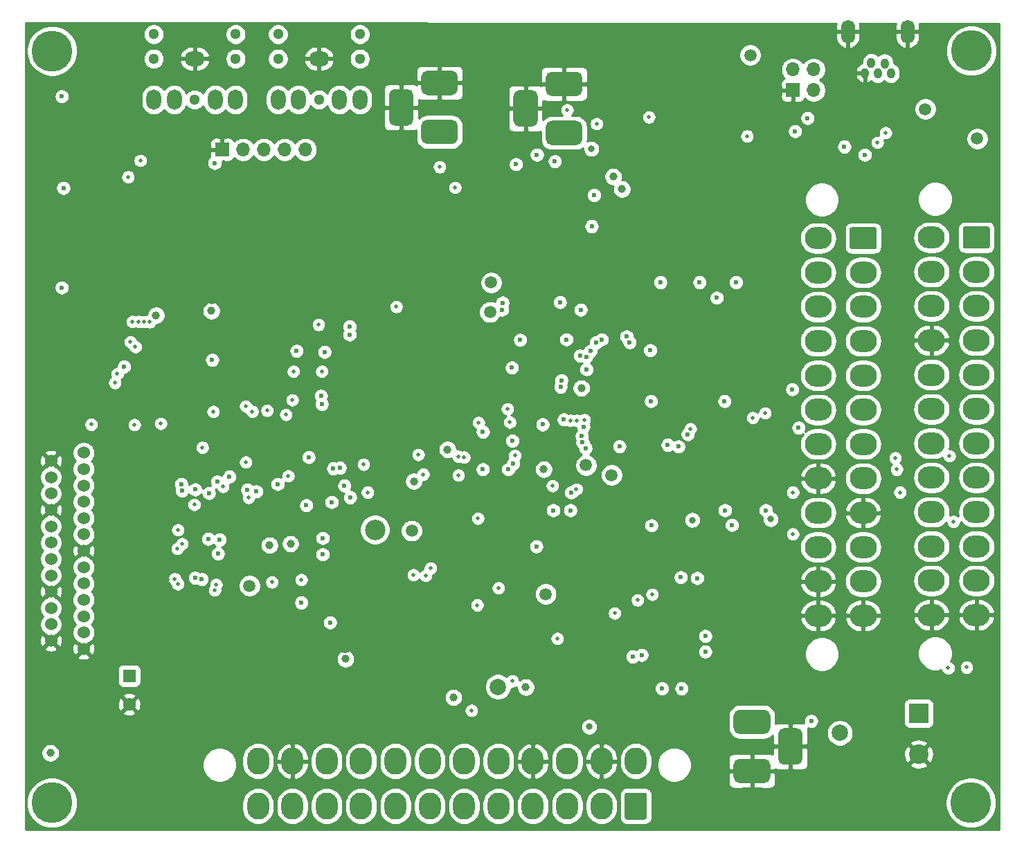
<source format=gbr>
G04 #@! TF.GenerationSoftware,KiCad,Pcbnew,5.1.7-a382d34a8~88~ubuntu20.04.1*
G04 #@! TF.CreationDate,2020-12-13T14:38:39-06:00*
G04 #@! TF.ProjectId,open-dash-daughterboard,6f70656e-2d64-4617-9368-2d6461756768,rev?*
G04 #@! TF.SameCoordinates,Original*
G04 #@! TF.FileFunction,Copper,L2,Inr*
G04 #@! TF.FilePolarity,Positive*
%FSLAX46Y46*%
G04 Gerber Fmt 4.6, Leading zero omitted, Abs format (unit mm)*
G04 Created by KiCad (PCBNEW 5.1.7-a382d34a8~88~ubuntu20.04.1) date 2020-12-13 14:38:39*
%MOMM*%
%LPD*%
G01*
G04 APERTURE LIST*
G04 #@! TA.AperFunction,ComponentPad*
%ADD10O,1.700000X1.700000*%
G04 #@! TD*
G04 #@! TA.AperFunction,ComponentPad*
%ADD11R,1.700000X1.700000*%
G04 #@! TD*
G04 #@! TA.AperFunction,ComponentPad*
%ADD12R,2.400000X2.400000*%
G04 #@! TD*
G04 #@! TA.AperFunction,ComponentPad*
%ADD13C,2.400000*%
G04 #@! TD*
G04 #@! TA.AperFunction,ComponentPad*
%ADD14R,1.600000X1.600000*%
G04 #@! TD*
G04 #@! TA.AperFunction,ComponentPad*
%ADD15C,1.600000*%
G04 #@! TD*
G04 #@! TA.AperFunction,ComponentPad*
%ADD16O,3.300000X2.700000*%
G04 #@! TD*
G04 #@! TA.AperFunction,ComponentPad*
%ADD17C,1.300000*%
G04 #@! TD*
G04 #@! TA.AperFunction,ComponentPad*
%ADD18O,2.500000X1.800000*%
G04 #@! TD*
G04 #@! TA.AperFunction,ComponentPad*
%ADD19O,1.800000X2.500000*%
G04 #@! TD*
G04 #@! TA.AperFunction,ComponentPad*
%ADD20O,1.700000X2.900000*%
G04 #@! TD*
G04 #@! TA.AperFunction,ComponentPad*
%ADD21O,1.000000X1.300000*%
G04 #@! TD*
G04 #@! TA.AperFunction,ComponentPad*
%ADD22C,1.524000*%
G04 #@! TD*
G04 #@! TA.AperFunction,ComponentPad*
%ADD23O,2.700000X3.300000*%
G04 #@! TD*
G04 #@! TA.AperFunction,WasherPad*
%ADD24C,5.000000*%
G04 #@! TD*
G04 #@! TA.AperFunction,ViaPad*
%ADD25C,0.600000*%
G04 #@! TD*
G04 #@! TA.AperFunction,ViaPad*
%ADD26C,1.000000*%
G04 #@! TD*
G04 #@! TA.AperFunction,ViaPad*
%ADD27C,2.000000*%
G04 #@! TD*
G04 #@! TA.AperFunction,ViaPad*
%ADD28C,1.500000*%
G04 #@! TD*
G04 #@! TA.AperFunction,ViaPad*
%ADD29C,0.800000*%
G04 #@! TD*
G04 #@! TA.AperFunction,ViaPad*
%ADD30C,2.500000*%
G04 #@! TD*
G04 #@! TA.AperFunction,ViaPad*
%ADD31C,0.500000*%
G04 #@! TD*
G04 #@! TA.AperFunction,Conductor*
%ADD32C,0.254000*%
G04 #@! TD*
G04 #@! TA.AperFunction,Conductor*
%ADD33C,0.100000*%
G04 #@! TD*
G04 APERTURE END LIST*
D10*
X185240000Y-51060000D03*
X185240000Y-53600000D03*
X182700000Y-51060000D03*
D11*
X182700000Y-53600000D03*
D12*
X198100000Y-129850000D03*
D13*
X198100000Y-134850000D03*
D14*
X101550000Y-125250000D03*
D15*
X101550000Y-128750000D03*
G04 #@! TA.AperFunction,ComponentPad*
G36*
G01*
X203748401Y-70260600D02*
X206548399Y-70260600D01*
G75*
G02*
X206798400Y-70510601I0J-250001D01*
G01*
X206798400Y-72710599D01*
G75*
G02*
X206548399Y-72960600I-250001J0D01*
G01*
X203748401Y-72960600D01*
G75*
G02*
X203498400Y-72710599I0J250001D01*
G01*
X203498400Y-70510601D01*
G75*
G02*
X203748401Y-70260600I250001J0D01*
G01*
G37*
G04 #@! TD.AperFunction*
D16*
X205148400Y-75810600D03*
X205148400Y-80010600D03*
X205148400Y-84210600D03*
X205148400Y-88410600D03*
X205148400Y-92610600D03*
X205148400Y-96810600D03*
X205148400Y-101010600D03*
X205148400Y-105210600D03*
X205148400Y-109410600D03*
X205148400Y-113610600D03*
X205148400Y-117810600D03*
X199648400Y-71610600D03*
X199648400Y-75810600D03*
X199648400Y-80010600D03*
X199648400Y-84210600D03*
X199648400Y-88410600D03*
X199648400Y-92610600D03*
X199648400Y-96810600D03*
X199648400Y-101010600D03*
X199648400Y-105210600D03*
X199648400Y-109410600D03*
X199648400Y-113610600D03*
X199648400Y-117810600D03*
G04 #@! TA.AperFunction,ComponentPad*
G36*
G01*
X183150000Y-136150000D02*
X181650000Y-136150000D01*
G75*
G02*
X180900000Y-135400000I0J750000D01*
G01*
X180900000Y-132400000D01*
G75*
G02*
X181650000Y-131650000I750000J0D01*
G01*
X183150000Y-131650000D01*
G75*
G02*
X183900000Y-132400000I0J-750000D01*
G01*
X183900000Y-135400000D01*
G75*
G02*
X183150000Y-136150000I-750000J0D01*
G01*
G37*
G04 #@! TD.AperFunction*
G04 #@! TA.AperFunction,ComponentPad*
G36*
G01*
X179200000Y-138400000D02*
X176200000Y-138400000D01*
G75*
G02*
X175450000Y-137650000I0J750000D01*
G01*
X175450000Y-136150000D01*
G75*
G02*
X176200000Y-135400000I750000J0D01*
G01*
X179200000Y-135400000D01*
G75*
G02*
X179950000Y-136150000I0J-750000D01*
G01*
X179950000Y-137650000D01*
G75*
G02*
X179200000Y-138400000I-750000J0D01*
G01*
G37*
G04 #@! TD.AperFunction*
G04 #@! TA.AperFunction,ComponentPad*
G36*
G01*
X179200000Y-132400000D02*
X176200000Y-132400000D01*
G75*
G02*
X175450000Y-131650000I0J750000D01*
G01*
X175450000Y-130150000D01*
G75*
G02*
X176200000Y-129400000I750000J0D01*
G01*
X179200000Y-129400000D01*
G75*
G02*
X179950000Y-130150000I0J-750000D01*
G01*
X179950000Y-131650000D01*
G75*
G02*
X179200000Y-132400000I-750000J0D01*
G01*
G37*
G04 #@! TD.AperFunction*
G04 #@! TA.AperFunction,ComponentPad*
G36*
G01*
X138000000Y-57200000D02*
X141000000Y-57200000D01*
G75*
G02*
X141750000Y-57950000I0J-750000D01*
G01*
X141750000Y-59450000D01*
G75*
G02*
X141000000Y-60200000I-750000J0D01*
G01*
X138000000Y-60200000D01*
G75*
G02*
X137250000Y-59450000I0J750000D01*
G01*
X137250000Y-57950000D01*
G75*
G02*
X138000000Y-57200000I750000J0D01*
G01*
G37*
G04 #@! TD.AperFunction*
G04 #@! TA.AperFunction,ComponentPad*
G36*
G01*
X138000000Y-51200000D02*
X141000000Y-51200000D01*
G75*
G02*
X141750000Y-51950000I0J-750000D01*
G01*
X141750000Y-53450000D01*
G75*
G02*
X141000000Y-54200000I-750000J0D01*
G01*
X138000000Y-54200000D01*
G75*
G02*
X137250000Y-53450000I0J750000D01*
G01*
X137250000Y-51950000D01*
G75*
G02*
X138000000Y-51200000I750000J0D01*
G01*
G37*
G04 #@! TD.AperFunction*
G04 #@! TA.AperFunction,ComponentPad*
G36*
G01*
X134050000Y-53450000D02*
X135550000Y-53450000D01*
G75*
G02*
X136300000Y-54200000I0J-750000D01*
G01*
X136300000Y-57200000D01*
G75*
G02*
X135550000Y-57950000I-750000J0D01*
G01*
X134050000Y-57950000D01*
G75*
G02*
X133300000Y-57200000I0J750000D01*
G01*
X133300000Y-54200000D01*
G75*
G02*
X134050000Y-53450000I750000J0D01*
G01*
G37*
G04 #@! TD.AperFunction*
G04 #@! TA.AperFunction,ComponentPad*
G36*
G01*
X149276000Y-53578000D02*
X150776000Y-53578000D01*
G75*
G02*
X151526000Y-54328000I0J-750000D01*
G01*
X151526000Y-57328000D01*
G75*
G02*
X150776000Y-58078000I-750000J0D01*
G01*
X149276000Y-58078000D01*
G75*
G02*
X148526000Y-57328000I0J750000D01*
G01*
X148526000Y-54328000D01*
G75*
G02*
X149276000Y-53578000I750000J0D01*
G01*
G37*
G04 #@! TD.AperFunction*
G04 #@! TA.AperFunction,ComponentPad*
G36*
G01*
X153226000Y-51328000D02*
X156226000Y-51328000D01*
G75*
G02*
X156976000Y-52078000I0J-750000D01*
G01*
X156976000Y-53578000D01*
G75*
G02*
X156226000Y-54328000I-750000J0D01*
G01*
X153226000Y-54328000D01*
G75*
G02*
X152476000Y-53578000I0J750000D01*
G01*
X152476000Y-52078000D01*
G75*
G02*
X153226000Y-51328000I750000J0D01*
G01*
G37*
G04 #@! TD.AperFunction*
G04 #@! TA.AperFunction,ComponentPad*
G36*
G01*
X153226000Y-57328000D02*
X156226000Y-57328000D01*
G75*
G02*
X156976000Y-58078000I0J-750000D01*
G01*
X156976000Y-59578000D01*
G75*
G02*
X156226000Y-60328000I-750000J0D01*
G01*
X153226000Y-60328000D01*
G75*
G02*
X152476000Y-59578000I0J750000D01*
G01*
X152476000Y-58078000D01*
G75*
G02*
X153226000Y-57328000I750000J0D01*
G01*
G37*
G04 #@! TD.AperFunction*
D17*
X114553800Y-46740100D03*
X104546200Y-46740100D03*
X104546200Y-49750000D03*
X114553800Y-49750000D03*
D18*
X109550000Y-49750000D03*
D17*
X109550000Y-54753800D03*
D19*
X114553800Y-54753800D03*
X104546200Y-54753800D03*
X107048100Y-54753800D03*
X112051900Y-54753800D03*
D11*
X112920000Y-60850000D03*
D10*
X115460000Y-60850000D03*
X118000000Y-60850000D03*
X120540000Y-60850000D03*
X123080000Y-60850000D03*
D19*
X127251900Y-54753800D03*
X122248100Y-54753800D03*
X119746200Y-54753800D03*
X129753800Y-54753800D03*
D17*
X124750000Y-54753800D03*
D18*
X124750000Y-49750000D03*
D17*
X129753800Y-49750000D03*
X119746200Y-49750000D03*
X119746200Y-46740100D03*
X129753800Y-46740100D03*
D20*
X196732400Y-46445400D03*
X189442600Y-46445400D03*
D21*
X193100200Y-51500000D03*
X192287400Y-50280800D03*
X193913000Y-50306200D03*
X194700400Y-51500000D03*
X191500000Y-51500000D03*
D22*
X91979500Y-114955600D03*
X91979500Y-112961700D03*
X91979500Y-104960700D03*
X91979500Y-118956100D03*
X91979500Y-108961200D03*
X91979500Y-116962200D03*
X91979500Y-106954600D03*
X91979500Y-110955100D03*
X91979500Y-98953600D03*
X91979500Y-120962700D03*
X91979500Y-100960200D03*
X91979500Y-102954100D03*
X95980000Y-103957400D03*
X95980000Y-101963500D03*
X95980000Y-97963000D03*
X95980000Y-99956900D03*
X95980000Y-105964000D03*
X95980000Y-111958400D03*
X95980000Y-109964500D03*
X95980000Y-107957900D03*
X95980000Y-113965000D03*
X95980000Y-115958900D03*
X95980000Y-117965500D03*
X95980000Y-119959400D03*
X95980000Y-121966000D03*
G04 #@! TA.AperFunction,ComponentPad*
G36*
G01*
X164850000Y-139800001D02*
X164850000Y-142599999D01*
G75*
G02*
X164599999Y-142850000I-250001J0D01*
G01*
X162400001Y-142850000D01*
G75*
G02*
X162150000Y-142599999I0J250001D01*
G01*
X162150000Y-139800001D01*
G75*
G02*
X162400001Y-139550000I250001J0D01*
G01*
X164599999Y-139550000D01*
G75*
G02*
X164850000Y-139800001I0J-250001D01*
G01*
G37*
G04 #@! TD.AperFunction*
D23*
X159300000Y-141200000D03*
X155100000Y-141200000D03*
X150900000Y-141200000D03*
X146700000Y-141200000D03*
X142500000Y-141200000D03*
X138300000Y-141200000D03*
X134100000Y-141200000D03*
X129900000Y-141200000D03*
X125700000Y-141200000D03*
X121500000Y-141200000D03*
X117300000Y-141200000D03*
X163500000Y-135700000D03*
X159300000Y-135700000D03*
X155100000Y-135700000D03*
X150900000Y-135700000D03*
X146700000Y-135700000D03*
X142500000Y-135700000D03*
X138300000Y-135700000D03*
X134100000Y-135700000D03*
X129900000Y-135700000D03*
X125700000Y-135700000D03*
X121500000Y-135700000D03*
X117300000Y-135700000D03*
G04 #@! TA.AperFunction,ComponentPad*
G36*
G01*
X189900001Y-70350000D02*
X192699999Y-70350000D01*
G75*
G02*
X192950000Y-70600001I0J-250001D01*
G01*
X192950000Y-72799999D01*
G75*
G02*
X192699999Y-73050000I-250001J0D01*
G01*
X189900001Y-73050000D01*
G75*
G02*
X189650000Y-72799999I0J250001D01*
G01*
X189650000Y-70600001D01*
G75*
G02*
X189900001Y-70350000I250001J0D01*
G01*
G37*
G04 #@! TD.AperFunction*
D16*
X191300000Y-75900000D03*
X191300000Y-80100000D03*
X191300000Y-84300000D03*
X191300000Y-88500000D03*
X191300000Y-92700000D03*
X191300000Y-96900000D03*
X191300000Y-101100000D03*
X191300000Y-105300000D03*
X191300000Y-109500000D03*
X191300000Y-113700000D03*
X191300000Y-117900000D03*
X185800000Y-71700000D03*
X185800000Y-75900000D03*
X185800000Y-80100000D03*
X185800000Y-84300000D03*
X185800000Y-88500000D03*
X185800000Y-92700000D03*
X185800000Y-96900000D03*
X185800000Y-101100000D03*
X185800000Y-105300000D03*
X185800000Y-109500000D03*
X185800000Y-113700000D03*
X185800000Y-117900000D03*
D24*
X92100500Y-140799500D03*
X204487900Y-140786800D03*
X204538700Y-48775300D03*
X92113200Y-48788000D03*
D25*
X165400000Y-106850000D03*
X165350000Y-91650000D03*
X174350000Y-91650000D03*
X175750000Y-77100000D03*
X166500000Y-77100000D03*
D26*
X150050000Y-126650000D03*
D27*
X146650000Y-126600000D03*
X188450000Y-132250000D03*
D25*
X184950000Y-130800000D03*
D26*
X161800000Y-65700000D03*
X91900000Y-134700000D03*
X141200010Y-127900000D03*
X160751062Y-64158608D03*
D25*
X126100000Y-118725000D03*
X175250000Y-106800010D03*
D28*
X177500000Y-49300000D03*
D26*
X128000000Y-123174990D03*
D28*
X185950000Y-140800000D03*
X158500000Y-124800000D03*
X158550000Y-119850000D03*
X164050000Y-119800000D03*
X164050000Y-124850000D03*
X120700000Y-86550000D03*
X117200000Y-83100000D03*
X117150000Y-90200000D03*
X111650000Y-79050000D03*
X134450000Y-86200000D03*
X139500000Y-86200000D03*
X139500000Y-91700000D03*
X134500000Y-91700000D03*
D29*
X165750000Y-70400000D03*
X165750000Y-73000000D03*
X174450000Y-70400000D03*
X174450000Y-72950000D03*
X173300000Y-85150000D03*
X174250000Y-102800000D03*
X174250000Y-100200000D03*
X164850000Y-100200000D03*
X164850000Y-102800000D03*
X172100000Y-117600000D03*
X171950000Y-125950000D03*
X145250000Y-127900000D03*
X149950000Y-131000000D03*
X166650000Y-111300000D03*
X176950000Y-111050000D03*
X132250000Y-102800000D03*
X144050000Y-102900000D03*
X176400000Y-96300000D03*
D26*
X194700000Y-65100000D03*
X204900000Y-57500000D03*
D30*
X177750000Y-63200000D03*
D28*
X175350000Y-48900000D03*
D26*
X162300000Y-53250000D03*
X188450000Y-129450000D03*
X124400000Y-119000000D03*
X128700000Y-114450000D03*
D28*
X142400000Y-108100000D03*
D26*
X93400000Y-85600000D03*
X98200000Y-85750000D03*
X98350000Y-73550000D03*
X93600000Y-73550000D03*
X94000000Y-62550000D03*
X98700000Y-62500000D03*
X90150000Y-134700000D03*
X93250000Y-128700000D03*
X108400000Y-133700000D03*
X105000000Y-139950000D03*
X103300000Y-143000000D03*
X90700000Y-92400000D03*
X135200000Y-60700000D03*
X143650000Y-61100000D03*
D25*
X192200000Y-58900000D03*
X192850000Y-61550000D03*
X157450000Y-67250000D03*
D29*
X174644094Y-78664411D03*
D25*
X167400000Y-81350000D03*
X164000000Y-78600000D03*
D29*
X163789226Y-108479544D03*
X174265623Y-108275020D03*
D28*
X134215999Y-121332999D03*
X150925600Y-70285400D03*
D29*
X178750000Y-52200000D03*
D28*
X112575010Y-99574218D03*
D25*
X144300000Y-77200000D03*
X151900000Y-81300000D03*
X152000000Y-82600000D03*
D31*
X149336104Y-88792498D03*
D26*
X119700000Y-122400000D03*
D25*
X98500000Y-132800000D03*
D26*
X99450000Y-136900000D03*
D25*
X101410154Y-132810154D03*
D26*
X126400000Y-113725000D03*
D25*
X143675000Y-115325000D03*
D29*
X177551654Y-81574990D03*
D25*
X128300000Y-98000000D03*
D26*
X106000000Y-113474990D03*
D29*
X163605014Y-93242271D03*
X166354545Y-96525054D03*
D28*
X136400000Y-72350000D03*
D25*
X148400032Y-109800000D03*
D29*
X173612212Y-93225010D03*
X164300000Y-84824935D03*
X164359701Y-88825010D03*
X173775460Y-88900780D03*
D30*
X157350000Y-74724990D03*
D28*
X105092573Y-79405426D03*
D26*
X96300000Y-91100000D03*
D28*
X124550000Y-79375010D03*
X150524990Y-124346361D03*
X111283918Y-130380778D03*
D30*
X127896147Y-121227745D03*
X135189123Y-126447912D03*
D28*
X143324990Y-109701760D03*
D30*
X165171793Y-62645874D03*
D26*
X118715000Y-109275000D03*
X121275000Y-109100000D03*
D28*
X205250000Y-59525000D03*
D25*
X93300000Y-77750000D03*
X148850000Y-62650000D03*
X158100000Y-70250000D03*
X155000000Y-84100000D03*
X149350000Y-84150000D03*
X147150000Y-80450000D03*
X148350000Y-87550000D03*
D26*
X156850000Y-90050000D03*
D25*
X156750000Y-80450000D03*
D26*
X111600000Y-80600000D03*
X136350000Y-101450000D03*
D25*
X93300000Y-54350000D03*
X93500000Y-65550000D03*
D28*
X116250000Y-114250000D03*
D25*
X158400000Y-66430000D03*
D28*
X136100000Y-107500000D03*
D25*
X122600000Y-116300000D03*
X154224980Y-79544520D03*
D28*
X152475010Y-115250000D03*
D25*
X151337847Y-109421745D03*
X148400000Y-96500000D03*
X152100000Y-94500000D03*
D26*
X140465399Y-97574990D03*
X104842573Y-81144952D03*
D30*
X131613701Y-107386299D03*
D26*
X152235273Y-99973624D03*
D28*
X157401144Y-99472271D03*
D29*
X158078012Y-60767113D03*
D28*
X160530195Y-100690090D03*
X145655214Y-80744276D03*
X145800000Y-77124990D03*
D31*
X102300000Y-85000000D03*
X102654983Y-81913436D03*
X103354876Y-81926333D03*
X99800000Y-89400000D03*
X101700000Y-84400000D03*
X101955036Y-81922949D03*
X104066002Y-81964232D03*
X100100000Y-88300000D03*
X193050000Y-60000000D03*
X194050000Y-58800000D03*
D29*
X157800000Y-131500000D03*
D28*
X198900000Y-55900000D03*
D31*
X156306594Y-94006594D03*
X177800000Y-93675010D03*
D25*
X154700000Y-93900000D03*
X182626456Y-90210354D03*
D31*
X155500000Y-94000000D03*
X179300000Y-93100000D03*
D25*
X154400000Y-89100000D03*
X154300000Y-89900000D03*
X157466158Y-87755907D03*
D31*
X195224990Y-98575010D03*
X195400000Y-100000000D03*
X157206594Y-93919782D03*
X170173731Y-95025021D03*
D29*
X170400000Y-106200000D03*
X180000000Y-106100000D03*
D25*
X125200000Y-110400000D03*
X125200000Y-108400000D03*
X127300000Y-99800000D03*
D31*
X119000000Y-113800000D03*
X122600000Y-113500000D03*
X177100000Y-59200000D03*
X102900000Y-62200000D03*
X101400000Y-64200000D03*
D25*
X127866452Y-101971432D03*
D31*
X107475201Y-114024799D03*
X112010489Y-114756018D03*
D25*
X153600000Y-62300000D03*
D31*
X201700000Y-124300000D03*
X203945185Y-124218405D03*
X202348380Y-106387733D03*
D25*
X147200000Y-79600000D03*
X171300000Y-77100000D03*
X173400000Y-79000000D03*
D31*
X142500000Y-98500000D03*
X144200000Y-106000000D03*
X144100000Y-116600000D03*
X143400000Y-129500000D03*
D25*
X166700000Y-126800000D03*
X169100000Y-126800000D03*
D31*
X195800000Y-102800000D03*
X182700000Y-102800000D03*
X182700000Y-107900000D03*
X165500000Y-115300000D03*
X163700000Y-116000000D03*
X153900000Y-120700000D03*
X201856594Y-98356594D03*
X160900000Y-117600000D03*
D25*
X119700000Y-101800000D03*
X144800000Y-100000000D03*
X147900000Y-100000000D03*
X183400000Y-94900000D03*
X128567987Y-103425010D03*
D31*
X153300000Y-102000000D03*
D25*
X108000000Y-102600000D03*
X112300000Y-101500000D03*
X116000000Y-102500000D03*
X123200000Y-104400000D03*
X107900000Y-101800000D03*
X117100000Y-102700000D03*
X126300000Y-104000000D03*
X113800000Y-100874990D03*
D31*
X120700000Y-93300000D03*
D25*
X148500000Y-99300000D03*
X179400000Y-105000000D03*
X155600010Y-102820860D03*
D31*
X116600000Y-92900000D03*
X118400000Y-92800000D03*
X121500000Y-91500000D03*
X148700000Y-98300000D03*
X156233713Y-102419690D03*
D25*
X125425032Y-85625803D03*
X122024979Y-85500000D03*
X128500000Y-83500000D03*
X189000000Y-60500000D03*
X128500000Y-82500000D03*
X191500000Y-61500000D03*
X157449959Y-86232148D03*
X156662406Y-86091508D03*
D31*
X108000000Y-109100011D03*
X107120780Y-113388969D03*
X158700000Y-57700000D03*
X155100000Y-56000000D03*
X112172492Y-114075010D03*
D25*
X112000000Y-62500000D03*
X184500000Y-57000000D03*
X182976279Y-58618711D03*
D31*
X115800000Y-99100000D03*
X121000000Y-100800000D03*
X130700000Y-102800000D03*
X136300000Y-112900000D03*
X146700000Y-114500000D03*
X115786945Y-92273890D03*
X165100000Y-56900000D03*
X139500000Y-63000000D03*
X124700000Y-82300000D03*
D25*
X151407877Y-61492123D03*
D31*
X134200000Y-80100000D03*
X141400000Y-65500000D03*
X107500000Y-107400000D03*
X110500000Y-97300000D03*
X125100000Y-88000000D03*
X121624968Y-88000000D03*
X111820050Y-92924990D03*
X107424990Y-109687008D03*
D25*
X111700000Y-86600000D03*
X100925010Y-87423327D03*
D31*
X96900000Y-94500000D03*
D25*
X162375443Y-83737806D03*
X159344729Y-84104231D03*
X158632657Y-84468885D03*
X162750285Y-84444567D03*
X165261943Y-85413583D03*
X157961984Y-85500439D03*
X157367787Y-97399080D03*
X161493432Y-97187913D03*
X168700000Y-97200000D03*
X156891949Y-95891949D03*
X157100000Y-94800000D03*
X169855011Y-95703943D03*
X167400000Y-97000000D03*
X156995304Y-96691073D03*
X169000000Y-113200000D03*
X171000000Y-113300000D03*
X125100000Y-92000000D03*
X110423050Y-113439928D03*
X164200000Y-122700000D03*
X172000000Y-120400000D03*
X172000000Y-122300000D03*
X163100000Y-122900000D03*
X125000000Y-91000000D03*
X109591889Y-113274990D03*
D31*
X141800000Y-100700000D03*
X138400000Y-112100000D03*
X141800000Y-98400000D03*
X136900000Y-98200000D03*
X137500000Y-100600000D03*
X137800000Y-113000000D03*
X148400000Y-125900000D03*
D25*
X112400000Y-110300000D03*
X112600000Y-108600000D03*
X111308051Y-102908051D03*
X109608029Y-102458051D03*
D31*
X105415000Y-94385000D03*
X102185600Y-94529804D03*
D25*
X123500000Y-98500000D03*
X126500000Y-99874968D03*
X144801841Y-95381533D03*
D31*
X148101886Y-94223573D03*
X147800000Y-92600000D03*
X130200000Y-99400000D03*
X113000000Y-102100000D03*
X109500000Y-104300000D03*
X116143406Y-103456594D03*
X144274001Y-94265938D03*
D25*
X111200000Y-108500000D03*
X174400000Y-105000000D03*
X155500000Y-105000000D03*
X153400000Y-105000000D03*
D32*
X188022756Y-45401458D02*
X188010910Y-45431131D01*
X187957600Y-45718400D01*
X187957600Y-46318400D01*
X189315600Y-46318400D01*
X189315600Y-46298400D01*
X189569600Y-46298400D01*
X189569600Y-46318400D01*
X190927600Y-46318400D01*
X190927600Y-45718400D01*
X190874290Y-45431131D01*
X190862914Y-45402637D01*
X195311348Y-45404483D01*
X195300710Y-45431131D01*
X195247400Y-45718400D01*
X195247400Y-46318400D01*
X196605400Y-46318400D01*
X196605400Y-46298400D01*
X196859400Y-46298400D01*
X196859400Y-46318400D01*
X198217400Y-46318400D01*
X198217400Y-45718400D01*
X198164090Y-45431131D01*
X198153923Y-45405663D01*
X207890001Y-45409705D01*
X207890000Y-144089706D01*
X88860000Y-144040295D01*
X88860000Y-140490729D01*
X88965500Y-140490729D01*
X88965500Y-141108271D01*
X89085976Y-141713946D01*
X89322299Y-142284479D01*
X89665386Y-142797946D01*
X90102054Y-143234614D01*
X90615521Y-143577701D01*
X91186054Y-143814024D01*
X91791729Y-143934500D01*
X92409271Y-143934500D01*
X93014946Y-143814024D01*
X93585479Y-143577701D01*
X94098946Y-143234614D01*
X94535614Y-142797946D01*
X94878701Y-142284479D01*
X95115024Y-141713946D01*
X95235500Y-141108271D01*
X95235500Y-140802490D01*
X115315000Y-140802490D01*
X115315000Y-141597509D01*
X115343722Y-141889127D01*
X115457226Y-142263301D01*
X115641547Y-142608143D01*
X115889602Y-142910398D01*
X116191857Y-143158453D01*
X116536698Y-143342774D01*
X116910872Y-143456278D01*
X117300000Y-143494604D01*
X117689127Y-143456278D01*
X118063301Y-143342774D01*
X118408143Y-143158453D01*
X118710398Y-142910398D01*
X118958453Y-142608143D01*
X119142774Y-142263302D01*
X119256278Y-141889128D01*
X119285000Y-141597510D01*
X119285000Y-140802491D01*
X119285000Y-140802490D01*
X119515000Y-140802490D01*
X119515000Y-141597509D01*
X119543722Y-141889127D01*
X119657226Y-142263301D01*
X119841547Y-142608143D01*
X120089602Y-142910398D01*
X120391857Y-143158453D01*
X120736698Y-143342774D01*
X121110872Y-143456278D01*
X121500000Y-143494604D01*
X121889127Y-143456278D01*
X122263301Y-143342774D01*
X122608143Y-143158453D01*
X122910398Y-142910398D01*
X123158453Y-142608143D01*
X123342774Y-142263302D01*
X123456278Y-141889128D01*
X123485000Y-141597510D01*
X123485000Y-140802491D01*
X123485000Y-140802490D01*
X123715000Y-140802490D01*
X123715000Y-141597509D01*
X123743722Y-141889127D01*
X123857226Y-142263301D01*
X124041547Y-142608143D01*
X124289602Y-142910398D01*
X124591857Y-143158453D01*
X124936698Y-143342774D01*
X125310872Y-143456278D01*
X125700000Y-143494604D01*
X126089127Y-143456278D01*
X126463301Y-143342774D01*
X126808143Y-143158453D01*
X127110398Y-142910398D01*
X127358453Y-142608143D01*
X127542774Y-142263302D01*
X127656278Y-141889128D01*
X127685000Y-141597510D01*
X127685000Y-140802491D01*
X127685000Y-140802490D01*
X127915000Y-140802490D01*
X127915000Y-141597509D01*
X127943722Y-141889127D01*
X128057226Y-142263301D01*
X128241547Y-142608143D01*
X128489602Y-142910398D01*
X128791857Y-143158453D01*
X129136698Y-143342774D01*
X129510872Y-143456278D01*
X129900000Y-143494604D01*
X130289127Y-143456278D01*
X130663301Y-143342774D01*
X131008143Y-143158453D01*
X131310398Y-142910398D01*
X131558453Y-142608143D01*
X131742774Y-142263302D01*
X131856278Y-141889128D01*
X131885000Y-141597510D01*
X131885000Y-140802491D01*
X131885000Y-140802490D01*
X132115000Y-140802490D01*
X132115000Y-141597509D01*
X132143722Y-141889127D01*
X132257226Y-142263301D01*
X132441547Y-142608143D01*
X132689602Y-142910398D01*
X132991857Y-143158453D01*
X133336698Y-143342774D01*
X133710872Y-143456278D01*
X134100000Y-143494604D01*
X134489127Y-143456278D01*
X134863301Y-143342774D01*
X135208143Y-143158453D01*
X135510398Y-142910398D01*
X135758453Y-142608143D01*
X135942774Y-142263302D01*
X136056278Y-141889128D01*
X136085000Y-141597510D01*
X136085000Y-140802491D01*
X136085000Y-140802490D01*
X136315000Y-140802490D01*
X136315000Y-141597509D01*
X136343722Y-141889127D01*
X136457226Y-142263301D01*
X136641547Y-142608143D01*
X136889602Y-142910398D01*
X137191857Y-143158453D01*
X137536698Y-143342774D01*
X137910872Y-143456278D01*
X138300000Y-143494604D01*
X138689127Y-143456278D01*
X139063301Y-143342774D01*
X139408143Y-143158453D01*
X139710398Y-142910398D01*
X139958453Y-142608143D01*
X140142774Y-142263302D01*
X140256278Y-141889128D01*
X140285000Y-141597510D01*
X140285000Y-140802491D01*
X140285000Y-140802490D01*
X140515000Y-140802490D01*
X140515000Y-141597509D01*
X140543722Y-141889127D01*
X140657226Y-142263301D01*
X140841547Y-142608143D01*
X141089602Y-142910398D01*
X141391857Y-143158453D01*
X141736698Y-143342774D01*
X142110872Y-143456278D01*
X142500000Y-143494604D01*
X142889127Y-143456278D01*
X143263301Y-143342774D01*
X143608143Y-143158453D01*
X143910398Y-142910398D01*
X144158453Y-142608143D01*
X144342774Y-142263302D01*
X144456278Y-141889128D01*
X144485000Y-141597510D01*
X144485000Y-140802491D01*
X144485000Y-140802490D01*
X144715000Y-140802490D01*
X144715000Y-141597509D01*
X144743722Y-141889127D01*
X144857226Y-142263301D01*
X145041547Y-142608143D01*
X145289602Y-142910398D01*
X145591857Y-143158453D01*
X145936698Y-143342774D01*
X146310872Y-143456278D01*
X146700000Y-143494604D01*
X147089127Y-143456278D01*
X147463301Y-143342774D01*
X147808143Y-143158453D01*
X148110398Y-142910398D01*
X148358453Y-142608143D01*
X148542774Y-142263302D01*
X148656278Y-141889128D01*
X148685000Y-141597510D01*
X148685000Y-140802491D01*
X148685000Y-140802490D01*
X148915000Y-140802490D01*
X148915000Y-141597509D01*
X148943722Y-141889127D01*
X149057226Y-142263301D01*
X149241547Y-142608143D01*
X149489602Y-142910398D01*
X149791857Y-143158453D01*
X150136698Y-143342774D01*
X150510872Y-143456278D01*
X150900000Y-143494604D01*
X151289127Y-143456278D01*
X151663301Y-143342774D01*
X152008143Y-143158453D01*
X152310398Y-142910398D01*
X152558453Y-142608143D01*
X152742774Y-142263302D01*
X152856278Y-141889128D01*
X152885000Y-141597510D01*
X152885000Y-140802491D01*
X152885000Y-140802490D01*
X153115000Y-140802490D01*
X153115000Y-141597509D01*
X153143722Y-141889127D01*
X153257226Y-142263301D01*
X153441547Y-142608143D01*
X153689602Y-142910398D01*
X153991857Y-143158453D01*
X154336698Y-143342774D01*
X154710872Y-143456278D01*
X155100000Y-143494604D01*
X155489127Y-143456278D01*
X155863301Y-143342774D01*
X156208143Y-143158453D01*
X156510398Y-142910398D01*
X156758453Y-142608143D01*
X156942774Y-142263302D01*
X157056278Y-141889128D01*
X157085000Y-141597510D01*
X157085000Y-140802491D01*
X157085000Y-140802490D01*
X157315000Y-140802490D01*
X157315000Y-141597509D01*
X157343722Y-141889127D01*
X157457226Y-142263301D01*
X157641547Y-142608143D01*
X157889602Y-142910398D01*
X158191857Y-143158453D01*
X158536698Y-143342774D01*
X158910872Y-143456278D01*
X159300000Y-143494604D01*
X159689127Y-143456278D01*
X160063301Y-143342774D01*
X160408143Y-143158453D01*
X160710398Y-142910398D01*
X160958453Y-142608143D01*
X161142774Y-142263302D01*
X161256278Y-141889128D01*
X161285000Y-141597510D01*
X161285000Y-140802491D01*
X161256278Y-140510873D01*
X161142774Y-140136698D01*
X160962807Y-139800001D01*
X161511928Y-139800001D01*
X161511928Y-142599999D01*
X161528992Y-142773253D01*
X161579529Y-142939850D01*
X161661595Y-143093386D01*
X161772039Y-143227961D01*
X161906614Y-143338405D01*
X162060150Y-143420471D01*
X162226747Y-143471008D01*
X162400001Y-143488072D01*
X164599999Y-143488072D01*
X164773253Y-143471008D01*
X164939850Y-143420471D01*
X165093386Y-143338405D01*
X165227961Y-143227961D01*
X165338405Y-143093386D01*
X165420471Y-142939850D01*
X165471008Y-142773253D01*
X165488072Y-142599999D01*
X165488072Y-140478029D01*
X201352900Y-140478029D01*
X201352900Y-141095571D01*
X201473376Y-141701246D01*
X201709699Y-142271779D01*
X202052786Y-142785246D01*
X202489454Y-143221914D01*
X203002921Y-143565001D01*
X203573454Y-143801324D01*
X204179129Y-143921800D01*
X204796671Y-143921800D01*
X205402346Y-143801324D01*
X205972879Y-143565001D01*
X206486346Y-143221914D01*
X206923014Y-142785246D01*
X207266101Y-142271779D01*
X207502424Y-141701246D01*
X207622900Y-141095571D01*
X207622900Y-140478029D01*
X207502424Y-139872354D01*
X207266101Y-139301821D01*
X206923014Y-138788354D01*
X206486346Y-138351686D01*
X205972879Y-138008599D01*
X205402346Y-137772276D01*
X204796671Y-137651800D01*
X204179129Y-137651800D01*
X203573454Y-137772276D01*
X203002921Y-138008599D01*
X202489454Y-138351686D01*
X202052786Y-138788354D01*
X201709699Y-139301821D01*
X201473376Y-139872354D01*
X201352900Y-140478029D01*
X165488072Y-140478029D01*
X165488072Y-139800001D01*
X165471008Y-139626747D01*
X165420471Y-139460150D01*
X165338405Y-139306614D01*
X165227961Y-139172039D01*
X165093386Y-139061595D01*
X164939850Y-138979529D01*
X164773253Y-138928992D01*
X164599999Y-138911928D01*
X162400001Y-138911928D01*
X162226747Y-138928992D01*
X162060150Y-138979529D01*
X161906614Y-139061595D01*
X161772039Y-139172039D01*
X161661595Y-139306614D01*
X161579529Y-139460150D01*
X161528992Y-139626747D01*
X161511928Y-139800001D01*
X160962807Y-139800001D01*
X160958453Y-139791857D01*
X160710398Y-139489602D01*
X160408143Y-139241547D01*
X160063302Y-139057226D01*
X159689128Y-138943722D01*
X159300000Y-138905396D01*
X158910873Y-138943722D01*
X158536699Y-139057226D01*
X158191858Y-139241547D01*
X157889603Y-139489602D01*
X157641547Y-139791857D01*
X157457226Y-140136698D01*
X157343722Y-140510872D01*
X157315000Y-140802490D01*
X157085000Y-140802490D01*
X157056278Y-140510873D01*
X156942774Y-140136698D01*
X156758453Y-139791857D01*
X156510398Y-139489602D01*
X156208143Y-139241547D01*
X155863302Y-139057226D01*
X155489128Y-138943722D01*
X155100000Y-138905396D01*
X154710873Y-138943722D01*
X154336699Y-139057226D01*
X153991858Y-139241547D01*
X153689603Y-139489602D01*
X153441547Y-139791857D01*
X153257226Y-140136698D01*
X153143722Y-140510872D01*
X153115000Y-140802490D01*
X152885000Y-140802490D01*
X152856278Y-140510873D01*
X152742774Y-140136698D01*
X152558453Y-139791857D01*
X152310398Y-139489602D01*
X152008143Y-139241547D01*
X151663302Y-139057226D01*
X151289128Y-138943722D01*
X150900000Y-138905396D01*
X150510873Y-138943722D01*
X150136699Y-139057226D01*
X149791858Y-139241547D01*
X149489603Y-139489602D01*
X149241547Y-139791857D01*
X149057226Y-140136698D01*
X148943722Y-140510872D01*
X148915000Y-140802490D01*
X148685000Y-140802490D01*
X148656278Y-140510873D01*
X148542774Y-140136698D01*
X148358453Y-139791857D01*
X148110398Y-139489602D01*
X147808143Y-139241547D01*
X147463302Y-139057226D01*
X147089128Y-138943722D01*
X146700000Y-138905396D01*
X146310873Y-138943722D01*
X145936699Y-139057226D01*
X145591858Y-139241547D01*
X145289603Y-139489602D01*
X145041547Y-139791857D01*
X144857226Y-140136698D01*
X144743722Y-140510872D01*
X144715000Y-140802490D01*
X144485000Y-140802490D01*
X144456278Y-140510873D01*
X144342774Y-140136698D01*
X144158453Y-139791857D01*
X143910398Y-139489602D01*
X143608143Y-139241547D01*
X143263302Y-139057226D01*
X142889128Y-138943722D01*
X142500000Y-138905396D01*
X142110873Y-138943722D01*
X141736699Y-139057226D01*
X141391858Y-139241547D01*
X141089603Y-139489602D01*
X140841547Y-139791857D01*
X140657226Y-140136698D01*
X140543722Y-140510872D01*
X140515000Y-140802490D01*
X140285000Y-140802490D01*
X140256278Y-140510873D01*
X140142774Y-140136698D01*
X139958453Y-139791857D01*
X139710398Y-139489602D01*
X139408143Y-139241547D01*
X139063302Y-139057226D01*
X138689128Y-138943722D01*
X138300000Y-138905396D01*
X137910873Y-138943722D01*
X137536699Y-139057226D01*
X137191858Y-139241547D01*
X136889603Y-139489602D01*
X136641547Y-139791857D01*
X136457226Y-140136698D01*
X136343722Y-140510872D01*
X136315000Y-140802490D01*
X136085000Y-140802490D01*
X136056278Y-140510873D01*
X135942774Y-140136698D01*
X135758453Y-139791857D01*
X135510398Y-139489602D01*
X135208143Y-139241547D01*
X134863302Y-139057226D01*
X134489128Y-138943722D01*
X134100000Y-138905396D01*
X133710873Y-138943722D01*
X133336699Y-139057226D01*
X132991858Y-139241547D01*
X132689603Y-139489602D01*
X132441547Y-139791857D01*
X132257226Y-140136698D01*
X132143722Y-140510872D01*
X132115000Y-140802490D01*
X131885000Y-140802490D01*
X131856278Y-140510873D01*
X131742774Y-140136698D01*
X131558453Y-139791857D01*
X131310398Y-139489602D01*
X131008143Y-139241547D01*
X130663302Y-139057226D01*
X130289128Y-138943722D01*
X129900000Y-138905396D01*
X129510873Y-138943722D01*
X129136699Y-139057226D01*
X128791858Y-139241547D01*
X128489603Y-139489602D01*
X128241547Y-139791857D01*
X128057226Y-140136698D01*
X127943722Y-140510872D01*
X127915000Y-140802490D01*
X127685000Y-140802490D01*
X127656278Y-140510873D01*
X127542774Y-140136698D01*
X127358453Y-139791857D01*
X127110398Y-139489602D01*
X126808143Y-139241547D01*
X126463302Y-139057226D01*
X126089128Y-138943722D01*
X125700000Y-138905396D01*
X125310873Y-138943722D01*
X124936699Y-139057226D01*
X124591858Y-139241547D01*
X124289603Y-139489602D01*
X124041547Y-139791857D01*
X123857226Y-140136698D01*
X123743722Y-140510872D01*
X123715000Y-140802490D01*
X123485000Y-140802490D01*
X123456278Y-140510873D01*
X123342774Y-140136698D01*
X123158453Y-139791857D01*
X122910398Y-139489602D01*
X122608143Y-139241547D01*
X122263302Y-139057226D01*
X121889128Y-138943722D01*
X121500000Y-138905396D01*
X121110873Y-138943722D01*
X120736699Y-139057226D01*
X120391858Y-139241547D01*
X120089603Y-139489602D01*
X119841547Y-139791857D01*
X119657226Y-140136698D01*
X119543722Y-140510872D01*
X119515000Y-140802490D01*
X119285000Y-140802490D01*
X119256278Y-140510873D01*
X119142774Y-140136698D01*
X118958453Y-139791857D01*
X118710398Y-139489602D01*
X118408143Y-139241547D01*
X118063302Y-139057226D01*
X117689128Y-138943722D01*
X117300000Y-138905396D01*
X116910873Y-138943722D01*
X116536699Y-139057226D01*
X116191858Y-139241547D01*
X115889603Y-139489602D01*
X115641547Y-139791857D01*
X115457226Y-140136698D01*
X115343722Y-140510872D01*
X115315000Y-140802490D01*
X95235500Y-140802490D01*
X95235500Y-140490729D01*
X95115024Y-139885054D01*
X94878701Y-139314521D01*
X94535614Y-138801054D01*
X94134560Y-138400000D01*
X174811928Y-138400000D01*
X174824188Y-138524482D01*
X174860498Y-138644180D01*
X174919463Y-138754494D01*
X174998815Y-138851185D01*
X175095506Y-138930537D01*
X175205820Y-138989502D01*
X175325518Y-139025812D01*
X175450000Y-139038072D01*
X177414250Y-139035000D01*
X177573000Y-138876250D01*
X177573000Y-137027000D01*
X177827000Y-137027000D01*
X177827000Y-138876250D01*
X177985750Y-139035000D01*
X179950000Y-139038072D01*
X180074482Y-139025812D01*
X180194180Y-138989502D01*
X180304494Y-138930537D01*
X180401185Y-138851185D01*
X180480537Y-138754494D01*
X180539502Y-138644180D01*
X180575812Y-138524482D01*
X180588072Y-138400000D01*
X180585000Y-137185750D01*
X180426250Y-137027000D01*
X177827000Y-137027000D01*
X177573000Y-137027000D01*
X174973750Y-137027000D01*
X174815000Y-137185750D01*
X174811928Y-138400000D01*
X94134560Y-138400000D01*
X94098946Y-138364386D01*
X93585479Y-138021299D01*
X93014946Y-137784976D01*
X92409271Y-137664500D01*
X91791729Y-137664500D01*
X91186054Y-137784976D01*
X90615521Y-138021299D01*
X90102054Y-138364386D01*
X89665386Y-138801054D01*
X89322299Y-139314521D01*
X89085976Y-139885054D01*
X88965500Y-140490729D01*
X88860000Y-140490729D01*
X88860000Y-135949721D01*
X110465000Y-135949721D01*
X110465000Y-136370279D01*
X110547047Y-136782756D01*
X110707988Y-137171302D01*
X110941637Y-137520983D01*
X111239017Y-137818363D01*
X111588698Y-138052012D01*
X111977244Y-138212953D01*
X112389721Y-138295000D01*
X112810279Y-138295000D01*
X113222756Y-138212953D01*
X113611302Y-138052012D01*
X113960983Y-137818363D01*
X114258363Y-137520983D01*
X114492012Y-137171302D01*
X114652953Y-136782756D01*
X114735000Y-136370279D01*
X114735000Y-135949721D01*
X114652953Y-135537244D01*
X114555715Y-135302490D01*
X115315000Y-135302490D01*
X115315000Y-136097509D01*
X115343722Y-136389127D01*
X115457226Y-136763301D01*
X115641547Y-137108143D01*
X115889602Y-137410398D01*
X116191857Y-137658453D01*
X116536698Y-137842774D01*
X116910872Y-137956278D01*
X117300000Y-137994604D01*
X117689127Y-137956278D01*
X118063301Y-137842774D01*
X118408143Y-137658453D01*
X118710398Y-137410398D01*
X118958453Y-137108143D01*
X119142774Y-136763302D01*
X119256278Y-136389128D01*
X119285000Y-136097510D01*
X119285000Y-135827000D01*
X119515000Y-135827000D01*
X119515000Y-136127000D01*
X119577918Y-136511814D01*
X119714700Y-136876959D01*
X119920090Y-137208403D01*
X120186195Y-137493409D01*
X120502789Y-137721024D01*
X120857705Y-137882501D01*
X121064677Y-137936677D01*
X121373000Y-137821829D01*
X121373000Y-135827000D01*
X121627000Y-135827000D01*
X121627000Y-137821829D01*
X121935323Y-137936677D01*
X122142295Y-137882501D01*
X122497211Y-137721024D01*
X122813805Y-137493409D01*
X123079910Y-137208403D01*
X123285300Y-136876959D01*
X123422082Y-136511814D01*
X123485000Y-136127000D01*
X123485000Y-135827000D01*
X121627000Y-135827000D01*
X121373000Y-135827000D01*
X119515000Y-135827000D01*
X119285000Y-135827000D01*
X119285000Y-135302491D01*
X119282096Y-135273000D01*
X119515000Y-135273000D01*
X119515000Y-135573000D01*
X121373000Y-135573000D01*
X121373000Y-133578171D01*
X121627000Y-133578171D01*
X121627000Y-135573000D01*
X123485000Y-135573000D01*
X123485000Y-135302490D01*
X123715000Y-135302490D01*
X123715000Y-136097509D01*
X123743722Y-136389127D01*
X123857226Y-136763301D01*
X124041547Y-137108143D01*
X124289602Y-137410398D01*
X124591857Y-137658453D01*
X124936698Y-137842774D01*
X125310872Y-137956278D01*
X125700000Y-137994604D01*
X126089127Y-137956278D01*
X126463301Y-137842774D01*
X126808143Y-137658453D01*
X127110398Y-137410398D01*
X127358453Y-137108143D01*
X127542774Y-136763302D01*
X127656278Y-136389128D01*
X127685000Y-136097510D01*
X127685000Y-135302491D01*
X127685000Y-135302490D01*
X127915000Y-135302490D01*
X127915000Y-136097509D01*
X127943722Y-136389127D01*
X128057226Y-136763301D01*
X128241547Y-137108143D01*
X128489602Y-137410398D01*
X128791857Y-137658453D01*
X129136698Y-137842774D01*
X129510872Y-137956278D01*
X129900000Y-137994604D01*
X130289127Y-137956278D01*
X130663301Y-137842774D01*
X131008143Y-137658453D01*
X131310398Y-137410398D01*
X131558453Y-137108143D01*
X131742774Y-136763302D01*
X131856278Y-136389128D01*
X131885000Y-136097510D01*
X131885000Y-135302491D01*
X131885000Y-135302490D01*
X132115000Y-135302490D01*
X132115000Y-136097509D01*
X132143722Y-136389127D01*
X132257226Y-136763301D01*
X132441547Y-137108143D01*
X132689602Y-137410398D01*
X132991857Y-137658453D01*
X133336698Y-137842774D01*
X133710872Y-137956278D01*
X134100000Y-137994604D01*
X134489127Y-137956278D01*
X134863301Y-137842774D01*
X135208143Y-137658453D01*
X135510398Y-137410398D01*
X135758453Y-137108143D01*
X135942774Y-136763302D01*
X136056278Y-136389128D01*
X136085000Y-136097510D01*
X136085000Y-135302491D01*
X136085000Y-135302490D01*
X136315000Y-135302490D01*
X136315000Y-136097509D01*
X136343722Y-136389127D01*
X136457226Y-136763301D01*
X136641547Y-137108143D01*
X136889602Y-137410398D01*
X137191857Y-137658453D01*
X137536698Y-137842774D01*
X137910872Y-137956278D01*
X138300000Y-137994604D01*
X138689127Y-137956278D01*
X139063301Y-137842774D01*
X139408143Y-137658453D01*
X139710398Y-137410398D01*
X139958453Y-137108143D01*
X140142774Y-136763302D01*
X140256278Y-136389128D01*
X140285000Y-136097510D01*
X140285000Y-135302491D01*
X140285000Y-135302490D01*
X140515000Y-135302490D01*
X140515000Y-136097509D01*
X140543722Y-136389127D01*
X140657226Y-136763301D01*
X140841547Y-137108143D01*
X141089602Y-137410398D01*
X141391857Y-137658453D01*
X141736698Y-137842774D01*
X142110872Y-137956278D01*
X142500000Y-137994604D01*
X142889127Y-137956278D01*
X143263301Y-137842774D01*
X143608143Y-137658453D01*
X143910398Y-137410398D01*
X144158453Y-137108143D01*
X144342774Y-136763302D01*
X144456278Y-136389128D01*
X144485000Y-136097510D01*
X144485000Y-135302491D01*
X144485000Y-135302490D01*
X144715000Y-135302490D01*
X144715000Y-136097509D01*
X144743722Y-136389127D01*
X144857226Y-136763301D01*
X145041547Y-137108143D01*
X145289602Y-137410398D01*
X145591857Y-137658453D01*
X145936698Y-137842774D01*
X146310872Y-137956278D01*
X146700000Y-137994604D01*
X147089127Y-137956278D01*
X147463301Y-137842774D01*
X147808143Y-137658453D01*
X148110398Y-137410398D01*
X148358453Y-137108143D01*
X148542774Y-136763302D01*
X148656278Y-136389128D01*
X148685000Y-136097510D01*
X148685000Y-135827000D01*
X148915000Y-135827000D01*
X148915000Y-136127000D01*
X148977918Y-136511814D01*
X149114700Y-136876959D01*
X149320090Y-137208403D01*
X149586195Y-137493409D01*
X149902789Y-137721024D01*
X150257705Y-137882501D01*
X150464677Y-137936677D01*
X150773000Y-137821829D01*
X150773000Y-135827000D01*
X151027000Y-135827000D01*
X151027000Y-137821829D01*
X151335323Y-137936677D01*
X151542295Y-137882501D01*
X151897211Y-137721024D01*
X152213805Y-137493409D01*
X152479910Y-137208403D01*
X152685300Y-136876959D01*
X152822082Y-136511814D01*
X152885000Y-136127000D01*
X152885000Y-135827000D01*
X151027000Y-135827000D01*
X150773000Y-135827000D01*
X148915000Y-135827000D01*
X148685000Y-135827000D01*
X148685000Y-135302491D01*
X148682096Y-135273000D01*
X148915000Y-135273000D01*
X148915000Y-135573000D01*
X150773000Y-135573000D01*
X150773000Y-133578171D01*
X151027000Y-133578171D01*
X151027000Y-135573000D01*
X152885000Y-135573000D01*
X152885000Y-135302490D01*
X153115000Y-135302490D01*
X153115000Y-136097509D01*
X153143722Y-136389127D01*
X153257226Y-136763301D01*
X153441547Y-137108143D01*
X153689602Y-137410398D01*
X153991857Y-137658453D01*
X154336698Y-137842774D01*
X154710872Y-137956278D01*
X155100000Y-137994604D01*
X155489127Y-137956278D01*
X155863301Y-137842774D01*
X156208143Y-137658453D01*
X156510398Y-137410398D01*
X156758453Y-137108143D01*
X156942774Y-136763302D01*
X157056278Y-136389128D01*
X157085000Y-136097510D01*
X157085000Y-135827000D01*
X157315000Y-135827000D01*
X157315000Y-136127000D01*
X157377918Y-136511814D01*
X157514700Y-136876959D01*
X157720090Y-137208403D01*
X157986195Y-137493409D01*
X158302789Y-137721024D01*
X158657705Y-137882501D01*
X158864677Y-137936677D01*
X159173000Y-137821829D01*
X159173000Y-135827000D01*
X159427000Y-135827000D01*
X159427000Y-137821829D01*
X159735323Y-137936677D01*
X159942295Y-137882501D01*
X160297211Y-137721024D01*
X160613805Y-137493409D01*
X160879910Y-137208403D01*
X161085300Y-136876959D01*
X161222082Y-136511814D01*
X161285000Y-136127000D01*
X161285000Y-135827000D01*
X159427000Y-135827000D01*
X159173000Y-135827000D01*
X157315000Y-135827000D01*
X157085000Y-135827000D01*
X157085000Y-135302491D01*
X157082096Y-135273000D01*
X157315000Y-135273000D01*
X157315000Y-135573000D01*
X159173000Y-135573000D01*
X159173000Y-133578171D01*
X159427000Y-133578171D01*
X159427000Y-135573000D01*
X161285000Y-135573000D01*
X161285000Y-135302490D01*
X161515000Y-135302490D01*
X161515000Y-136097509D01*
X161543722Y-136389127D01*
X161657226Y-136763301D01*
X161841547Y-137108143D01*
X162089602Y-137410398D01*
X162391857Y-137658453D01*
X162736698Y-137842774D01*
X163110872Y-137956278D01*
X163500000Y-137994604D01*
X163889127Y-137956278D01*
X164263301Y-137842774D01*
X164608143Y-137658453D01*
X164910398Y-137410398D01*
X165158453Y-137108143D01*
X165342774Y-136763302D01*
X165456278Y-136389128D01*
X165485000Y-136097510D01*
X165485000Y-135949721D01*
X166065000Y-135949721D01*
X166065000Y-136370279D01*
X166147047Y-136782756D01*
X166307988Y-137171302D01*
X166541637Y-137520983D01*
X166839017Y-137818363D01*
X167188698Y-138052012D01*
X167577244Y-138212953D01*
X167989721Y-138295000D01*
X168410279Y-138295000D01*
X168822756Y-138212953D01*
X169211302Y-138052012D01*
X169560983Y-137818363D01*
X169858363Y-137520983D01*
X170092012Y-137171302D01*
X170252953Y-136782756D01*
X170335000Y-136370279D01*
X170335000Y-135949721D01*
X170252953Y-135537244D01*
X170196105Y-135400000D01*
X174811928Y-135400000D01*
X174815000Y-136614250D01*
X174973750Y-136773000D01*
X177573000Y-136773000D01*
X177573000Y-134923750D01*
X177827000Y-134923750D01*
X177827000Y-136773000D01*
X180426250Y-136773000D01*
X180530790Y-136668460D01*
X180545506Y-136680537D01*
X180655820Y-136739502D01*
X180775518Y-136775812D01*
X180900000Y-136788072D01*
X182114250Y-136785000D01*
X182273000Y-136626250D01*
X182273000Y-134027000D01*
X182527000Y-134027000D01*
X182527000Y-136626250D01*
X182685750Y-136785000D01*
X183900000Y-136788072D01*
X184024482Y-136775812D01*
X184144180Y-136739502D01*
X184254494Y-136680537D01*
X184351185Y-136601185D01*
X184430537Y-136504494D01*
X184489502Y-136394180D01*
X184525812Y-136274482D01*
X184538072Y-136150000D01*
X184538038Y-136127980D01*
X197001626Y-136127980D01*
X197121514Y-136412836D01*
X197445210Y-136573699D01*
X197794069Y-136668322D01*
X198154684Y-136693067D01*
X198513198Y-136646985D01*
X198855833Y-136531846D01*
X199078486Y-136412836D01*
X199198374Y-136127980D01*
X198100000Y-135029605D01*
X197001626Y-136127980D01*
X184538038Y-136127980D01*
X184536125Y-134904684D01*
X196256933Y-134904684D01*
X196303015Y-135263198D01*
X196418154Y-135605833D01*
X196537164Y-135828486D01*
X196822020Y-135948374D01*
X197920395Y-134850000D01*
X198279605Y-134850000D01*
X199377980Y-135948374D01*
X199662836Y-135828486D01*
X199823699Y-135504790D01*
X199918322Y-135155931D01*
X199943067Y-134795316D01*
X199896985Y-134436802D01*
X199781846Y-134094167D01*
X199662836Y-133871514D01*
X199377980Y-133751626D01*
X198279605Y-134850000D01*
X197920395Y-134850000D01*
X196822020Y-133751626D01*
X196537164Y-133871514D01*
X196376301Y-134195210D01*
X196281678Y-134544069D01*
X196256933Y-134904684D01*
X184536125Y-134904684D01*
X184535000Y-134185750D01*
X184376250Y-134027000D01*
X182527000Y-134027000D01*
X182273000Y-134027000D01*
X180423750Y-134027000D01*
X180265000Y-134185750D01*
X180263965Y-134847799D01*
X180194180Y-134810498D01*
X180074482Y-134774188D01*
X179950000Y-134761928D01*
X177985750Y-134765000D01*
X177827000Y-134923750D01*
X177573000Y-134923750D01*
X177414250Y-134765000D01*
X175450000Y-134761928D01*
X175325518Y-134774188D01*
X175205820Y-134810498D01*
X175095506Y-134869463D01*
X174998815Y-134948815D01*
X174919463Y-135045506D01*
X174860498Y-135155820D01*
X174824188Y-135275518D01*
X174811928Y-135400000D01*
X170196105Y-135400000D01*
X170092012Y-135148698D01*
X169858363Y-134799017D01*
X169560983Y-134501637D01*
X169211302Y-134267988D01*
X168822756Y-134107047D01*
X168410279Y-134025000D01*
X167989721Y-134025000D01*
X167577244Y-134107047D01*
X167188698Y-134267988D01*
X166839017Y-134501637D01*
X166541637Y-134799017D01*
X166307988Y-135148698D01*
X166147047Y-135537244D01*
X166065000Y-135949721D01*
X165485000Y-135949721D01*
X165485000Y-135302491D01*
X165456278Y-135010873D01*
X165342774Y-134636698D01*
X165158453Y-134291857D01*
X164910398Y-133989602D01*
X164608143Y-133741547D01*
X164263302Y-133557226D01*
X163889128Y-133443722D01*
X163500000Y-133405396D01*
X163110873Y-133443722D01*
X162736699Y-133557226D01*
X162391858Y-133741547D01*
X162089603Y-133989602D01*
X161841547Y-134291857D01*
X161657226Y-134636698D01*
X161543722Y-135010872D01*
X161515000Y-135302490D01*
X161285000Y-135302490D01*
X161285000Y-135273000D01*
X161222082Y-134888186D01*
X161085300Y-134523041D01*
X160879910Y-134191597D01*
X160613805Y-133906591D01*
X160297211Y-133678976D01*
X159942295Y-133517499D01*
X159735323Y-133463323D01*
X159427000Y-133578171D01*
X159173000Y-133578171D01*
X158864677Y-133463323D01*
X158657705Y-133517499D01*
X158302789Y-133678976D01*
X157986195Y-133906591D01*
X157720090Y-134191597D01*
X157514700Y-134523041D01*
X157377918Y-134888186D01*
X157315000Y-135273000D01*
X157082096Y-135273000D01*
X157056278Y-135010873D01*
X156942774Y-134636698D01*
X156758453Y-134291857D01*
X156510398Y-133989602D01*
X156208143Y-133741547D01*
X155863302Y-133557226D01*
X155489128Y-133443722D01*
X155100000Y-133405396D01*
X154710873Y-133443722D01*
X154336699Y-133557226D01*
X153991858Y-133741547D01*
X153689603Y-133989602D01*
X153441547Y-134291857D01*
X153257226Y-134636698D01*
X153143722Y-135010872D01*
X153115000Y-135302490D01*
X152885000Y-135302490D01*
X152885000Y-135273000D01*
X152822082Y-134888186D01*
X152685300Y-134523041D01*
X152479910Y-134191597D01*
X152213805Y-133906591D01*
X151897211Y-133678976D01*
X151542295Y-133517499D01*
X151335323Y-133463323D01*
X151027000Y-133578171D01*
X150773000Y-133578171D01*
X150464677Y-133463323D01*
X150257705Y-133517499D01*
X149902789Y-133678976D01*
X149586195Y-133906591D01*
X149320090Y-134191597D01*
X149114700Y-134523041D01*
X148977918Y-134888186D01*
X148915000Y-135273000D01*
X148682096Y-135273000D01*
X148656278Y-135010873D01*
X148542774Y-134636698D01*
X148358453Y-134291857D01*
X148110398Y-133989602D01*
X147808143Y-133741547D01*
X147463302Y-133557226D01*
X147089128Y-133443722D01*
X146700000Y-133405396D01*
X146310873Y-133443722D01*
X145936699Y-133557226D01*
X145591858Y-133741547D01*
X145289603Y-133989602D01*
X145041547Y-134291857D01*
X144857226Y-134636698D01*
X144743722Y-135010872D01*
X144715000Y-135302490D01*
X144485000Y-135302490D01*
X144456278Y-135010873D01*
X144342774Y-134636698D01*
X144158453Y-134291857D01*
X143910398Y-133989602D01*
X143608143Y-133741547D01*
X143263302Y-133557226D01*
X142889128Y-133443722D01*
X142500000Y-133405396D01*
X142110873Y-133443722D01*
X141736699Y-133557226D01*
X141391858Y-133741547D01*
X141089603Y-133989602D01*
X140841547Y-134291857D01*
X140657226Y-134636698D01*
X140543722Y-135010872D01*
X140515000Y-135302490D01*
X140285000Y-135302490D01*
X140256278Y-135010873D01*
X140142774Y-134636698D01*
X139958453Y-134291857D01*
X139710398Y-133989602D01*
X139408143Y-133741547D01*
X139063302Y-133557226D01*
X138689128Y-133443722D01*
X138300000Y-133405396D01*
X137910873Y-133443722D01*
X137536699Y-133557226D01*
X137191858Y-133741547D01*
X136889603Y-133989602D01*
X136641547Y-134291857D01*
X136457226Y-134636698D01*
X136343722Y-135010872D01*
X136315000Y-135302490D01*
X136085000Y-135302490D01*
X136056278Y-135010873D01*
X135942774Y-134636698D01*
X135758453Y-134291857D01*
X135510398Y-133989602D01*
X135208143Y-133741547D01*
X134863302Y-133557226D01*
X134489128Y-133443722D01*
X134100000Y-133405396D01*
X133710873Y-133443722D01*
X133336699Y-133557226D01*
X132991858Y-133741547D01*
X132689603Y-133989602D01*
X132441547Y-134291857D01*
X132257226Y-134636698D01*
X132143722Y-135010872D01*
X132115000Y-135302490D01*
X131885000Y-135302490D01*
X131856278Y-135010873D01*
X131742774Y-134636698D01*
X131558453Y-134291857D01*
X131310398Y-133989602D01*
X131008143Y-133741547D01*
X130663302Y-133557226D01*
X130289128Y-133443722D01*
X129900000Y-133405396D01*
X129510873Y-133443722D01*
X129136699Y-133557226D01*
X128791858Y-133741547D01*
X128489603Y-133989602D01*
X128241547Y-134291857D01*
X128057226Y-134636698D01*
X127943722Y-135010872D01*
X127915000Y-135302490D01*
X127685000Y-135302490D01*
X127656278Y-135010873D01*
X127542774Y-134636698D01*
X127358453Y-134291857D01*
X127110398Y-133989602D01*
X126808143Y-133741547D01*
X126463302Y-133557226D01*
X126089128Y-133443722D01*
X125700000Y-133405396D01*
X125310873Y-133443722D01*
X124936699Y-133557226D01*
X124591858Y-133741547D01*
X124289603Y-133989602D01*
X124041547Y-134291857D01*
X123857226Y-134636698D01*
X123743722Y-135010872D01*
X123715000Y-135302490D01*
X123485000Y-135302490D01*
X123485000Y-135273000D01*
X123422082Y-134888186D01*
X123285300Y-134523041D01*
X123079910Y-134191597D01*
X122813805Y-133906591D01*
X122497211Y-133678976D01*
X122142295Y-133517499D01*
X121935323Y-133463323D01*
X121627000Y-133578171D01*
X121373000Y-133578171D01*
X121064677Y-133463323D01*
X120857705Y-133517499D01*
X120502789Y-133678976D01*
X120186195Y-133906591D01*
X119920090Y-134191597D01*
X119714700Y-134523041D01*
X119577918Y-134888186D01*
X119515000Y-135273000D01*
X119282096Y-135273000D01*
X119256278Y-135010873D01*
X119142774Y-134636698D01*
X118958453Y-134291857D01*
X118710398Y-133989602D01*
X118408143Y-133741547D01*
X118063302Y-133557226D01*
X117689128Y-133443722D01*
X117300000Y-133405396D01*
X116910873Y-133443722D01*
X116536699Y-133557226D01*
X116191858Y-133741547D01*
X115889603Y-133989602D01*
X115641547Y-134291857D01*
X115457226Y-134636698D01*
X115343722Y-135010872D01*
X115315000Y-135302490D01*
X114555715Y-135302490D01*
X114492012Y-135148698D01*
X114258363Y-134799017D01*
X113960983Y-134501637D01*
X113611302Y-134267988D01*
X113222756Y-134107047D01*
X112810279Y-134025000D01*
X112389721Y-134025000D01*
X111977244Y-134107047D01*
X111588698Y-134267988D01*
X111239017Y-134501637D01*
X110941637Y-134799017D01*
X110707988Y-135148698D01*
X110547047Y-135537244D01*
X110465000Y-135949721D01*
X88860000Y-135949721D01*
X88860000Y-134588212D01*
X90765000Y-134588212D01*
X90765000Y-134811788D01*
X90808617Y-135031067D01*
X90894176Y-135237624D01*
X91018388Y-135423520D01*
X91176480Y-135581612D01*
X91362376Y-135705824D01*
X91568933Y-135791383D01*
X91788212Y-135835000D01*
X92011788Y-135835000D01*
X92231067Y-135791383D01*
X92437624Y-135705824D01*
X92623520Y-135581612D01*
X92781612Y-135423520D01*
X92905824Y-135237624D01*
X92991383Y-135031067D01*
X93035000Y-134811788D01*
X93035000Y-134588212D01*
X92991383Y-134368933D01*
X92905824Y-134162376D01*
X92781612Y-133976480D01*
X92623520Y-133818388D01*
X92437624Y-133694176D01*
X92231067Y-133608617D01*
X92011788Y-133565000D01*
X91788212Y-133565000D01*
X91568933Y-133608617D01*
X91362376Y-133694176D01*
X91176480Y-133818388D01*
X91018388Y-133976480D01*
X90894176Y-134162376D01*
X90808617Y-134368933D01*
X90765000Y-134588212D01*
X88860000Y-134588212D01*
X88860000Y-131398061D01*
X156765000Y-131398061D01*
X156765000Y-131601939D01*
X156804774Y-131801898D01*
X156882795Y-131990256D01*
X156996063Y-132159774D01*
X157140226Y-132303937D01*
X157309744Y-132417205D01*
X157498102Y-132495226D01*
X157698061Y-132535000D01*
X157901939Y-132535000D01*
X158101898Y-132495226D01*
X158290256Y-132417205D01*
X158459774Y-132303937D01*
X158603937Y-132159774D01*
X158717205Y-131990256D01*
X158795226Y-131801898D01*
X158835000Y-131601939D01*
X158835000Y-131398061D01*
X158795226Y-131198102D01*
X158717205Y-131009744D01*
X158603937Y-130840226D01*
X158459774Y-130696063D01*
X158290256Y-130582795D01*
X158101898Y-130504774D01*
X157901939Y-130465000D01*
X157698061Y-130465000D01*
X157498102Y-130504774D01*
X157309744Y-130582795D01*
X157140226Y-130696063D01*
X156996063Y-130840226D01*
X156882795Y-131009744D01*
X156804774Y-131198102D01*
X156765000Y-131398061D01*
X88860000Y-131398061D01*
X88860000Y-129742702D01*
X100736903Y-129742702D01*
X100808486Y-129986671D01*
X101063996Y-130107571D01*
X101338184Y-130176300D01*
X101620512Y-130190217D01*
X101900130Y-130148787D01*
X102166292Y-130053603D01*
X102291514Y-129986671D01*
X102363097Y-129742702D01*
X101550000Y-128929605D01*
X100736903Y-129742702D01*
X88860000Y-129742702D01*
X88860000Y-128820512D01*
X100109783Y-128820512D01*
X100151213Y-129100130D01*
X100246397Y-129366292D01*
X100313329Y-129491514D01*
X100557298Y-129563097D01*
X101370395Y-128750000D01*
X101729605Y-128750000D01*
X102542702Y-129563097D01*
X102786671Y-129491514D01*
X102823899Y-129412835D01*
X142515000Y-129412835D01*
X142515000Y-129587165D01*
X142549010Y-129758145D01*
X142615723Y-129919205D01*
X142712576Y-130064155D01*
X142835845Y-130187424D01*
X142980795Y-130284277D01*
X143141855Y-130350990D01*
X143312835Y-130385000D01*
X143487165Y-130385000D01*
X143658145Y-130350990D01*
X143819205Y-130284277D01*
X143964155Y-130187424D01*
X144001579Y-130150000D01*
X174811928Y-130150000D01*
X174811928Y-131650000D01*
X174838599Y-131920799D01*
X174917589Y-132181192D01*
X175045860Y-132421171D01*
X175218485Y-132631515D01*
X175428829Y-132804140D01*
X175668808Y-132932411D01*
X175929201Y-133011401D01*
X176200000Y-133038072D01*
X179200000Y-133038072D01*
X179470799Y-133011401D01*
X179731192Y-132932411D01*
X179971171Y-132804140D01*
X180181515Y-132631515D01*
X180263307Y-132531851D01*
X180265000Y-133614250D01*
X180423750Y-133773000D01*
X182273000Y-133773000D01*
X182273000Y-131173750D01*
X182527000Y-131173750D01*
X182527000Y-133773000D01*
X184376250Y-133773000D01*
X184535000Y-133614250D01*
X184537385Y-132088967D01*
X186815000Y-132088967D01*
X186815000Y-132411033D01*
X186877832Y-132726912D01*
X187001082Y-133024463D01*
X187180013Y-133292252D01*
X187407748Y-133519987D01*
X187675537Y-133698918D01*
X187973088Y-133822168D01*
X188288967Y-133885000D01*
X188611033Y-133885000D01*
X188926912Y-133822168D01*
X189224463Y-133698918D01*
X189414379Y-133572020D01*
X197001626Y-133572020D01*
X198100000Y-134670395D01*
X199198374Y-133572020D01*
X199078486Y-133287164D01*
X198754790Y-133126301D01*
X198405931Y-133031678D01*
X198045316Y-133006933D01*
X197686802Y-133053015D01*
X197344167Y-133168154D01*
X197121514Y-133287164D01*
X197001626Y-133572020D01*
X189414379Y-133572020D01*
X189492252Y-133519987D01*
X189719987Y-133292252D01*
X189898918Y-133024463D01*
X190022168Y-132726912D01*
X190085000Y-132411033D01*
X190085000Y-132088967D01*
X190022168Y-131773088D01*
X189898918Y-131475537D01*
X189719987Y-131207748D01*
X189492252Y-130980013D01*
X189224463Y-130801082D01*
X188926912Y-130677832D01*
X188611033Y-130615000D01*
X188288967Y-130615000D01*
X187973088Y-130677832D01*
X187675537Y-130801082D01*
X187407748Y-130980013D01*
X187180013Y-131207748D01*
X187001082Y-131475537D01*
X186877832Y-131773088D01*
X186815000Y-132088967D01*
X184537385Y-132088967D01*
X184538072Y-131650000D01*
X184537190Y-131641045D01*
X184677271Y-131699068D01*
X184857911Y-131735000D01*
X185042089Y-131735000D01*
X185222729Y-131699068D01*
X185392889Y-131628586D01*
X185546028Y-131526262D01*
X185676262Y-131396028D01*
X185778586Y-131242889D01*
X185849068Y-131072729D01*
X185885000Y-130892089D01*
X185885000Y-130707911D01*
X185849068Y-130527271D01*
X185778586Y-130357111D01*
X185676262Y-130203972D01*
X185546028Y-130073738D01*
X185392889Y-129971414D01*
X185222729Y-129900932D01*
X185042089Y-129865000D01*
X184857911Y-129865000D01*
X184677271Y-129900932D01*
X184507111Y-129971414D01*
X184353972Y-130073738D01*
X184223738Y-130203972D01*
X184121414Y-130357111D01*
X184050932Y-130527271D01*
X184015000Y-130707911D01*
X184015000Y-130892089D01*
X184042355Y-131029610D01*
X184024482Y-131024188D01*
X183900000Y-131011928D01*
X182685750Y-131015000D01*
X182527000Y-131173750D01*
X182273000Y-131173750D01*
X182114250Y-131015000D01*
X180900000Y-131011928D01*
X180775518Y-131024188D01*
X180655820Y-131060498D01*
X180588072Y-131096711D01*
X180588072Y-130150000D01*
X180561401Y-129879201D01*
X180482411Y-129618808D01*
X180354140Y-129378829D01*
X180181515Y-129168485D01*
X179971171Y-128995860D01*
X179731192Y-128867589D01*
X179470799Y-128788599D01*
X179200000Y-128761928D01*
X176200000Y-128761928D01*
X175929201Y-128788599D01*
X175668808Y-128867589D01*
X175428829Y-128995860D01*
X175218485Y-129168485D01*
X175045860Y-129378829D01*
X174917589Y-129618808D01*
X174838599Y-129879201D01*
X174811928Y-130150000D01*
X144001579Y-130150000D01*
X144087424Y-130064155D01*
X144184277Y-129919205D01*
X144250990Y-129758145D01*
X144285000Y-129587165D01*
X144285000Y-129412835D01*
X144250990Y-129241855D01*
X144184277Y-129080795D01*
X144087424Y-128935845D01*
X143964155Y-128812576D01*
X143819205Y-128715723D01*
X143660536Y-128650000D01*
X196261928Y-128650000D01*
X196261928Y-131050000D01*
X196274188Y-131174482D01*
X196310498Y-131294180D01*
X196369463Y-131404494D01*
X196448815Y-131501185D01*
X196545506Y-131580537D01*
X196655820Y-131639502D01*
X196775518Y-131675812D01*
X196900000Y-131688072D01*
X199300000Y-131688072D01*
X199424482Y-131675812D01*
X199544180Y-131639502D01*
X199654494Y-131580537D01*
X199751185Y-131501185D01*
X199830537Y-131404494D01*
X199889502Y-131294180D01*
X199925812Y-131174482D01*
X199938072Y-131050000D01*
X199938072Y-128650000D01*
X199925812Y-128525518D01*
X199889502Y-128405820D01*
X199830537Y-128295506D01*
X199751185Y-128198815D01*
X199654494Y-128119463D01*
X199544180Y-128060498D01*
X199424482Y-128024188D01*
X199300000Y-128011928D01*
X196900000Y-128011928D01*
X196775518Y-128024188D01*
X196655820Y-128060498D01*
X196545506Y-128119463D01*
X196448815Y-128198815D01*
X196369463Y-128295506D01*
X196310498Y-128405820D01*
X196274188Y-128525518D01*
X196261928Y-128650000D01*
X143660536Y-128650000D01*
X143658145Y-128649010D01*
X143487165Y-128615000D01*
X143312835Y-128615000D01*
X143141855Y-128649010D01*
X142980795Y-128715723D01*
X142835845Y-128812576D01*
X142712576Y-128935845D01*
X142615723Y-129080795D01*
X142549010Y-129241855D01*
X142515000Y-129412835D01*
X102823899Y-129412835D01*
X102907571Y-129236004D01*
X102976300Y-128961816D01*
X102990217Y-128679488D01*
X102948787Y-128399870D01*
X102853603Y-128133708D01*
X102786671Y-128008486D01*
X102542702Y-127936903D01*
X101729605Y-128750000D01*
X101370395Y-128750000D01*
X100557298Y-127936903D01*
X100313329Y-128008486D01*
X100192429Y-128263996D01*
X100123700Y-128538184D01*
X100109783Y-128820512D01*
X88860000Y-128820512D01*
X88860000Y-127757298D01*
X100736903Y-127757298D01*
X101550000Y-128570395D01*
X102332183Y-127788212D01*
X140065010Y-127788212D01*
X140065010Y-128011788D01*
X140108627Y-128231067D01*
X140194186Y-128437624D01*
X140318398Y-128623520D01*
X140476490Y-128781612D01*
X140662386Y-128905824D01*
X140868943Y-128991383D01*
X141088222Y-129035000D01*
X141311798Y-129035000D01*
X141531077Y-128991383D01*
X141737634Y-128905824D01*
X141923530Y-128781612D01*
X142081622Y-128623520D01*
X142205834Y-128437624D01*
X142291393Y-128231067D01*
X142335010Y-128011788D01*
X142335010Y-127788212D01*
X142291393Y-127568933D01*
X142205834Y-127362376D01*
X142081622Y-127176480D01*
X141923530Y-127018388D01*
X141737634Y-126894176D01*
X141531077Y-126808617D01*
X141311798Y-126765000D01*
X141088222Y-126765000D01*
X140868943Y-126808617D01*
X140662386Y-126894176D01*
X140476490Y-127018388D01*
X140318398Y-127176480D01*
X140194186Y-127362376D01*
X140108627Y-127568933D01*
X140065010Y-127788212D01*
X102332183Y-127788212D01*
X102363097Y-127757298D01*
X102291514Y-127513329D01*
X102036004Y-127392429D01*
X101761816Y-127323700D01*
X101479488Y-127309783D01*
X101199870Y-127351213D01*
X100933708Y-127446397D01*
X100808486Y-127513329D01*
X100736903Y-127757298D01*
X88860000Y-127757298D01*
X88860000Y-124450000D01*
X100111928Y-124450000D01*
X100111928Y-126050000D01*
X100124188Y-126174482D01*
X100160498Y-126294180D01*
X100219463Y-126404494D01*
X100298815Y-126501185D01*
X100395506Y-126580537D01*
X100505820Y-126639502D01*
X100625518Y-126675812D01*
X100750000Y-126688072D01*
X102350000Y-126688072D01*
X102474482Y-126675812D01*
X102594180Y-126639502D01*
X102704494Y-126580537D01*
X102801185Y-126501185D01*
X102852245Y-126438967D01*
X145015000Y-126438967D01*
X145015000Y-126761033D01*
X145077832Y-127076912D01*
X145201082Y-127374463D01*
X145380013Y-127642252D01*
X145607748Y-127869987D01*
X145875537Y-128048918D01*
X146173088Y-128172168D01*
X146488967Y-128235000D01*
X146811033Y-128235000D01*
X147126912Y-128172168D01*
X147424463Y-128048918D01*
X147692252Y-127869987D01*
X147919987Y-127642252D01*
X148098918Y-127374463D01*
X148222168Y-127076912D01*
X148281474Y-126778762D01*
X148312835Y-126785000D01*
X148487165Y-126785000D01*
X148658145Y-126750990D01*
X148819205Y-126684277D01*
X148915000Y-126620268D01*
X148915000Y-126761788D01*
X148958617Y-126981067D01*
X149044176Y-127187624D01*
X149168388Y-127373520D01*
X149326480Y-127531612D01*
X149512376Y-127655824D01*
X149718933Y-127741383D01*
X149938212Y-127785000D01*
X150161788Y-127785000D01*
X150381067Y-127741383D01*
X150587624Y-127655824D01*
X150773520Y-127531612D01*
X150931612Y-127373520D01*
X151055824Y-127187624D01*
X151141383Y-126981067D01*
X151185000Y-126761788D01*
X151185000Y-126707911D01*
X165765000Y-126707911D01*
X165765000Y-126892089D01*
X165800932Y-127072729D01*
X165871414Y-127242889D01*
X165973738Y-127396028D01*
X166103972Y-127526262D01*
X166257111Y-127628586D01*
X166427271Y-127699068D01*
X166607911Y-127735000D01*
X166792089Y-127735000D01*
X166972729Y-127699068D01*
X167142889Y-127628586D01*
X167296028Y-127526262D01*
X167426262Y-127396028D01*
X167528586Y-127242889D01*
X167599068Y-127072729D01*
X167635000Y-126892089D01*
X167635000Y-126707911D01*
X168165000Y-126707911D01*
X168165000Y-126892089D01*
X168200932Y-127072729D01*
X168271414Y-127242889D01*
X168373738Y-127396028D01*
X168503972Y-127526262D01*
X168657111Y-127628586D01*
X168827271Y-127699068D01*
X169007911Y-127735000D01*
X169192089Y-127735000D01*
X169372729Y-127699068D01*
X169542889Y-127628586D01*
X169696028Y-127526262D01*
X169826262Y-127396028D01*
X169928586Y-127242889D01*
X169999068Y-127072729D01*
X170035000Y-126892089D01*
X170035000Y-126707911D01*
X169999068Y-126527271D01*
X169928586Y-126357111D01*
X169826262Y-126203972D01*
X169696028Y-126073738D01*
X169542889Y-125971414D01*
X169372729Y-125900932D01*
X169192089Y-125865000D01*
X169007911Y-125865000D01*
X168827271Y-125900932D01*
X168657111Y-125971414D01*
X168503972Y-126073738D01*
X168373738Y-126203972D01*
X168271414Y-126357111D01*
X168200932Y-126527271D01*
X168165000Y-126707911D01*
X167635000Y-126707911D01*
X167599068Y-126527271D01*
X167528586Y-126357111D01*
X167426262Y-126203972D01*
X167296028Y-126073738D01*
X167142889Y-125971414D01*
X166972729Y-125900932D01*
X166792089Y-125865000D01*
X166607911Y-125865000D01*
X166427271Y-125900932D01*
X166257111Y-125971414D01*
X166103972Y-126073738D01*
X165973738Y-126203972D01*
X165871414Y-126357111D01*
X165800932Y-126527271D01*
X165765000Y-126707911D01*
X151185000Y-126707911D01*
X151185000Y-126538212D01*
X151141383Y-126318933D01*
X151055824Y-126112376D01*
X150931612Y-125926480D01*
X150773520Y-125768388D01*
X150587624Y-125644176D01*
X150381067Y-125558617D01*
X150161788Y-125515000D01*
X149938212Y-125515000D01*
X149718933Y-125558617D01*
X149512376Y-125644176D01*
X149326480Y-125768388D01*
X149284508Y-125810360D01*
X149250990Y-125641855D01*
X149184277Y-125480795D01*
X149087424Y-125335845D01*
X148964155Y-125212576D01*
X148819205Y-125115723D01*
X148658145Y-125049010D01*
X148487165Y-125015000D01*
X148312835Y-125015000D01*
X148141855Y-125049010D01*
X147980795Y-125115723D01*
X147835845Y-125212576D01*
X147712576Y-125335845D01*
X147706771Y-125344532D01*
X147692252Y-125330013D01*
X147424463Y-125151082D01*
X147126912Y-125027832D01*
X146811033Y-124965000D01*
X146488967Y-124965000D01*
X146173088Y-125027832D01*
X145875537Y-125151082D01*
X145607748Y-125330013D01*
X145380013Y-125557748D01*
X145201082Y-125825537D01*
X145077832Y-126123088D01*
X145015000Y-126438967D01*
X102852245Y-126438967D01*
X102880537Y-126404494D01*
X102939502Y-126294180D01*
X102975812Y-126174482D01*
X102988072Y-126050000D01*
X102988072Y-124450000D01*
X102975812Y-124325518D01*
X102939502Y-124205820D01*
X102880537Y-124095506D01*
X102801185Y-123998815D01*
X102704494Y-123919463D01*
X102594180Y-123860498D01*
X102474482Y-123824188D01*
X102350000Y-123811928D01*
X100750000Y-123811928D01*
X100625518Y-123824188D01*
X100505820Y-123860498D01*
X100395506Y-123919463D01*
X100298815Y-123998815D01*
X100219463Y-124095506D01*
X100160498Y-124205820D01*
X100124188Y-124325518D01*
X100111928Y-124450000D01*
X88860000Y-124450000D01*
X88860000Y-122931565D01*
X95194040Y-122931565D01*
X95261020Y-123171656D01*
X95510048Y-123288756D01*
X95777135Y-123355023D01*
X96052017Y-123367910D01*
X96324133Y-123326922D01*
X96583023Y-123233636D01*
X96698980Y-123171656D01*
X96729236Y-123063202D01*
X126865000Y-123063202D01*
X126865000Y-123286778D01*
X126908617Y-123506057D01*
X126994176Y-123712614D01*
X127118388Y-123898510D01*
X127276480Y-124056602D01*
X127462376Y-124180814D01*
X127668933Y-124266373D01*
X127888212Y-124309990D01*
X128111788Y-124309990D01*
X128331067Y-124266373D01*
X128537624Y-124180814D01*
X128723520Y-124056602D01*
X128881612Y-123898510D01*
X129005824Y-123712614D01*
X129091383Y-123506057D01*
X129135000Y-123286778D01*
X129135000Y-123063202D01*
X129091383Y-122843923D01*
X129076467Y-122807911D01*
X162165000Y-122807911D01*
X162165000Y-122992089D01*
X162200932Y-123172729D01*
X162271414Y-123342889D01*
X162373738Y-123496028D01*
X162503972Y-123626262D01*
X162657111Y-123728586D01*
X162827271Y-123799068D01*
X163007911Y-123835000D01*
X163192089Y-123835000D01*
X163372729Y-123799068D01*
X163542889Y-123728586D01*
X163696028Y-123626262D01*
X163782986Y-123539304D01*
X163927271Y-123599068D01*
X164107911Y-123635000D01*
X164292089Y-123635000D01*
X164472729Y-123599068D01*
X164642889Y-123528586D01*
X164796028Y-123426262D01*
X164926262Y-123296028D01*
X165028586Y-123142889D01*
X165099068Y-122972729D01*
X165135000Y-122792089D01*
X165135000Y-122607911D01*
X165099068Y-122427271D01*
X165028586Y-122257111D01*
X164995712Y-122207911D01*
X171065000Y-122207911D01*
X171065000Y-122392089D01*
X171100932Y-122572729D01*
X171171414Y-122742889D01*
X171273738Y-122896028D01*
X171403972Y-123026262D01*
X171557111Y-123128586D01*
X171727271Y-123199068D01*
X171907911Y-123235000D01*
X172092089Y-123235000D01*
X172272729Y-123199068D01*
X172442889Y-123128586D01*
X172596028Y-123026262D01*
X172726262Y-122896028D01*
X172828586Y-122742889D01*
X172899068Y-122572729D01*
X172935000Y-122392089D01*
X172935000Y-122389721D01*
X184125000Y-122389721D01*
X184125000Y-122810279D01*
X184207047Y-123222756D01*
X184367988Y-123611302D01*
X184601637Y-123960983D01*
X184899017Y-124258363D01*
X185248698Y-124492012D01*
X185637244Y-124652953D01*
X186049721Y-124735000D01*
X186470279Y-124735000D01*
X186882756Y-124652953D01*
X187271302Y-124492012D01*
X187620983Y-124258363D01*
X187918363Y-123960983D01*
X188152012Y-123611302D01*
X188312953Y-123222756D01*
X188395000Y-122810279D01*
X188395000Y-122389721D01*
X188377218Y-122300321D01*
X197973400Y-122300321D01*
X197973400Y-122720879D01*
X198055447Y-123133356D01*
X198216388Y-123521902D01*
X198450037Y-123871583D01*
X198747417Y-124168963D01*
X199097098Y-124402612D01*
X199485644Y-124563553D01*
X199898121Y-124645600D01*
X200318679Y-124645600D01*
X200731156Y-124563553D01*
X200841033Y-124518041D01*
X200849010Y-124558145D01*
X200915723Y-124719205D01*
X201012576Y-124864155D01*
X201135845Y-124987424D01*
X201280795Y-125084277D01*
X201441855Y-125150990D01*
X201612835Y-125185000D01*
X201787165Y-125185000D01*
X201958145Y-125150990D01*
X202119205Y-125084277D01*
X202264155Y-124987424D01*
X202387424Y-124864155D01*
X202484277Y-124719205D01*
X202550990Y-124558145D01*
X202585000Y-124387165D01*
X202585000Y-124212835D01*
X202568770Y-124131240D01*
X203060185Y-124131240D01*
X203060185Y-124305570D01*
X203094195Y-124476550D01*
X203160908Y-124637610D01*
X203257761Y-124782560D01*
X203381030Y-124905829D01*
X203525980Y-125002682D01*
X203687040Y-125069395D01*
X203858020Y-125103405D01*
X204032350Y-125103405D01*
X204203330Y-125069395D01*
X204364390Y-125002682D01*
X204509340Y-124905829D01*
X204632609Y-124782560D01*
X204729462Y-124637610D01*
X204796175Y-124476550D01*
X204830185Y-124305570D01*
X204830185Y-124131240D01*
X204796175Y-123960260D01*
X204729462Y-123799200D01*
X204632609Y-123654250D01*
X204509340Y-123530981D01*
X204364390Y-123434128D01*
X204203330Y-123367415D01*
X204032350Y-123333405D01*
X203858020Y-123333405D01*
X203687040Y-123367415D01*
X203525980Y-123434128D01*
X203381030Y-123530981D01*
X203257761Y-123654250D01*
X203160908Y-123799200D01*
X203094195Y-123960260D01*
X203060185Y-124131240D01*
X202568770Y-124131240D01*
X202550990Y-124041855D01*
X202484277Y-123880795D01*
X202387424Y-123735845D01*
X202264155Y-123612576D01*
X202119205Y-123515723D01*
X202019993Y-123474628D01*
X202161353Y-123133356D01*
X202243400Y-122720879D01*
X202243400Y-122300321D01*
X202161353Y-121887844D01*
X202000412Y-121499298D01*
X201766763Y-121149617D01*
X201469383Y-120852237D01*
X201119702Y-120618588D01*
X200731156Y-120457647D01*
X200318679Y-120375600D01*
X199898121Y-120375600D01*
X199485644Y-120457647D01*
X199097098Y-120618588D01*
X198747417Y-120852237D01*
X198450037Y-121149617D01*
X198216388Y-121499298D01*
X198055447Y-121887844D01*
X197973400Y-122300321D01*
X188377218Y-122300321D01*
X188312953Y-121977244D01*
X188152012Y-121588698D01*
X187918363Y-121239017D01*
X187620983Y-120941637D01*
X187271302Y-120707988D01*
X186882756Y-120547047D01*
X186470279Y-120465000D01*
X186049721Y-120465000D01*
X185637244Y-120547047D01*
X185248698Y-120707988D01*
X184899017Y-120941637D01*
X184601637Y-121239017D01*
X184367988Y-121588698D01*
X184207047Y-121977244D01*
X184125000Y-122389721D01*
X172935000Y-122389721D01*
X172935000Y-122207911D01*
X172899068Y-122027271D01*
X172828586Y-121857111D01*
X172726262Y-121703972D01*
X172596028Y-121573738D01*
X172442889Y-121471414D01*
X172272729Y-121400932D01*
X172092089Y-121365000D01*
X171907911Y-121365000D01*
X171727271Y-121400932D01*
X171557111Y-121471414D01*
X171403972Y-121573738D01*
X171273738Y-121703972D01*
X171171414Y-121857111D01*
X171100932Y-122027271D01*
X171065000Y-122207911D01*
X164995712Y-122207911D01*
X164926262Y-122103972D01*
X164796028Y-121973738D01*
X164642889Y-121871414D01*
X164472729Y-121800932D01*
X164292089Y-121765000D01*
X164107911Y-121765000D01*
X163927271Y-121800932D01*
X163757111Y-121871414D01*
X163603972Y-121973738D01*
X163517014Y-122060696D01*
X163372729Y-122000932D01*
X163192089Y-121965000D01*
X163007911Y-121965000D01*
X162827271Y-122000932D01*
X162657111Y-122071414D01*
X162503972Y-122173738D01*
X162373738Y-122303972D01*
X162271414Y-122457111D01*
X162200932Y-122627271D01*
X162165000Y-122807911D01*
X129076467Y-122807911D01*
X129005824Y-122637366D01*
X128881612Y-122451470D01*
X128723520Y-122293378D01*
X128537624Y-122169166D01*
X128331067Y-122083607D01*
X128111788Y-122039990D01*
X127888212Y-122039990D01*
X127668933Y-122083607D01*
X127462376Y-122169166D01*
X127276480Y-122293378D01*
X127118388Y-122451470D01*
X126994176Y-122637366D01*
X126908617Y-122843923D01*
X126865000Y-123063202D01*
X96729236Y-123063202D01*
X96765960Y-122931565D01*
X95980000Y-122145605D01*
X95194040Y-122931565D01*
X88860000Y-122931565D01*
X88860000Y-121928265D01*
X91193540Y-121928265D01*
X91260520Y-122168356D01*
X91509548Y-122285456D01*
X91776635Y-122351723D01*
X92051517Y-122364610D01*
X92323633Y-122323622D01*
X92582523Y-122230336D01*
X92698480Y-122168356D01*
X92734841Y-122038017D01*
X94578090Y-122038017D01*
X94619078Y-122310133D01*
X94712364Y-122569023D01*
X94774344Y-122684980D01*
X95014435Y-122751960D01*
X95800395Y-121966000D01*
X96159605Y-121966000D01*
X96945565Y-122751960D01*
X97185656Y-122684980D01*
X97302756Y-122435952D01*
X97369023Y-122168865D01*
X97381910Y-121893983D01*
X97340922Y-121621867D01*
X97247636Y-121362977D01*
X97185656Y-121247020D01*
X96945565Y-121180040D01*
X96159605Y-121966000D01*
X95800395Y-121966000D01*
X95014435Y-121180040D01*
X94774344Y-121247020D01*
X94657244Y-121496048D01*
X94590977Y-121763135D01*
X94578090Y-122038017D01*
X92734841Y-122038017D01*
X92765460Y-121928265D01*
X91979500Y-121142305D01*
X91193540Y-121928265D01*
X88860000Y-121928265D01*
X88860000Y-121034717D01*
X90577590Y-121034717D01*
X90618578Y-121306833D01*
X90711864Y-121565723D01*
X90773844Y-121681680D01*
X91013935Y-121748660D01*
X91799895Y-120962700D01*
X92159105Y-120962700D01*
X92945065Y-121748660D01*
X93185156Y-121681680D01*
X93302256Y-121432652D01*
X93368523Y-121165565D01*
X93381410Y-120890683D01*
X93340422Y-120618567D01*
X93247136Y-120359677D01*
X93185156Y-120243720D01*
X92945065Y-120176740D01*
X92159105Y-120962700D01*
X91799895Y-120962700D01*
X91013935Y-120176740D01*
X90773844Y-120243720D01*
X90656744Y-120492748D01*
X90590477Y-120759835D01*
X90577590Y-121034717D01*
X88860000Y-121034717D01*
X88860000Y-116824608D01*
X90582500Y-116824608D01*
X90582500Y-117099792D01*
X90636186Y-117369690D01*
X90741495Y-117623927D01*
X90894380Y-117852735D01*
X91000795Y-117959150D01*
X90894380Y-118065565D01*
X90741495Y-118294373D01*
X90636186Y-118548610D01*
X90582500Y-118818508D01*
X90582500Y-119093692D01*
X90636186Y-119363590D01*
X90741495Y-119617827D01*
X90894380Y-119846635D01*
X91088965Y-120041220D01*
X91317773Y-120194105D01*
X91441943Y-120245538D01*
X91979500Y-120783095D01*
X92517057Y-120245538D01*
X92641227Y-120194105D01*
X92870035Y-120041220D01*
X93064620Y-119846635D01*
X93217505Y-119617827D01*
X93322814Y-119363590D01*
X93376500Y-119093692D01*
X93376500Y-118818508D01*
X93322814Y-118548610D01*
X93217505Y-118294373D01*
X93064620Y-118065565D01*
X92958205Y-117959150D01*
X93064620Y-117852735D01*
X93217505Y-117623927D01*
X93322814Y-117369690D01*
X93376500Y-117099792D01*
X93376500Y-116824608D01*
X93322814Y-116554710D01*
X93217505Y-116300473D01*
X93064620Y-116071665D01*
X92870035Y-115877080D01*
X92641227Y-115724195D01*
X92517057Y-115672762D01*
X91979500Y-115135205D01*
X91441943Y-115672762D01*
X91317773Y-115724195D01*
X91088965Y-115877080D01*
X90894380Y-116071665D01*
X90741495Y-116300473D01*
X90636186Y-116554710D01*
X90582500Y-116824608D01*
X88860000Y-116824608D01*
X88860000Y-115027617D01*
X90577590Y-115027617D01*
X90618578Y-115299733D01*
X90711864Y-115558623D01*
X90773844Y-115674580D01*
X91013935Y-115741560D01*
X91799895Y-114955600D01*
X92159105Y-114955600D01*
X92945065Y-115741560D01*
X93185156Y-115674580D01*
X93302256Y-115425552D01*
X93368523Y-115158465D01*
X93381410Y-114883583D01*
X93340422Y-114611467D01*
X93247136Y-114352577D01*
X93185156Y-114236620D01*
X92945065Y-114169640D01*
X92159105Y-114955600D01*
X91799895Y-114955600D01*
X91013935Y-114169640D01*
X90773844Y-114236620D01*
X90656744Y-114485648D01*
X90590477Y-114752735D01*
X90577590Y-115027617D01*
X88860000Y-115027617D01*
X88860000Y-106817008D01*
X90582500Y-106817008D01*
X90582500Y-107092192D01*
X90636186Y-107362090D01*
X90741495Y-107616327D01*
X90894380Y-107845135D01*
X91007145Y-107957900D01*
X90894380Y-108070665D01*
X90741495Y-108299473D01*
X90636186Y-108553710D01*
X90582500Y-108823608D01*
X90582500Y-109098792D01*
X90636186Y-109368690D01*
X90741495Y-109622927D01*
X90894380Y-109851735D01*
X91000795Y-109958150D01*
X90894380Y-110064565D01*
X90741495Y-110293373D01*
X90636186Y-110547610D01*
X90582500Y-110817508D01*
X90582500Y-111092692D01*
X90636186Y-111362590D01*
X90741495Y-111616827D01*
X90894380Y-111845635D01*
X91007145Y-111958400D01*
X90894380Y-112071165D01*
X90741495Y-112299973D01*
X90636186Y-112554210D01*
X90582500Y-112824108D01*
X90582500Y-113099292D01*
X90636186Y-113369190D01*
X90741495Y-113623427D01*
X90894380Y-113852235D01*
X91088965Y-114046820D01*
X91317773Y-114199705D01*
X91463624Y-114260119D01*
X91979500Y-114775995D01*
X92495376Y-114260119D01*
X92641227Y-114199705D01*
X92870035Y-114046820D01*
X93064620Y-113852235D01*
X93217505Y-113623427D01*
X93322814Y-113369190D01*
X93376500Y-113099292D01*
X93376500Y-112824108D01*
X93322814Y-112554210D01*
X93217505Y-112299973D01*
X93064620Y-112071165D01*
X92951855Y-111958400D01*
X93064620Y-111845635D01*
X93081208Y-111820808D01*
X94583000Y-111820808D01*
X94583000Y-112095992D01*
X94636686Y-112365890D01*
X94741995Y-112620127D01*
X94894880Y-112848935D01*
X95007645Y-112961700D01*
X94894880Y-113074465D01*
X94741995Y-113303273D01*
X94636686Y-113557510D01*
X94583000Y-113827408D01*
X94583000Y-114102592D01*
X94636686Y-114372490D01*
X94741995Y-114626727D01*
X94894880Y-114855535D01*
X95001295Y-114961950D01*
X94894880Y-115068365D01*
X94741995Y-115297173D01*
X94636686Y-115551410D01*
X94583000Y-115821308D01*
X94583000Y-116096492D01*
X94636686Y-116366390D01*
X94741995Y-116620627D01*
X94894880Y-116849435D01*
X95007645Y-116962200D01*
X94894880Y-117074965D01*
X94741995Y-117303773D01*
X94636686Y-117558010D01*
X94583000Y-117827908D01*
X94583000Y-118103092D01*
X94636686Y-118372990D01*
X94741995Y-118627227D01*
X94894880Y-118856035D01*
X95001295Y-118962450D01*
X94894880Y-119068865D01*
X94741995Y-119297673D01*
X94636686Y-119551910D01*
X94583000Y-119821808D01*
X94583000Y-120096992D01*
X94636686Y-120366890D01*
X94741995Y-120621127D01*
X94894880Y-120849935D01*
X95089465Y-121044520D01*
X95318273Y-121197405D01*
X95442443Y-121248838D01*
X95980000Y-121786395D01*
X96517557Y-121248838D01*
X96641727Y-121197405D01*
X96870535Y-121044520D01*
X97065120Y-120849935D01*
X97218005Y-120621127D01*
X97221439Y-120612835D01*
X153015000Y-120612835D01*
X153015000Y-120787165D01*
X153049010Y-120958145D01*
X153115723Y-121119205D01*
X153212576Y-121264155D01*
X153335845Y-121387424D01*
X153480795Y-121484277D01*
X153641855Y-121550990D01*
X153812835Y-121585000D01*
X153987165Y-121585000D01*
X154158145Y-121550990D01*
X154319205Y-121484277D01*
X154464155Y-121387424D01*
X154587424Y-121264155D01*
X154684277Y-121119205D01*
X154750990Y-120958145D01*
X154785000Y-120787165D01*
X154785000Y-120612835D01*
X154750990Y-120441855D01*
X154695509Y-120307911D01*
X171065000Y-120307911D01*
X171065000Y-120492089D01*
X171100932Y-120672729D01*
X171171414Y-120842889D01*
X171273738Y-120996028D01*
X171403972Y-121126262D01*
X171557111Y-121228586D01*
X171727271Y-121299068D01*
X171907911Y-121335000D01*
X172092089Y-121335000D01*
X172272729Y-121299068D01*
X172442889Y-121228586D01*
X172596028Y-121126262D01*
X172726262Y-120996028D01*
X172828586Y-120842889D01*
X172899068Y-120672729D01*
X172935000Y-120492089D01*
X172935000Y-120307911D01*
X172899068Y-120127271D01*
X172828586Y-119957111D01*
X172726262Y-119803972D01*
X172596028Y-119673738D01*
X172442889Y-119571414D01*
X172272729Y-119500932D01*
X172092089Y-119465000D01*
X171907911Y-119465000D01*
X171727271Y-119500932D01*
X171557111Y-119571414D01*
X171403972Y-119673738D01*
X171273738Y-119803972D01*
X171171414Y-119957111D01*
X171100932Y-120127271D01*
X171065000Y-120307911D01*
X154695509Y-120307911D01*
X154684277Y-120280795D01*
X154587424Y-120135845D01*
X154464155Y-120012576D01*
X154319205Y-119915723D01*
X154158145Y-119849010D01*
X153987165Y-119815000D01*
X153812835Y-119815000D01*
X153641855Y-119849010D01*
X153480795Y-119915723D01*
X153335845Y-120012576D01*
X153212576Y-120135845D01*
X153115723Y-120280795D01*
X153049010Y-120441855D01*
X153015000Y-120612835D01*
X97221439Y-120612835D01*
X97323314Y-120366890D01*
X97377000Y-120096992D01*
X97377000Y-119821808D01*
X97323314Y-119551910D01*
X97218005Y-119297673D01*
X97065120Y-119068865D01*
X96958705Y-118962450D01*
X97065120Y-118856035D01*
X97214207Y-118632911D01*
X125165000Y-118632911D01*
X125165000Y-118817089D01*
X125200932Y-118997729D01*
X125271414Y-119167889D01*
X125373738Y-119321028D01*
X125503972Y-119451262D01*
X125657111Y-119553586D01*
X125827271Y-119624068D01*
X126007911Y-119660000D01*
X126192089Y-119660000D01*
X126372729Y-119624068D01*
X126542889Y-119553586D01*
X126696028Y-119451262D01*
X126826262Y-119321028D01*
X126928586Y-119167889D01*
X126999068Y-118997729D01*
X127035000Y-118817089D01*
X127035000Y-118632911D01*
X126999068Y-118452271D01*
X126928586Y-118282111D01*
X126826262Y-118128972D01*
X126696028Y-117998738D01*
X126542889Y-117896414D01*
X126372729Y-117825932D01*
X126192089Y-117790000D01*
X126007911Y-117790000D01*
X125827271Y-117825932D01*
X125657111Y-117896414D01*
X125503972Y-117998738D01*
X125373738Y-118128972D01*
X125271414Y-118282111D01*
X125200932Y-118452271D01*
X125165000Y-118632911D01*
X97214207Y-118632911D01*
X97218005Y-118627227D01*
X97323314Y-118372990D01*
X97377000Y-118103092D01*
X97377000Y-117827908D01*
X97323314Y-117558010D01*
X97304602Y-117512835D01*
X160015000Y-117512835D01*
X160015000Y-117687165D01*
X160049010Y-117858145D01*
X160115723Y-118019205D01*
X160212576Y-118164155D01*
X160335845Y-118287424D01*
X160480795Y-118384277D01*
X160641855Y-118450990D01*
X160812835Y-118485000D01*
X160987165Y-118485000D01*
X161158145Y-118450990D01*
X161319205Y-118384277D01*
X161392469Y-118335323D01*
X183563323Y-118335323D01*
X183617499Y-118542295D01*
X183778976Y-118897211D01*
X184006591Y-119213805D01*
X184291597Y-119479910D01*
X184623041Y-119685300D01*
X184988186Y-119822082D01*
X185373000Y-119885000D01*
X185673000Y-119885000D01*
X185673000Y-118027000D01*
X185927000Y-118027000D01*
X185927000Y-119885000D01*
X186227000Y-119885000D01*
X186611814Y-119822082D01*
X186976959Y-119685300D01*
X187308403Y-119479910D01*
X187593409Y-119213805D01*
X187821024Y-118897211D01*
X187982501Y-118542295D01*
X188036677Y-118335323D01*
X189063323Y-118335323D01*
X189117499Y-118542295D01*
X189278976Y-118897211D01*
X189506591Y-119213805D01*
X189791597Y-119479910D01*
X190123041Y-119685300D01*
X190488186Y-119822082D01*
X190873000Y-119885000D01*
X191173000Y-119885000D01*
X191173000Y-118027000D01*
X191427000Y-118027000D01*
X191427000Y-119885000D01*
X191727000Y-119885000D01*
X192111814Y-119822082D01*
X192476959Y-119685300D01*
X192808403Y-119479910D01*
X193093409Y-119213805D01*
X193321024Y-118897211D01*
X193482501Y-118542295D01*
X193536677Y-118335323D01*
X193503377Y-118245923D01*
X197411723Y-118245923D01*
X197465899Y-118452895D01*
X197627376Y-118807811D01*
X197854991Y-119124405D01*
X198139997Y-119390510D01*
X198471441Y-119595900D01*
X198836586Y-119732682D01*
X199221400Y-119795600D01*
X199521400Y-119795600D01*
X199521400Y-117937600D01*
X199775400Y-117937600D01*
X199775400Y-119795600D01*
X200075400Y-119795600D01*
X200460214Y-119732682D01*
X200825359Y-119595900D01*
X201156803Y-119390510D01*
X201441809Y-119124405D01*
X201669424Y-118807811D01*
X201830901Y-118452895D01*
X201885077Y-118245923D01*
X202911723Y-118245923D01*
X202965899Y-118452895D01*
X203127376Y-118807811D01*
X203354991Y-119124405D01*
X203639997Y-119390510D01*
X203971441Y-119595900D01*
X204336586Y-119732682D01*
X204721400Y-119795600D01*
X205021400Y-119795600D01*
X205021400Y-117937600D01*
X205275400Y-117937600D01*
X205275400Y-119795600D01*
X205575400Y-119795600D01*
X205960214Y-119732682D01*
X206325359Y-119595900D01*
X206656803Y-119390510D01*
X206941809Y-119124405D01*
X207169424Y-118807811D01*
X207330901Y-118452895D01*
X207385077Y-118245923D01*
X207270229Y-117937600D01*
X205275400Y-117937600D01*
X205021400Y-117937600D01*
X203026571Y-117937600D01*
X202911723Y-118245923D01*
X201885077Y-118245923D01*
X201770229Y-117937600D01*
X199775400Y-117937600D01*
X199521400Y-117937600D01*
X197526571Y-117937600D01*
X197411723Y-118245923D01*
X193503377Y-118245923D01*
X193421829Y-118027000D01*
X191427000Y-118027000D01*
X191173000Y-118027000D01*
X189178171Y-118027000D01*
X189063323Y-118335323D01*
X188036677Y-118335323D01*
X187921829Y-118027000D01*
X185927000Y-118027000D01*
X185673000Y-118027000D01*
X183678171Y-118027000D01*
X183563323Y-118335323D01*
X161392469Y-118335323D01*
X161464155Y-118287424D01*
X161587424Y-118164155D01*
X161684277Y-118019205D01*
X161750990Y-117858145D01*
X161785000Y-117687165D01*
X161785000Y-117512835D01*
X161775421Y-117464677D01*
X183563323Y-117464677D01*
X183678171Y-117773000D01*
X185673000Y-117773000D01*
X185673000Y-115915000D01*
X185927000Y-115915000D01*
X185927000Y-117773000D01*
X187921829Y-117773000D01*
X188036677Y-117464677D01*
X189063323Y-117464677D01*
X189178171Y-117773000D01*
X191173000Y-117773000D01*
X191173000Y-115915000D01*
X191427000Y-115915000D01*
X191427000Y-117773000D01*
X193421829Y-117773000D01*
X193536677Y-117464677D01*
X193513277Y-117375277D01*
X197411723Y-117375277D01*
X197526571Y-117683600D01*
X199521400Y-117683600D01*
X199521400Y-115825600D01*
X199775400Y-115825600D01*
X199775400Y-117683600D01*
X201770229Y-117683600D01*
X201885077Y-117375277D01*
X202911723Y-117375277D01*
X203026571Y-117683600D01*
X205021400Y-117683600D01*
X205021400Y-115825600D01*
X205275400Y-115825600D01*
X205275400Y-117683600D01*
X207270229Y-117683600D01*
X207385077Y-117375277D01*
X207330901Y-117168305D01*
X207169424Y-116813389D01*
X206941809Y-116496795D01*
X206656803Y-116230690D01*
X206325359Y-116025300D01*
X205960214Y-115888518D01*
X205575400Y-115825600D01*
X205275400Y-115825600D01*
X205021400Y-115825600D01*
X204721400Y-115825600D01*
X204336586Y-115888518D01*
X203971441Y-116025300D01*
X203639997Y-116230690D01*
X203354991Y-116496795D01*
X203127376Y-116813389D01*
X202965899Y-117168305D01*
X202911723Y-117375277D01*
X201885077Y-117375277D01*
X201830901Y-117168305D01*
X201669424Y-116813389D01*
X201441809Y-116496795D01*
X201156803Y-116230690D01*
X200825359Y-116025300D01*
X200460214Y-115888518D01*
X200075400Y-115825600D01*
X199775400Y-115825600D01*
X199521400Y-115825600D01*
X199221400Y-115825600D01*
X198836586Y-115888518D01*
X198471441Y-116025300D01*
X198139997Y-116230690D01*
X197854991Y-116496795D01*
X197627376Y-116813389D01*
X197465899Y-117168305D01*
X197411723Y-117375277D01*
X193513277Y-117375277D01*
X193482501Y-117257705D01*
X193321024Y-116902789D01*
X193093409Y-116586195D01*
X192808403Y-116320090D01*
X192476959Y-116114700D01*
X192111814Y-115977918D01*
X191727000Y-115915000D01*
X191427000Y-115915000D01*
X191173000Y-115915000D01*
X190873000Y-115915000D01*
X190488186Y-115977918D01*
X190123041Y-116114700D01*
X189791597Y-116320090D01*
X189506591Y-116586195D01*
X189278976Y-116902789D01*
X189117499Y-117257705D01*
X189063323Y-117464677D01*
X188036677Y-117464677D01*
X187982501Y-117257705D01*
X187821024Y-116902789D01*
X187593409Y-116586195D01*
X187308403Y-116320090D01*
X186976959Y-116114700D01*
X186611814Y-115977918D01*
X186227000Y-115915000D01*
X185927000Y-115915000D01*
X185673000Y-115915000D01*
X185373000Y-115915000D01*
X184988186Y-115977918D01*
X184623041Y-116114700D01*
X184291597Y-116320090D01*
X184006591Y-116586195D01*
X183778976Y-116902789D01*
X183617499Y-117257705D01*
X183563323Y-117464677D01*
X161775421Y-117464677D01*
X161750990Y-117341855D01*
X161684277Y-117180795D01*
X161587424Y-117035845D01*
X161464155Y-116912576D01*
X161319205Y-116815723D01*
X161158145Y-116749010D01*
X160987165Y-116715000D01*
X160812835Y-116715000D01*
X160641855Y-116749010D01*
X160480795Y-116815723D01*
X160335845Y-116912576D01*
X160212576Y-117035845D01*
X160115723Y-117180795D01*
X160049010Y-117341855D01*
X160015000Y-117512835D01*
X97304602Y-117512835D01*
X97218005Y-117303773D01*
X97065120Y-117074965D01*
X96952355Y-116962200D01*
X97065120Y-116849435D01*
X97218005Y-116620627D01*
X97323314Y-116366390D01*
X97354837Y-116207911D01*
X121665000Y-116207911D01*
X121665000Y-116392089D01*
X121700932Y-116572729D01*
X121771414Y-116742889D01*
X121873738Y-116896028D01*
X122003972Y-117026262D01*
X122157111Y-117128586D01*
X122327271Y-117199068D01*
X122507911Y-117235000D01*
X122692089Y-117235000D01*
X122872729Y-117199068D01*
X123042889Y-117128586D01*
X123196028Y-117026262D01*
X123326262Y-116896028D01*
X123428586Y-116742889D01*
X123499068Y-116572729D01*
X123510981Y-116512835D01*
X143215000Y-116512835D01*
X143215000Y-116687165D01*
X143249010Y-116858145D01*
X143315723Y-117019205D01*
X143412576Y-117164155D01*
X143535845Y-117287424D01*
X143680795Y-117384277D01*
X143841855Y-117450990D01*
X144012835Y-117485000D01*
X144187165Y-117485000D01*
X144358145Y-117450990D01*
X144519205Y-117384277D01*
X144664155Y-117287424D01*
X144787424Y-117164155D01*
X144884277Y-117019205D01*
X144950990Y-116858145D01*
X144985000Y-116687165D01*
X144985000Y-116512835D01*
X144950990Y-116341855D01*
X144884277Y-116180795D01*
X144787424Y-116035845D01*
X144664155Y-115912576D01*
X144519205Y-115815723D01*
X144358145Y-115749010D01*
X144187165Y-115715000D01*
X144012835Y-115715000D01*
X143841855Y-115749010D01*
X143680795Y-115815723D01*
X143535845Y-115912576D01*
X143412576Y-116035845D01*
X143315723Y-116180795D01*
X143249010Y-116341855D01*
X143215000Y-116512835D01*
X123510981Y-116512835D01*
X123535000Y-116392089D01*
X123535000Y-116207911D01*
X123499068Y-116027271D01*
X123428586Y-115857111D01*
X123326262Y-115703972D01*
X123196028Y-115573738D01*
X123042889Y-115471414D01*
X122872729Y-115400932D01*
X122692089Y-115365000D01*
X122507911Y-115365000D01*
X122327271Y-115400932D01*
X122157111Y-115471414D01*
X122003972Y-115573738D01*
X121873738Y-115703972D01*
X121771414Y-115857111D01*
X121700932Y-116027271D01*
X121665000Y-116207911D01*
X97354837Y-116207911D01*
X97377000Y-116096492D01*
X97377000Y-115821308D01*
X97323314Y-115551410D01*
X97218005Y-115297173D01*
X97065120Y-115068365D01*
X96958705Y-114961950D01*
X97065120Y-114855535D01*
X97218005Y-114626727D01*
X97323314Y-114372490D01*
X97377000Y-114102592D01*
X97377000Y-113827408D01*
X97323314Y-113557510D01*
X97218005Y-113303273D01*
X97217024Y-113301804D01*
X106235780Y-113301804D01*
X106235780Y-113476134D01*
X106269790Y-113647114D01*
X106336503Y-113808174D01*
X106433356Y-113953124D01*
X106556625Y-114076393D01*
X106590201Y-114098828D01*
X106590201Y-114111964D01*
X106624211Y-114282944D01*
X106690924Y-114444004D01*
X106787777Y-114588954D01*
X106911046Y-114712223D01*
X107055996Y-114809076D01*
X107217056Y-114875789D01*
X107388036Y-114909799D01*
X107562366Y-114909799D01*
X107733346Y-114875789D01*
X107894406Y-114809076D01*
X108039356Y-114712223D01*
X108082726Y-114668853D01*
X111125489Y-114668853D01*
X111125489Y-114843183D01*
X111159499Y-115014163D01*
X111226212Y-115175223D01*
X111323065Y-115320173D01*
X111446334Y-115443442D01*
X111591284Y-115540295D01*
X111752344Y-115607008D01*
X111923324Y-115641018D01*
X112097654Y-115641018D01*
X112268634Y-115607008D01*
X112429694Y-115540295D01*
X112574644Y-115443442D01*
X112697913Y-115320173D01*
X112794766Y-115175223D01*
X112861479Y-115014163D01*
X112895489Y-114843183D01*
X112895489Y-114668853D01*
X112882778Y-114604950D01*
X112956769Y-114494215D01*
X113023482Y-114333155D01*
X113057492Y-114162175D01*
X113057492Y-114113589D01*
X114865000Y-114113589D01*
X114865000Y-114386411D01*
X114918225Y-114653989D01*
X115022629Y-114906043D01*
X115174201Y-115132886D01*
X115367114Y-115325799D01*
X115593957Y-115477371D01*
X115846011Y-115581775D01*
X116113589Y-115635000D01*
X116386411Y-115635000D01*
X116653989Y-115581775D01*
X116906043Y-115477371D01*
X117132886Y-115325799D01*
X117325799Y-115132886D01*
X117477371Y-114906043D01*
X117581775Y-114653989D01*
X117635000Y-114386411D01*
X117635000Y-114113589D01*
X117581775Y-113846011D01*
X117526612Y-113712835D01*
X118115000Y-113712835D01*
X118115000Y-113887165D01*
X118149010Y-114058145D01*
X118215723Y-114219205D01*
X118312576Y-114364155D01*
X118435845Y-114487424D01*
X118580795Y-114584277D01*
X118741855Y-114650990D01*
X118912835Y-114685000D01*
X119087165Y-114685000D01*
X119258145Y-114650990D01*
X119419205Y-114584277D01*
X119564155Y-114487424D01*
X119638744Y-114412835D01*
X145815000Y-114412835D01*
X145815000Y-114587165D01*
X145849010Y-114758145D01*
X145915723Y-114919205D01*
X146012576Y-115064155D01*
X146135845Y-115187424D01*
X146280795Y-115284277D01*
X146441855Y-115350990D01*
X146612835Y-115385000D01*
X146787165Y-115385000D01*
X146958145Y-115350990D01*
X147119205Y-115284277D01*
X147264155Y-115187424D01*
X147337990Y-115113589D01*
X151090010Y-115113589D01*
X151090010Y-115386411D01*
X151143235Y-115653989D01*
X151247639Y-115906043D01*
X151399211Y-116132886D01*
X151592124Y-116325799D01*
X151818967Y-116477371D01*
X152071021Y-116581775D01*
X152338599Y-116635000D01*
X152611421Y-116635000D01*
X152878999Y-116581775D01*
X153131053Y-116477371D01*
X153357896Y-116325799D01*
X153550809Y-116132886D01*
X153697842Y-115912835D01*
X162815000Y-115912835D01*
X162815000Y-116087165D01*
X162849010Y-116258145D01*
X162915723Y-116419205D01*
X163012576Y-116564155D01*
X163135845Y-116687424D01*
X163280795Y-116784277D01*
X163441855Y-116850990D01*
X163612835Y-116885000D01*
X163787165Y-116885000D01*
X163958145Y-116850990D01*
X164119205Y-116784277D01*
X164264155Y-116687424D01*
X164387424Y-116564155D01*
X164484277Y-116419205D01*
X164550990Y-116258145D01*
X164585000Y-116087165D01*
X164585000Y-115912835D01*
X164550990Y-115741855D01*
X164484277Y-115580795D01*
X164387424Y-115435845D01*
X164264155Y-115312576D01*
X164119205Y-115215723D01*
X164112233Y-115212835D01*
X164615000Y-115212835D01*
X164615000Y-115387165D01*
X164649010Y-115558145D01*
X164715723Y-115719205D01*
X164812576Y-115864155D01*
X164935845Y-115987424D01*
X165080795Y-116084277D01*
X165241855Y-116150990D01*
X165412835Y-116185000D01*
X165587165Y-116185000D01*
X165758145Y-116150990D01*
X165919205Y-116084277D01*
X166064155Y-115987424D01*
X166187424Y-115864155D01*
X166284277Y-115719205D01*
X166350990Y-115558145D01*
X166385000Y-115387165D01*
X166385000Y-115212835D01*
X166350990Y-115041855D01*
X166284277Y-114880795D01*
X166187424Y-114735845D01*
X166064155Y-114612576D01*
X165919205Y-114515723D01*
X165758145Y-114449010D01*
X165587165Y-114415000D01*
X165412835Y-114415000D01*
X165241855Y-114449010D01*
X165080795Y-114515723D01*
X164935845Y-114612576D01*
X164812576Y-114735845D01*
X164715723Y-114880795D01*
X164649010Y-115041855D01*
X164615000Y-115212835D01*
X164112233Y-115212835D01*
X163958145Y-115149010D01*
X163787165Y-115115000D01*
X163612835Y-115115000D01*
X163441855Y-115149010D01*
X163280795Y-115215723D01*
X163135845Y-115312576D01*
X163012576Y-115435845D01*
X162915723Y-115580795D01*
X162849010Y-115741855D01*
X162815000Y-115912835D01*
X153697842Y-115912835D01*
X153702381Y-115906043D01*
X153806785Y-115653989D01*
X153860010Y-115386411D01*
X153860010Y-115113589D01*
X153806785Y-114846011D01*
X153702381Y-114593957D01*
X153550809Y-114367114D01*
X153357896Y-114174201D01*
X153131053Y-114022629D01*
X152878999Y-113918225D01*
X152611421Y-113865000D01*
X152338599Y-113865000D01*
X152071021Y-113918225D01*
X151818967Y-114022629D01*
X151592124Y-114174201D01*
X151399211Y-114367114D01*
X151247639Y-114593957D01*
X151143235Y-114846011D01*
X151090010Y-115113589D01*
X147337990Y-115113589D01*
X147387424Y-115064155D01*
X147484277Y-114919205D01*
X147550990Y-114758145D01*
X147585000Y-114587165D01*
X147585000Y-114412835D01*
X147550990Y-114241855D01*
X147484277Y-114080795D01*
X147387424Y-113935845D01*
X147264155Y-113812576D01*
X147119205Y-113715723D01*
X146958145Y-113649010D01*
X146787165Y-113615000D01*
X146612835Y-113615000D01*
X146441855Y-113649010D01*
X146280795Y-113715723D01*
X146135845Y-113812576D01*
X146012576Y-113935845D01*
X145915723Y-114080795D01*
X145849010Y-114241855D01*
X145815000Y-114412835D01*
X119638744Y-114412835D01*
X119687424Y-114364155D01*
X119784277Y-114219205D01*
X119850990Y-114058145D01*
X119885000Y-113887165D01*
X119885000Y-113712835D01*
X119850990Y-113541855D01*
X119797549Y-113412835D01*
X121715000Y-113412835D01*
X121715000Y-113587165D01*
X121749010Y-113758145D01*
X121815723Y-113919205D01*
X121912576Y-114064155D01*
X122035845Y-114187424D01*
X122180795Y-114284277D01*
X122341855Y-114350990D01*
X122512835Y-114385000D01*
X122687165Y-114385000D01*
X122858145Y-114350990D01*
X123019205Y-114284277D01*
X123164155Y-114187424D01*
X123287424Y-114064155D01*
X123384277Y-113919205D01*
X123450990Y-113758145D01*
X123485000Y-113587165D01*
X123485000Y-113412835D01*
X123450990Y-113241855D01*
X123384277Y-113080795D01*
X123287424Y-112935845D01*
X123164414Y-112812835D01*
X135415000Y-112812835D01*
X135415000Y-112987165D01*
X135449010Y-113158145D01*
X135515723Y-113319205D01*
X135612576Y-113464155D01*
X135735845Y-113587424D01*
X135880795Y-113684277D01*
X136041855Y-113750990D01*
X136212835Y-113785000D01*
X136387165Y-113785000D01*
X136558145Y-113750990D01*
X136719205Y-113684277D01*
X136864155Y-113587424D01*
X136987424Y-113464155D01*
X137016591Y-113420504D01*
X137112576Y-113564155D01*
X137235845Y-113687424D01*
X137380795Y-113784277D01*
X137541855Y-113850990D01*
X137712835Y-113885000D01*
X137887165Y-113885000D01*
X138058145Y-113850990D01*
X138219205Y-113784277D01*
X138364155Y-113687424D01*
X138487424Y-113564155D01*
X138584277Y-113419205D01*
X138650990Y-113258145D01*
X138680873Y-113107911D01*
X168065000Y-113107911D01*
X168065000Y-113292089D01*
X168100932Y-113472729D01*
X168171414Y-113642889D01*
X168273738Y-113796028D01*
X168403972Y-113926262D01*
X168557111Y-114028586D01*
X168727271Y-114099068D01*
X168907911Y-114135000D01*
X169092089Y-114135000D01*
X169272729Y-114099068D01*
X169442889Y-114028586D01*
X169596028Y-113926262D01*
X169726262Y-113796028D01*
X169828586Y-113642889D01*
X169899068Y-113472729D01*
X169935000Y-113292089D01*
X169935000Y-113207911D01*
X170065000Y-113207911D01*
X170065000Y-113392089D01*
X170100932Y-113572729D01*
X170171414Y-113742889D01*
X170273738Y-113896028D01*
X170403972Y-114026262D01*
X170557111Y-114128586D01*
X170727271Y-114199068D01*
X170907911Y-114235000D01*
X171092089Y-114235000D01*
X171272729Y-114199068D01*
X171426624Y-114135323D01*
X183563323Y-114135323D01*
X183617499Y-114342295D01*
X183778976Y-114697211D01*
X184006591Y-115013805D01*
X184291597Y-115279910D01*
X184623041Y-115485300D01*
X184988186Y-115622082D01*
X185373000Y-115685000D01*
X185673000Y-115685000D01*
X185673000Y-113827000D01*
X185927000Y-113827000D01*
X185927000Y-115685000D01*
X186227000Y-115685000D01*
X186611814Y-115622082D01*
X186976959Y-115485300D01*
X187308403Y-115279910D01*
X187593409Y-115013805D01*
X187821024Y-114697211D01*
X187982501Y-114342295D01*
X188036677Y-114135323D01*
X187921829Y-113827000D01*
X185927000Y-113827000D01*
X185673000Y-113827000D01*
X183678171Y-113827000D01*
X183563323Y-114135323D01*
X171426624Y-114135323D01*
X171442889Y-114128586D01*
X171596028Y-114026262D01*
X171726262Y-113896028D01*
X171828586Y-113742889D01*
X171846351Y-113700000D01*
X189005396Y-113700000D01*
X189043722Y-114089128D01*
X189157226Y-114463302D01*
X189341547Y-114808143D01*
X189589602Y-115110398D01*
X189891857Y-115358453D01*
X190236698Y-115542774D01*
X190610872Y-115656278D01*
X190902490Y-115685000D01*
X191697510Y-115685000D01*
X191989128Y-115656278D01*
X192363302Y-115542774D01*
X192708143Y-115358453D01*
X193010398Y-115110398D01*
X193258453Y-114808143D01*
X193442774Y-114463302D01*
X193556278Y-114089128D01*
X193594604Y-113700000D01*
X193585799Y-113610600D01*
X197353796Y-113610600D01*
X197392122Y-113999728D01*
X197505626Y-114373902D01*
X197689947Y-114718743D01*
X197938002Y-115020998D01*
X198240257Y-115269053D01*
X198585098Y-115453374D01*
X198959272Y-115566878D01*
X199250890Y-115595600D01*
X200045910Y-115595600D01*
X200337528Y-115566878D01*
X200711702Y-115453374D01*
X201056543Y-115269053D01*
X201358798Y-115020998D01*
X201606853Y-114718743D01*
X201791174Y-114373902D01*
X201904678Y-113999728D01*
X201943004Y-113610600D01*
X202853796Y-113610600D01*
X202892122Y-113999728D01*
X203005626Y-114373902D01*
X203189947Y-114718743D01*
X203438002Y-115020998D01*
X203740257Y-115269053D01*
X204085098Y-115453374D01*
X204459272Y-115566878D01*
X204750890Y-115595600D01*
X205545910Y-115595600D01*
X205837528Y-115566878D01*
X206211702Y-115453374D01*
X206556543Y-115269053D01*
X206858798Y-115020998D01*
X207106853Y-114718743D01*
X207291174Y-114373902D01*
X207404678Y-113999728D01*
X207443004Y-113610600D01*
X207404678Y-113221472D01*
X207291174Y-112847298D01*
X207106853Y-112502457D01*
X206858798Y-112200202D01*
X206556543Y-111952147D01*
X206211702Y-111767826D01*
X205837528Y-111654322D01*
X205545910Y-111625600D01*
X204750890Y-111625600D01*
X204459272Y-111654322D01*
X204085098Y-111767826D01*
X203740257Y-111952147D01*
X203438002Y-112200202D01*
X203189947Y-112502457D01*
X203005626Y-112847298D01*
X202892122Y-113221472D01*
X202853796Y-113610600D01*
X201943004Y-113610600D01*
X201904678Y-113221472D01*
X201791174Y-112847298D01*
X201606853Y-112502457D01*
X201358798Y-112200202D01*
X201056543Y-111952147D01*
X200711702Y-111767826D01*
X200337528Y-111654322D01*
X200045910Y-111625600D01*
X199250890Y-111625600D01*
X198959272Y-111654322D01*
X198585098Y-111767826D01*
X198240257Y-111952147D01*
X197938002Y-112200202D01*
X197689947Y-112502457D01*
X197505626Y-112847298D01*
X197392122Y-113221472D01*
X197353796Y-113610600D01*
X193585799Y-113610600D01*
X193556278Y-113310872D01*
X193442774Y-112936698D01*
X193258453Y-112591857D01*
X193010398Y-112289602D01*
X192708143Y-112041547D01*
X192363302Y-111857226D01*
X191989128Y-111743722D01*
X191697510Y-111715000D01*
X190902490Y-111715000D01*
X190610872Y-111743722D01*
X190236698Y-111857226D01*
X189891857Y-112041547D01*
X189589602Y-112289602D01*
X189341547Y-112591857D01*
X189157226Y-112936698D01*
X189043722Y-113310872D01*
X189005396Y-113700000D01*
X171846351Y-113700000D01*
X171899068Y-113572729D01*
X171935000Y-113392089D01*
X171935000Y-113264677D01*
X183563323Y-113264677D01*
X183678171Y-113573000D01*
X185673000Y-113573000D01*
X185673000Y-111715000D01*
X185927000Y-111715000D01*
X185927000Y-113573000D01*
X187921829Y-113573000D01*
X188036677Y-113264677D01*
X187982501Y-113057705D01*
X187821024Y-112702789D01*
X187593409Y-112386195D01*
X187308403Y-112120090D01*
X186976959Y-111914700D01*
X186611814Y-111777918D01*
X186227000Y-111715000D01*
X185927000Y-111715000D01*
X185673000Y-111715000D01*
X185373000Y-111715000D01*
X184988186Y-111777918D01*
X184623041Y-111914700D01*
X184291597Y-112120090D01*
X184006591Y-112386195D01*
X183778976Y-112702789D01*
X183617499Y-113057705D01*
X183563323Y-113264677D01*
X171935000Y-113264677D01*
X171935000Y-113207911D01*
X171899068Y-113027271D01*
X171828586Y-112857111D01*
X171726262Y-112703972D01*
X171596028Y-112573738D01*
X171442889Y-112471414D01*
X171272729Y-112400932D01*
X171092089Y-112365000D01*
X170907911Y-112365000D01*
X170727271Y-112400932D01*
X170557111Y-112471414D01*
X170403972Y-112573738D01*
X170273738Y-112703972D01*
X170171414Y-112857111D01*
X170100932Y-113027271D01*
X170065000Y-113207911D01*
X169935000Y-113207911D01*
X169935000Y-113107911D01*
X169899068Y-112927271D01*
X169828586Y-112757111D01*
X169726262Y-112603972D01*
X169596028Y-112473738D01*
X169442889Y-112371414D01*
X169272729Y-112300932D01*
X169092089Y-112265000D01*
X168907911Y-112265000D01*
X168727271Y-112300932D01*
X168557111Y-112371414D01*
X168403972Y-112473738D01*
X168273738Y-112603972D01*
X168171414Y-112757111D01*
X168100932Y-112927271D01*
X168065000Y-113107911D01*
X138680873Y-113107911D01*
X138685000Y-113087165D01*
X138685000Y-112939866D01*
X138819205Y-112884277D01*
X138964155Y-112787424D01*
X139087424Y-112664155D01*
X139184277Y-112519205D01*
X139250990Y-112358145D01*
X139285000Y-112187165D01*
X139285000Y-112012835D01*
X139250990Y-111841855D01*
X139184277Y-111680795D01*
X139087424Y-111535845D01*
X138964155Y-111412576D01*
X138819205Y-111315723D01*
X138658145Y-111249010D01*
X138487165Y-111215000D01*
X138312835Y-111215000D01*
X138141855Y-111249010D01*
X137980795Y-111315723D01*
X137835845Y-111412576D01*
X137712576Y-111535845D01*
X137615723Y-111680795D01*
X137549010Y-111841855D01*
X137515000Y-112012835D01*
X137515000Y-112160134D01*
X137380795Y-112215723D01*
X137235845Y-112312576D01*
X137112576Y-112435845D01*
X137083409Y-112479496D01*
X136987424Y-112335845D01*
X136864155Y-112212576D01*
X136719205Y-112115723D01*
X136558145Y-112049010D01*
X136387165Y-112015000D01*
X136212835Y-112015000D01*
X136041855Y-112049010D01*
X135880795Y-112115723D01*
X135735845Y-112212576D01*
X135612576Y-112335845D01*
X135515723Y-112480795D01*
X135449010Y-112641855D01*
X135415000Y-112812835D01*
X123164414Y-112812835D01*
X123164155Y-112812576D01*
X123019205Y-112715723D01*
X122858145Y-112649010D01*
X122687165Y-112615000D01*
X122512835Y-112615000D01*
X122341855Y-112649010D01*
X122180795Y-112715723D01*
X122035845Y-112812576D01*
X121912576Y-112935845D01*
X121815723Y-113080795D01*
X121749010Y-113241855D01*
X121715000Y-113412835D01*
X119797549Y-113412835D01*
X119784277Y-113380795D01*
X119687424Y-113235845D01*
X119564155Y-113112576D01*
X119419205Y-113015723D01*
X119258145Y-112949010D01*
X119087165Y-112915000D01*
X118912835Y-112915000D01*
X118741855Y-112949010D01*
X118580795Y-113015723D01*
X118435845Y-113112576D01*
X118312576Y-113235845D01*
X118215723Y-113380795D01*
X118149010Y-113541855D01*
X118115000Y-113712835D01*
X117526612Y-113712835D01*
X117477371Y-113593957D01*
X117325799Y-113367114D01*
X117132886Y-113174201D01*
X116906043Y-113022629D01*
X116653989Y-112918225D01*
X116386411Y-112865000D01*
X116113589Y-112865000D01*
X115846011Y-112918225D01*
X115593957Y-113022629D01*
X115367114Y-113174201D01*
X115174201Y-113367114D01*
X115022629Y-113593957D01*
X114918225Y-113846011D01*
X114865000Y-114113589D01*
X113057492Y-114113589D01*
X113057492Y-113987845D01*
X113023482Y-113816865D01*
X112956769Y-113655805D01*
X112859916Y-113510855D01*
X112736647Y-113387586D01*
X112591697Y-113290733D01*
X112430637Y-113224020D01*
X112259657Y-113190010D01*
X112085327Y-113190010D01*
X111914347Y-113224020D01*
X111753287Y-113290733D01*
X111608337Y-113387586D01*
X111485068Y-113510855D01*
X111388215Y-113655805D01*
X111321502Y-113816865D01*
X111287492Y-113987845D01*
X111287492Y-114162175D01*
X111300203Y-114226078D01*
X111226212Y-114336813D01*
X111159499Y-114497873D01*
X111125489Y-114668853D01*
X108082726Y-114668853D01*
X108162625Y-114588954D01*
X108259478Y-114444004D01*
X108326191Y-114282944D01*
X108360201Y-114111964D01*
X108360201Y-113937634D01*
X108326191Y-113766654D01*
X108259478Y-113605594D01*
X108162625Y-113460644D01*
X108039356Y-113337375D01*
X108005780Y-113314940D01*
X108005780Y-113301804D01*
X107982129Y-113182901D01*
X108656889Y-113182901D01*
X108656889Y-113367079D01*
X108692821Y-113547719D01*
X108763303Y-113717879D01*
X108865627Y-113871018D01*
X108995861Y-114001252D01*
X109149000Y-114103576D01*
X109319160Y-114174058D01*
X109499800Y-114209990D01*
X109683978Y-114209990D01*
X109844721Y-114178016D01*
X109980161Y-114268514D01*
X110150321Y-114338996D01*
X110330961Y-114374928D01*
X110515139Y-114374928D01*
X110695779Y-114338996D01*
X110865939Y-114268514D01*
X111019078Y-114166190D01*
X111149312Y-114035956D01*
X111251636Y-113882817D01*
X111322118Y-113712657D01*
X111358050Y-113532017D01*
X111358050Y-113347839D01*
X111322118Y-113167199D01*
X111251636Y-112997039D01*
X111149312Y-112843900D01*
X111019078Y-112713666D01*
X110865939Y-112611342D01*
X110695779Y-112540860D01*
X110515139Y-112504928D01*
X110330961Y-112504928D01*
X110170218Y-112536902D01*
X110034778Y-112446404D01*
X109864618Y-112375922D01*
X109683978Y-112339990D01*
X109499800Y-112339990D01*
X109319160Y-112375922D01*
X109149000Y-112446404D01*
X108995861Y-112548728D01*
X108865627Y-112678962D01*
X108763303Y-112832101D01*
X108692821Y-113002261D01*
X108656889Y-113182901D01*
X107982129Y-113182901D01*
X107971770Y-113130824D01*
X107905057Y-112969764D01*
X107808204Y-112824814D01*
X107684935Y-112701545D01*
X107539985Y-112604692D01*
X107378925Y-112537979D01*
X107207945Y-112503969D01*
X107033615Y-112503969D01*
X106862635Y-112537979D01*
X106701575Y-112604692D01*
X106556625Y-112701545D01*
X106433356Y-112824814D01*
X106336503Y-112969764D01*
X106269790Y-113130824D01*
X106235780Y-113301804D01*
X97217024Y-113301804D01*
X97065120Y-113074465D01*
X96952355Y-112961700D01*
X97065120Y-112848935D01*
X97218005Y-112620127D01*
X97323314Y-112365890D01*
X97377000Y-112095992D01*
X97377000Y-111820808D01*
X97323314Y-111550910D01*
X97218005Y-111296673D01*
X97065120Y-111067865D01*
X96870535Y-110873280D01*
X96641727Y-110720395D01*
X96495876Y-110659981D01*
X95980000Y-110144105D01*
X95464124Y-110659981D01*
X95318273Y-110720395D01*
X95089465Y-110873280D01*
X94894880Y-111067865D01*
X94741995Y-111296673D01*
X94636686Y-111550910D01*
X94583000Y-111820808D01*
X93081208Y-111820808D01*
X93217505Y-111616827D01*
X93322814Y-111362590D01*
X93376500Y-111092692D01*
X93376500Y-110817508D01*
X93322814Y-110547610D01*
X93217505Y-110293373D01*
X93064620Y-110064565D01*
X93036572Y-110036517D01*
X94578090Y-110036517D01*
X94619078Y-110308633D01*
X94712364Y-110567523D01*
X94774344Y-110683480D01*
X95014435Y-110750460D01*
X95800395Y-109964500D01*
X96159605Y-109964500D01*
X96945565Y-110750460D01*
X97185656Y-110683480D01*
X97302756Y-110434452D01*
X97369023Y-110167365D01*
X97381910Y-109892483D01*
X97340922Y-109620367D01*
X97333527Y-109599843D01*
X106539990Y-109599843D01*
X106539990Y-109774173D01*
X106574000Y-109945153D01*
X106640713Y-110106213D01*
X106737566Y-110251163D01*
X106860835Y-110374432D01*
X107005785Y-110471285D01*
X107166845Y-110537998D01*
X107337825Y-110572008D01*
X107512155Y-110572008D01*
X107683135Y-110537998D01*
X107844195Y-110471285D01*
X107989145Y-110374432D01*
X108112414Y-110251163D01*
X108209267Y-110106213D01*
X108275980Y-109945153D01*
X108276314Y-109943475D01*
X108419205Y-109884288D01*
X108564155Y-109787435D01*
X108687424Y-109664166D01*
X108784277Y-109519216D01*
X108850990Y-109358156D01*
X108885000Y-109187176D01*
X108885000Y-109012846D01*
X108850990Y-108841866D01*
X108784277Y-108680806D01*
X108687424Y-108535856D01*
X108564155Y-108412587D01*
X108557157Y-108407911D01*
X110265000Y-108407911D01*
X110265000Y-108592089D01*
X110300932Y-108772729D01*
X110371414Y-108942889D01*
X110473738Y-109096028D01*
X110603972Y-109226262D01*
X110757111Y-109328586D01*
X110927271Y-109399068D01*
X111107911Y-109435000D01*
X111292089Y-109435000D01*
X111472729Y-109399068D01*
X111642889Y-109328586D01*
X111796028Y-109226262D01*
X111854722Y-109167568D01*
X111873738Y-109196028D01*
X112003972Y-109326262D01*
X112120143Y-109403885D01*
X111957111Y-109471414D01*
X111803972Y-109573738D01*
X111673738Y-109703972D01*
X111571414Y-109857111D01*
X111500932Y-110027271D01*
X111465000Y-110207911D01*
X111465000Y-110392089D01*
X111500932Y-110572729D01*
X111571414Y-110742889D01*
X111673738Y-110896028D01*
X111803972Y-111026262D01*
X111957111Y-111128586D01*
X112127271Y-111199068D01*
X112307911Y-111235000D01*
X112492089Y-111235000D01*
X112672729Y-111199068D01*
X112842889Y-111128586D01*
X112996028Y-111026262D01*
X113126262Y-110896028D01*
X113228586Y-110742889D01*
X113299068Y-110572729D01*
X113335000Y-110392089D01*
X113335000Y-110207911D01*
X113299068Y-110027271D01*
X113228586Y-109857111D01*
X113126262Y-109703972D01*
X112996028Y-109573738D01*
X112879857Y-109496115D01*
X113042889Y-109428586D01*
X113196028Y-109326262D01*
X113326262Y-109196028D01*
X113348188Y-109163212D01*
X117580000Y-109163212D01*
X117580000Y-109386788D01*
X117623617Y-109606067D01*
X117709176Y-109812624D01*
X117833388Y-109998520D01*
X117991480Y-110156612D01*
X118177376Y-110280824D01*
X118383933Y-110366383D01*
X118603212Y-110410000D01*
X118826788Y-110410000D01*
X119046067Y-110366383D01*
X119187230Y-110307911D01*
X124265000Y-110307911D01*
X124265000Y-110492089D01*
X124300932Y-110672729D01*
X124371414Y-110842889D01*
X124473738Y-110996028D01*
X124603972Y-111126262D01*
X124757111Y-111228586D01*
X124927271Y-111299068D01*
X125107911Y-111335000D01*
X125292089Y-111335000D01*
X125472729Y-111299068D01*
X125642889Y-111228586D01*
X125796028Y-111126262D01*
X125926262Y-110996028D01*
X126028586Y-110842889D01*
X126099068Y-110672729D01*
X126135000Y-110492089D01*
X126135000Y-110307911D01*
X126099068Y-110127271D01*
X126028586Y-109957111D01*
X125926262Y-109803972D01*
X125796028Y-109673738D01*
X125642889Y-109571414D01*
X125472729Y-109500932D01*
X125292089Y-109465000D01*
X125107911Y-109465000D01*
X124927271Y-109500932D01*
X124757111Y-109571414D01*
X124603972Y-109673738D01*
X124473738Y-109803972D01*
X124371414Y-109957111D01*
X124300932Y-110127271D01*
X124265000Y-110307911D01*
X119187230Y-110307911D01*
X119252624Y-110280824D01*
X119438520Y-110156612D01*
X119596612Y-109998520D01*
X119720824Y-109812624D01*
X119806383Y-109606067D01*
X119850000Y-109386788D01*
X119850000Y-109163212D01*
X119815191Y-108988212D01*
X120140000Y-108988212D01*
X120140000Y-109211788D01*
X120183617Y-109431067D01*
X120269176Y-109637624D01*
X120393388Y-109823520D01*
X120551480Y-109981612D01*
X120737376Y-110105824D01*
X120943933Y-110191383D01*
X121163212Y-110235000D01*
X121386788Y-110235000D01*
X121606067Y-110191383D01*
X121812624Y-110105824D01*
X121998520Y-109981612D01*
X122156612Y-109823520D01*
X122280824Y-109637624D01*
X122366383Y-109431067D01*
X122410000Y-109211788D01*
X122410000Y-108988212D01*
X122366383Y-108768933D01*
X122280824Y-108562376D01*
X122156612Y-108376480D01*
X122088043Y-108307911D01*
X124265000Y-108307911D01*
X124265000Y-108492089D01*
X124300932Y-108672729D01*
X124371414Y-108842889D01*
X124473738Y-108996028D01*
X124603972Y-109126262D01*
X124757111Y-109228586D01*
X124927271Y-109299068D01*
X125107911Y-109335000D01*
X125292089Y-109335000D01*
X125318954Y-109329656D01*
X150402847Y-109329656D01*
X150402847Y-109513834D01*
X150438779Y-109694474D01*
X150509261Y-109864634D01*
X150611585Y-110017773D01*
X150741819Y-110148007D01*
X150894958Y-110250331D01*
X151065118Y-110320813D01*
X151245758Y-110356745D01*
X151429936Y-110356745D01*
X151610576Y-110320813D01*
X151780736Y-110250331D01*
X151933875Y-110148007D01*
X152064109Y-110017773D01*
X152166433Y-109864634D01*
X152236915Y-109694474D01*
X152272847Y-109513834D01*
X152272847Y-109500000D01*
X183505396Y-109500000D01*
X183543722Y-109889128D01*
X183657226Y-110263302D01*
X183841547Y-110608143D01*
X184089602Y-110910398D01*
X184391857Y-111158453D01*
X184736698Y-111342774D01*
X185110872Y-111456278D01*
X185402490Y-111485000D01*
X186197510Y-111485000D01*
X186489128Y-111456278D01*
X186863302Y-111342774D01*
X187208143Y-111158453D01*
X187510398Y-110910398D01*
X187758453Y-110608143D01*
X187942774Y-110263302D01*
X188056278Y-109889128D01*
X188094604Y-109500000D01*
X189005396Y-109500000D01*
X189043722Y-109889128D01*
X189157226Y-110263302D01*
X189341547Y-110608143D01*
X189589602Y-110910398D01*
X189891857Y-111158453D01*
X190236698Y-111342774D01*
X190610872Y-111456278D01*
X190902490Y-111485000D01*
X191697510Y-111485000D01*
X191989128Y-111456278D01*
X192363302Y-111342774D01*
X192708143Y-111158453D01*
X193010398Y-110910398D01*
X193258453Y-110608143D01*
X193442774Y-110263302D01*
X193556278Y-109889128D01*
X193594604Y-109500000D01*
X193585799Y-109410600D01*
X197353796Y-109410600D01*
X197392122Y-109799728D01*
X197505626Y-110173902D01*
X197689947Y-110518743D01*
X197938002Y-110820998D01*
X198240257Y-111069053D01*
X198585098Y-111253374D01*
X198959272Y-111366878D01*
X199250890Y-111395600D01*
X200045910Y-111395600D01*
X200337528Y-111366878D01*
X200711702Y-111253374D01*
X201056543Y-111069053D01*
X201358798Y-110820998D01*
X201606853Y-110518743D01*
X201791174Y-110173902D01*
X201904678Y-109799728D01*
X201943004Y-109410600D01*
X202853796Y-109410600D01*
X202892122Y-109799728D01*
X203005626Y-110173902D01*
X203189947Y-110518743D01*
X203438002Y-110820998D01*
X203740257Y-111069053D01*
X204085098Y-111253374D01*
X204459272Y-111366878D01*
X204750890Y-111395600D01*
X205545910Y-111395600D01*
X205837528Y-111366878D01*
X206211702Y-111253374D01*
X206556543Y-111069053D01*
X206858798Y-110820998D01*
X207106853Y-110518743D01*
X207291174Y-110173902D01*
X207404678Y-109799728D01*
X207443004Y-109410600D01*
X207404678Y-109021472D01*
X207291174Y-108647298D01*
X207106853Y-108302457D01*
X206858798Y-108000202D01*
X206556543Y-107752147D01*
X206211702Y-107567826D01*
X205837528Y-107454322D01*
X205545910Y-107425600D01*
X204750890Y-107425600D01*
X204459272Y-107454322D01*
X204085098Y-107567826D01*
X203740257Y-107752147D01*
X203438002Y-108000202D01*
X203189947Y-108302457D01*
X203005626Y-108647298D01*
X202892122Y-109021472D01*
X202853796Y-109410600D01*
X201943004Y-109410600D01*
X201904678Y-109021472D01*
X201791174Y-108647298D01*
X201606853Y-108302457D01*
X201358798Y-108000202D01*
X201056543Y-107752147D01*
X200711702Y-107567826D01*
X200337528Y-107454322D01*
X200045910Y-107425600D01*
X199250890Y-107425600D01*
X198959272Y-107454322D01*
X198585098Y-107567826D01*
X198240257Y-107752147D01*
X197938002Y-108000202D01*
X197689947Y-108302457D01*
X197505626Y-108647298D01*
X197392122Y-109021472D01*
X197353796Y-109410600D01*
X193585799Y-109410600D01*
X193556278Y-109110872D01*
X193442774Y-108736698D01*
X193258453Y-108391857D01*
X193010398Y-108089602D01*
X192708143Y-107841547D01*
X192363302Y-107657226D01*
X191989128Y-107543722D01*
X191697510Y-107515000D01*
X190902490Y-107515000D01*
X190610872Y-107543722D01*
X190236698Y-107657226D01*
X189891857Y-107841547D01*
X189589602Y-108089602D01*
X189341547Y-108391857D01*
X189157226Y-108736698D01*
X189043722Y-109110872D01*
X189005396Y-109500000D01*
X188094604Y-109500000D01*
X188056278Y-109110872D01*
X187942774Y-108736698D01*
X187758453Y-108391857D01*
X187510398Y-108089602D01*
X187208143Y-107841547D01*
X186863302Y-107657226D01*
X186489128Y-107543722D01*
X186197510Y-107515000D01*
X185402490Y-107515000D01*
X185110872Y-107543722D01*
X184736698Y-107657226D01*
X184391857Y-107841547D01*
X184089602Y-108089602D01*
X183841547Y-108391857D01*
X183657226Y-108736698D01*
X183543722Y-109110872D01*
X183505396Y-109500000D01*
X152272847Y-109500000D01*
X152272847Y-109329656D01*
X152236915Y-109149016D01*
X152166433Y-108978856D01*
X152064109Y-108825717D01*
X151933875Y-108695483D01*
X151780736Y-108593159D01*
X151610576Y-108522677D01*
X151429936Y-108486745D01*
X151245758Y-108486745D01*
X151065118Y-108522677D01*
X150894958Y-108593159D01*
X150741819Y-108695483D01*
X150611585Y-108825717D01*
X150509261Y-108978856D01*
X150438779Y-109149016D01*
X150402847Y-109329656D01*
X125318954Y-109329656D01*
X125472729Y-109299068D01*
X125642889Y-109228586D01*
X125796028Y-109126262D01*
X125926262Y-108996028D01*
X126028586Y-108842889D01*
X126099068Y-108672729D01*
X126135000Y-108492089D01*
X126135000Y-108307911D01*
X126099068Y-108127271D01*
X126028586Y-107957111D01*
X125926262Y-107803972D01*
X125796028Y-107673738D01*
X125642889Y-107571414D01*
X125472729Y-107500932D01*
X125292089Y-107465000D01*
X125107911Y-107465000D01*
X124927271Y-107500932D01*
X124757111Y-107571414D01*
X124603972Y-107673738D01*
X124473738Y-107803972D01*
X124371414Y-107957111D01*
X124300932Y-108127271D01*
X124265000Y-108307911D01*
X122088043Y-108307911D01*
X121998520Y-108218388D01*
X121812624Y-108094176D01*
X121606067Y-108008617D01*
X121386788Y-107965000D01*
X121163212Y-107965000D01*
X120943933Y-108008617D01*
X120737376Y-108094176D01*
X120551480Y-108218388D01*
X120393388Y-108376480D01*
X120269176Y-108562376D01*
X120183617Y-108768933D01*
X120140000Y-108988212D01*
X119815191Y-108988212D01*
X119806383Y-108943933D01*
X119720824Y-108737376D01*
X119596612Y-108551480D01*
X119438520Y-108393388D01*
X119252624Y-108269176D01*
X119046067Y-108183617D01*
X118826788Y-108140000D01*
X118603212Y-108140000D01*
X118383933Y-108183617D01*
X118177376Y-108269176D01*
X117991480Y-108393388D01*
X117833388Y-108551480D01*
X117709176Y-108737376D01*
X117623617Y-108943933D01*
X117580000Y-109163212D01*
X113348188Y-109163212D01*
X113428586Y-109042889D01*
X113499068Y-108872729D01*
X113535000Y-108692089D01*
X113535000Y-108507911D01*
X113499068Y-108327271D01*
X113428586Y-108157111D01*
X113326262Y-108003972D01*
X113196028Y-107873738D01*
X113042889Y-107771414D01*
X112872729Y-107700932D01*
X112692089Y-107665000D01*
X112507911Y-107665000D01*
X112327271Y-107700932D01*
X112157111Y-107771414D01*
X112003972Y-107873738D01*
X111945278Y-107932432D01*
X111926262Y-107903972D01*
X111796028Y-107773738D01*
X111642889Y-107671414D01*
X111472729Y-107600932D01*
X111292089Y-107565000D01*
X111107911Y-107565000D01*
X110927271Y-107600932D01*
X110757111Y-107671414D01*
X110603972Y-107773738D01*
X110473738Y-107903972D01*
X110371414Y-108057111D01*
X110300932Y-108227271D01*
X110265000Y-108407911D01*
X108557157Y-108407911D01*
X108419205Y-108315734D01*
X108258145Y-108249021D01*
X108087165Y-108215011D01*
X107912835Y-108215011D01*
X107782340Y-108240968D01*
X107919205Y-108184277D01*
X108064155Y-108087424D01*
X108187424Y-107964155D01*
X108284277Y-107819205D01*
X108350990Y-107658145D01*
X108385000Y-107487165D01*
X108385000Y-107312835D01*
X108362684Y-107200643D01*
X129728701Y-107200643D01*
X129728701Y-107571955D01*
X129801140Y-107936133D01*
X129943235Y-108279181D01*
X130149526Y-108587917D01*
X130412083Y-108850474D01*
X130720819Y-109056765D01*
X131063867Y-109198860D01*
X131428045Y-109271299D01*
X131799357Y-109271299D01*
X132163535Y-109198860D01*
X132506583Y-109056765D01*
X132815319Y-108850474D01*
X133077876Y-108587917D01*
X133284167Y-108279181D01*
X133426262Y-107936133D01*
X133498701Y-107571955D01*
X133498701Y-107363589D01*
X134715000Y-107363589D01*
X134715000Y-107636411D01*
X134768225Y-107903989D01*
X134872629Y-108156043D01*
X135024201Y-108382886D01*
X135217114Y-108575799D01*
X135443957Y-108727371D01*
X135696011Y-108831775D01*
X135963589Y-108885000D01*
X136236411Y-108885000D01*
X136503989Y-108831775D01*
X136756043Y-108727371D01*
X136982886Y-108575799D01*
X137175799Y-108382886D01*
X137327371Y-108156043D01*
X137431775Y-107903989D01*
X137449906Y-107812835D01*
X181815000Y-107812835D01*
X181815000Y-107987165D01*
X181849010Y-108158145D01*
X181915723Y-108319205D01*
X182012576Y-108464155D01*
X182135845Y-108587424D01*
X182280795Y-108684277D01*
X182441855Y-108750990D01*
X182612835Y-108785000D01*
X182787165Y-108785000D01*
X182958145Y-108750990D01*
X183119205Y-108684277D01*
X183264155Y-108587424D01*
X183387424Y-108464155D01*
X183484277Y-108319205D01*
X183550990Y-108158145D01*
X183585000Y-107987165D01*
X183585000Y-107812835D01*
X183550990Y-107641855D01*
X183484277Y-107480795D01*
X183387424Y-107335845D01*
X183264155Y-107212576D01*
X183119205Y-107115723D01*
X182958145Y-107049010D01*
X182787165Y-107015000D01*
X182612835Y-107015000D01*
X182441855Y-107049010D01*
X182280795Y-107115723D01*
X182135845Y-107212576D01*
X182012576Y-107335845D01*
X181915723Y-107480795D01*
X181849010Y-107641855D01*
X181815000Y-107812835D01*
X137449906Y-107812835D01*
X137485000Y-107636411D01*
X137485000Y-107363589D01*
X137431775Y-107096011D01*
X137327371Y-106843957D01*
X137175799Y-106617114D01*
X136982886Y-106424201D01*
X136756043Y-106272629D01*
X136503989Y-106168225D01*
X136236411Y-106115000D01*
X135963589Y-106115000D01*
X135696011Y-106168225D01*
X135443957Y-106272629D01*
X135217114Y-106424201D01*
X135024201Y-106617114D01*
X134872629Y-106843957D01*
X134768225Y-107096011D01*
X134715000Y-107363589D01*
X133498701Y-107363589D01*
X133498701Y-107200643D01*
X133426262Y-106836465D01*
X133284167Y-106493417D01*
X133077876Y-106184681D01*
X132815319Y-105922124D01*
X132801418Y-105912835D01*
X143315000Y-105912835D01*
X143315000Y-106087165D01*
X143349010Y-106258145D01*
X143415723Y-106419205D01*
X143512576Y-106564155D01*
X143635845Y-106687424D01*
X143780795Y-106784277D01*
X143941855Y-106850990D01*
X144112835Y-106885000D01*
X144287165Y-106885000D01*
X144458145Y-106850990D01*
X144619205Y-106784277D01*
X144658664Y-106757911D01*
X164465000Y-106757911D01*
X164465000Y-106942089D01*
X164500932Y-107122729D01*
X164571414Y-107292889D01*
X164673738Y-107446028D01*
X164803972Y-107576262D01*
X164957111Y-107678586D01*
X165127271Y-107749068D01*
X165307911Y-107785000D01*
X165492089Y-107785000D01*
X165672729Y-107749068D01*
X165842889Y-107678586D01*
X165996028Y-107576262D01*
X166126262Y-107446028D01*
X166228586Y-107292889D01*
X166299068Y-107122729D01*
X166335000Y-106942089D01*
X166335000Y-106757911D01*
X166299068Y-106577271D01*
X166228586Y-106407111D01*
X166126262Y-106253972D01*
X165996028Y-106123738D01*
X165957600Y-106098061D01*
X169365000Y-106098061D01*
X169365000Y-106301939D01*
X169404774Y-106501898D01*
X169482795Y-106690256D01*
X169596063Y-106859774D01*
X169740226Y-107003937D01*
X169909744Y-107117205D01*
X170098102Y-107195226D01*
X170298061Y-107235000D01*
X170501939Y-107235000D01*
X170701898Y-107195226D01*
X170890256Y-107117205D01*
X171059774Y-107003937D01*
X171203937Y-106859774D01*
X171305401Y-106707921D01*
X174315000Y-106707921D01*
X174315000Y-106892099D01*
X174350932Y-107072739D01*
X174421414Y-107242899D01*
X174523738Y-107396038D01*
X174653972Y-107526272D01*
X174807111Y-107628596D01*
X174977271Y-107699078D01*
X175157911Y-107735010D01*
X175342089Y-107735010D01*
X175522729Y-107699078D01*
X175692889Y-107628596D01*
X175846028Y-107526272D01*
X175976262Y-107396038D01*
X176078586Y-107242899D01*
X176149068Y-107072739D01*
X176185000Y-106892099D01*
X176185000Y-106707921D01*
X176149068Y-106527281D01*
X176078586Y-106357121D01*
X175976262Y-106203982D01*
X175846028Y-106073748D01*
X175692889Y-105971424D01*
X175522729Y-105900942D01*
X175342089Y-105865010D01*
X175157911Y-105865010D01*
X174977271Y-105900942D01*
X174807111Y-105971424D01*
X174653972Y-106073748D01*
X174523738Y-106203982D01*
X174421414Y-106357121D01*
X174350932Y-106527281D01*
X174315000Y-106707921D01*
X171305401Y-106707921D01*
X171317205Y-106690256D01*
X171395226Y-106501898D01*
X171435000Y-106301939D01*
X171435000Y-106098061D01*
X171395226Y-105898102D01*
X171317205Y-105709744D01*
X171203937Y-105540226D01*
X171059774Y-105396063D01*
X170890256Y-105282795D01*
X170701898Y-105204774D01*
X170501939Y-105165000D01*
X170298061Y-105165000D01*
X170098102Y-105204774D01*
X169909744Y-105282795D01*
X169740226Y-105396063D01*
X169596063Y-105540226D01*
X169482795Y-105709744D01*
X169404774Y-105898102D01*
X169365000Y-106098061D01*
X165957600Y-106098061D01*
X165842889Y-106021414D01*
X165672729Y-105950932D01*
X165492089Y-105915000D01*
X165307911Y-105915000D01*
X165127271Y-105950932D01*
X164957111Y-106021414D01*
X164803972Y-106123738D01*
X164673738Y-106253972D01*
X164571414Y-106407111D01*
X164500932Y-106577271D01*
X164465000Y-106757911D01*
X144658664Y-106757911D01*
X144764155Y-106687424D01*
X144887424Y-106564155D01*
X144984277Y-106419205D01*
X145050990Y-106258145D01*
X145085000Y-106087165D01*
X145085000Y-105912835D01*
X145050990Y-105741855D01*
X144984277Y-105580795D01*
X144887424Y-105435845D01*
X144764155Y-105312576D01*
X144619205Y-105215723D01*
X144458145Y-105149010D01*
X144287165Y-105115000D01*
X144112835Y-105115000D01*
X143941855Y-105149010D01*
X143780795Y-105215723D01*
X143635845Y-105312576D01*
X143512576Y-105435845D01*
X143415723Y-105580795D01*
X143349010Y-105741855D01*
X143315000Y-105912835D01*
X132801418Y-105912835D01*
X132506583Y-105715833D01*
X132163535Y-105573738D01*
X131799357Y-105501299D01*
X131428045Y-105501299D01*
X131063867Y-105573738D01*
X130720819Y-105715833D01*
X130412083Y-105922124D01*
X130149526Y-106184681D01*
X129943235Y-106493417D01*
X129801140Y-106836465D01*
X129728701Y-107200643D01*
X108362684Y-107200643D01*
X108350990Y-107141855D01*
X108284277Y-106980795D01*
X108187424Y-106835845D01*
X108064155Y-106712576D01*
X107919205Y-106615723D01*
X107758145Y-106549010D01*
X107587165Y-106515000D01*
X107412835Y-106515000D01*
X107241855Y-106549010D01*
X107080795Y-106615723D01*
X106935845Y-106712576D01*
X106812576Y-106835845D01*
X106715723Y-106980795D01*
X106649010Y-107141855D01*
X106615000Y-107312835D01*
X106615000Y-107487165D01*
X106649010Y-107658145D01*
X106715723Y-107819205D01*
X106812576Y-107964155D01*
X106935845Y-108087424D01*
X107080795Y-108184277D01*
X107241855Y-108250990D01*
X107412835Y-108285000D01*
X107587165Y-108285000D01*
X107717660Y-108259043D01*
X107580795Y-108315734D01*
X107435845Y-108412587D01*
X107312576Y-108535856D01*
X107215723Y-108680806D01*
X107149010Y-108841866D01*
X107148676Y-108843544D01*
X107005785Y-108902731D01*
X106860835Y-108999584D01*
X106737566Y-109122853D01*
X106640713Y-109267803D01*
X106574000Y-109428863D01*
X106539990Y-109599843D01*
X97333527Y-109599843D01*
X97247636Y-109361477D01*
X97185656Y-109245520D01*
X96945565Y-109178540D01*
X96159605Y-109964500D01*
X95800395Y-109964500D01*
X95014435Y-109178540D01*
X94774344Y-109245520D01*
X94657244Y-109494548D01*
X94590977Y-109761635D01*
X94578090Y-110036517D01*
X93036572Y-110036517D01*
X92958205Y-109958150D01*
X93064620Y-109851735D01*
X93217505Y-109622927D01*
X93322814Y-109368690D01*
X93376500Y-109098792D01*
X93376500Y-108823608D01*
X93322814Y-108553710D01*
X93217505Y-108299473D01*
X93064620Y-108070665D01*
X92951855Y-107957900D01*
X93064620Y-107845135D01*
X93217505Y-107616327D01*
X93322814Y-107362090D01*
X93376500Y-107092192D01*
X93376500Y-106817008D01*
X93322814Y-106547110D01*
X93217505Y-106292873D01*
X93064620Y-106064065D01*
X92870035Y-105869480D01*
X92641227Y-105716595D01*
X92495376Y-105656181D01*
X91979500Y-105140305D01*
X91463624Y-105656181D01*
X91317773Y-105716595D01*
X91088965Y-105869480D01*
X90894380Y-106064065D01*
X90741495Y-106292873D01*
X90636186Y-106547110D01*
X90582500Y-106817008D01*
X88860000Y-106817008D01*
X88860000Y-105032717D01*
X90577590Y-105032717D01*
X90618578Y-105304833D01*
X90711864Y-105563723D01*
X90773844Y-105679680D01*
X91013935Y-105746660D01*
X91799895Y-104960700D01*
X92159105Y-104960700D01*
X92945065Y-105746660D01*
X93185156Y-105679680D01*
X93302256Y-105430652D01*
X93368523Y-105163565D01*
X93381410Y-104888683D01*
X93340422Y-104616567D01*
X93247136Y-104357677D01*
X93185156Y-104241720D01*
X92945065Y-104174740D01*
X92159105Y-104960700D01*
X91799895Y-104960700D01*
X91013935Y-104174740D01*
X90773844Y-104241720D01*
X90656744Y-104490748D01*
X90590477Y-104757835D01*
X90577590Y-105032717D01*
X88860000Y-105032717D01*
X88860000Y-100822608D01*
X90582500Y-100822608D01*
X90582500Y-101097792D01*
X90636186Y-101367690D01*
X90741495Y-101621927D01*
X90894380Y-101850735D01*
X91000795Y-101957150D01*
X90894380Y-102063565D01*
X90741495Y-102292373D01*
X90636186Y-102546610D01*
X90582500Y-102816508D01*
X90582500Y-103091692D01*
X90636186Y-103361590D01*
X90741495Y-103615827D01*
X90894380Y-103844635D01*
X91088965Y-104039220D01*
X91317773Y-104192105D01*
X91441943Y-104243538D01*
X91979500Y-104781095D01*
X92517057Y-104243538D01*
X92641227Y-104192105D01*
X92870035Y-104039220D01*
X93064620Y-103844635D01*
X93217505Y-103615827D01*
X93322814Y-103361590D01*
X93376500Y-103091692D01*
X93376500Y-102816508D01*
X93322814Y-102546610D01*
X93217505Y-102292373D01*
X93064620Y-102063565D01*
X92958205Y-101957150D01*
X93064620Y-101850735D01*
X93217505Y-101621927D01*
X93322814Y-101367690D01*
X93376500Y-101097792D01*
X93376500Y-100822608D01*
X93322814Y-100552710D01*
X93217505Y-100298473D01*
X93064620Y-100069665D01*
X92870035Y-99875080D01*
X92641227Y-99722195D01*
X92517057Y-99670762D01*
X91979500Y-99133205D01*
X91441943Y-99670762D01*
X91317773Y-99722195D01*
X91088965Y-99875080D01*
X90894380Y-100069665D01*
X90741495Y-100298473D01*
X90636186Y-100552710D01*
X90582500Y-100822608D01*
X88860000Y-100822608D01*
X88860000Y-99025617D01*
X90577590Y-99025617D01*
X90618578Y-99297733D01*
X90711864Y-99556623D01*
X90773844Y-99672580D01*
X91013935Y-99739560D01*
X91799895Y-98953600D01*
X92159105Y-98953600D01*
X92945065Y-99739560D01*
X93185156Y-99672580D01*
X93302256Y-99423552D01*
X93368523Y-99156465D01*
X93381410Y-98881583D01*
X93340422Y-98609467D01*
X93247136Y-98350577D01*
X93185156Y-98234620D01*
X92945065Y-98167640D01*
X92159105Y-98953600D01*
X91799895Y-98953600D01*
X91013935Y-98167640D01*
X90773844Y-98234620D01*
X90656744Y-98483648D01*
X90590477Y-98750735D01*
X90577590Y-99025617D01*
X88860000Y-99025617D01*
X88860000Y-97988035D01*
X91193540Y-97988035D01*
X91979500Y-98773995D01*
X92765460Y-97988035D01*
X92720091Y-97825408D01*
X94583000Y-97825408D01*
X94583000Y-98100592D01*
X94636686Y-98370490D01*
X94741995Y-98624727D01*
X94894880Y-98853535D01*
X95001295Y-98959950D01*
X94894880Y-99066365D01*
X94741995Y-99295173D01*
X94636686Y-99549410D01*
X94583000Y-99819308D01*
X94583000Y-100094492D01*
X94636686Y-100364390D01*
X94741995Y-100618627D01*
X94894880Y-100847435D01*
X95007645Y-100960200D01*
X94894880Y-101072965D01*
X94741995Y-101301773D01*
X94636686Y-101556010D01*
X94583000Y-101825908D01*
X94583000Y-102101092D01*
X94636686Y-102370990D01*
X94741995Y-102625227D01*
X94894880Y-102854035D01*
X95001295Y-102960450D01*
X94894880Y-103066865D01*
X94741995Y-103295673D01*
X94636686Y-103549910D01*
X94583000Y-103819808D01*
X94583000Y-104094992D01*
X94636686Y-104364890D01*
X94741995Y-104619127D01*
X94894880Y-104847935D01*
X95007645Y-104960700D01*
X94894880Y-105073465D01*
X94741995Y-105302273D01*
X94636686Y-105556510D01*
X94583000Y-105826408D01*
X94583000Y-106101592D01*
X94636686Y-106371490D01*
X94741995Y-106625727D01*
X94894880Y-106854535D01*
X95001295Y-106960950D01*
X94894880Y-107067365D01*
X94741995Y-107296173D01*
X94636686Y-107550410D01*
X94583000Y-107820308D01*
X94583000Y-108095492D01*
X94636686Y-108365390D01*
X94741995Y-108619627D01*
X94894880Y-108848435D01*
X95089465Y-109043020D01*
X95318273Y-109195905D01*
X95442443Y-109247338D01*
X95980000Y-109784895D01*
X96517557Y-109247338D01*
X96641727Y-109195905D01*
X96870535Y-109043020D01*
X97065120Y-108848435D01*
X97218005Y-108619627D01*
X97323314Y-108365390D01*
X97377000Y-108095492D01*
X97377000Y-107820308D01*
X97323314Y-107550410D01*
X97218005Y-107296173D01*
X97065120Y-107067365D01*
X96958705Y-106960950D01*
X97065120Y-106854535D01*
X97218005Y-106625727D01*
X97323314Y-106371490D01*
X97377000Y-106101592D01*
X97377000Y-105826408D01*
X97323314Y-105556510D01*
X97218005Y-105302273D01*
X97065120Y-105073465D01*
X96952355Y-104960700D01*
X97065120Y-104847935D01*
X97218005Y-104619127D01*
X97323314Y-104364890D01*
X97353559Y-104212835D01*
X108615000Y-104212835D01*
X108615000Y-104387165D01*
X108649010Y-104558145D01*
X108715723Y-104719205D01*
X108812576Y-104864155D01*
X108935845Y-104987424D01*
X109080795Y-105084277D01*
X109241855Y-105150990D01*
X109412835Y-105185000D01*
X109587165Y-105185000D01*
X109758145Y-105150990D01*
X109919205Y-105084277D01*
X110064155Y-104987424D01*
X110187424Y-104864155D01*
X110284277Y-104719205D01*
X110350990Y-104558145D01*
X110385000Y-104387165D01*
X110385000Y-104212835D01*
X110350990Y-104041855D01*
X110284277Y-103880795D01*
X110187424Y-103735845D01*
X110064155Y-103612576D01*
X109919205Y-103515723D01*
X109758145Y-103449010D01*
X109587165Y-103415000D01*
X109412835Y-103415000D01*
X109241855Y-103449010D01*
X109080795Y-103515723D01*
X108935845Y-103612576D01*
X108812576Y-103735845D01*
X108715723Y-103880795D01*
X108649010Y-104041855D01*
X108615000Y-104212835D01*
X97353559Y-104212835D01*
X97377000Y-104094992D01*
X97377000Y-103819808D01*
X97323314Y-103549910D01*
X97218005Y-103295673D01*
X97065120Y-103066865D01*
X96958705Y-102960450D01*
X97065120Y-102854035D01*
X97218005Y-102625227D01*
X97323314Y-102370990D01*
X97377000Y-102101092D01*
X97377000Y-101825908D01*
X97353529Y-101707911D01*
X106965000Y-101707911D01*
X106965000Y-101892089D01*
X107000932Y-102072729D01*
X107071414Y-102242889D01*
X107111212Y-102302452D01*
X107100932Y-102327271D01*
X107065000Y-102507911D01*
X107065000Y-102692089D01*
X107100932Y-102872729D01*
X107171414Y-103042889D01*
X107273738Y-103196028D01*
X107403972Y-103326262D01*
X107557111Y-103428586D01*
X107727271Y-103499068D01*
X107907911Y-103535000D01*
X108092089Y-103535000D01*
X108272729Y-103499068D01*
X108442889Y-103428586D01*
X108596028Y-103326262D01*
X108726262Y-103196028D01*
X108828586Y-103042889D01*
X108846076Y-103000664D01*
X108881767Y-103054079D01*
X109012001Y-103184313D01*
X109165140Y-103286637D01*
X109335300Y-103357119D01*
X109515940Y-103393051D01*
X109700118Y-103393051D01*
X109880758Y-103357119D01*
X110050918Y-103286637D01*
X110204057Y-103184313D01*
X110334291Y-103054079D01*
X110373051Y-102996070D01*
X110373051Y-103000140D01*
X110408983Y-103180780D01*
X110479465Y-103350940D01*
X110581789Y-103504079D01*
X110712023Y-103634313D01*
X110865162Y-103736637D01*
X111035322Y-103807119D01*
X111215962Y-103843051D01*
X111400140Y-103843051D01*
X111580780Y-103807119D01*
X111750940Y-103736637D01*
X111904079Y-103634313D01*
X112034313Y-103504079D01*
X112136637Y-103350940D01*
X112207119Y-103180780D01*
X112243051Y-103000140D01*
X112243051Y-102815962D01*
X112207119Y-102635322D01*
X112136637Y-102465162D01*
X112102469Y-102414026D01*
X112178414Y-102429133D01*
X112215723Y-102519205D01*
X112312576Y-102664155D01*
X112435845Y-102787424D01*
X112580795Y-102884277D01*
X112741855Y-102950990D01*
X112912835Y-102985000D01*
X113087165Y-102985000D01*
X113258145Y-102950990D01*
X113419205Y-102884277D01*
X113564155Y-102787424D01*
X113687424Y-102664155D01*
X113784277Y-102519205D01*
X113830376Y-102407911D01*
X115065000Y-102407911D01*
X115065000Y-102592089D01*
X115100932Y-102772729D01*
X115171414Y-102942889D01*
X115273738Y-103096028D01*
X115316944Y-103139234D01*
X115292416Y-103198449D01*
X115258406Y-103369429D01*
X115258406Y-103543759D01*
X115292416Y-103714739D01*
X115359129Y-103875799D01*
X115455982Y-104020749D01*
X115579251Y-104144018D01*
X115724201Y-104240871D01*
X115885261Y-104307584D01*
X116056241Y-104341594D01*
X116230571Y-104341594D01*
X116399907Y-104307911D01*
X122265000Y-104307911D01*
X122265000Y-104492089D01*
X122300932Y-104672729D01*
X122371414Y-104842889D01*
X122473738Y-104996028D01*
X122603972Y-105126262D01*
X122757111Y-105228586D01*
X122927271Y-105299068D01*
X123107911Y-105335000D01*
X123292089Y-105335000D01*
X123472729Y-105299068D01*
X123642889Y-105228586D01*
X123796028Y-105126262D01*
X123926262Y-104996028D01*
X124028586Y-104842889D01*
X124099068Y-104672729D01*
X124135000Y-104492089D01*
X124135000Y-104307911D01*
X124099068Y-104127271D01*
X124028586Y-103957111D01*
X123995712Y-103907911D01*
X125365000Y-103907911D01*
X125365000Y-104092089D01*
X125400932Y-104272729D01*
X125471414Y-104442889D01*
X125573738Y-104596028D01*
X125703972Y-104726262D01*
X125857111Y-104828586D01*
X126027271Y-104899068D01*
X126207911Y-104935000D01*
X126392089Y-104935000D01*
X126528272Y-104907911D01*
X152465000Y-104907911D01*
X152465000Y-105092089D01*
X152500932Y-105272729D01*
X152571414Y-105442889D01*
X152673738Y-105596028D01*
X152803972Y-105726262D01*
X152957111Y-105828586D01*
X153127271Y-105899068D01*
X153307911Y-105935000D01*
X153492089Y-105935000D01*
X153672729Y-105899068D01*
X153842889Y-105828586D01*
X153996028Y-105726262D01*
X154126262Y-105596028D01*
X154228586Y-105442889D01*
X154299068Y-105272729D01*
X154335000Y-105092089D01*
X154335000Y-104907911D01*
X154565000Y-104907911D01*
X154565000Y-105092089D01*
X154600932Y-105272729D01*
X154671414Y-105442889D01*
X154773738Y-105596028D01*
X154903972Y-105726262D01*
X155057111Y-105828586D01*
X155227271Y-105899068D01*
X155407911Y-105935000D01*
X155592089Y-105935000D01*
X155772729Y-105899068D01*
X155942889Y-105828586D01*
X156096028Y-105726262D01*
X156226262Y-105596028D01*
X156328586Y-105442889D01*
X156399068Y-105272729D01*
X156435000Y-105092089D01*
X156435000Y-104907911D01*
X173465000Y-104907911D01*
X173465000Y-105092089D01*
X173500932Y-105272729D01*
X173571414Y-105442889D01*
X173673738Y-105596028D01*
X173803972Y-105726262D01*
X173957111Y-105828586D01*
X174127271Y-105899068D01*
X174307911Y-105935000D01*
X174492089Y-105935000D01*
X174672729Y-105899068D01*
X174842889Y-105828586D01*
X174996028Y-105726262D01*
X175126262Y-105596028D01*
X175228586Y-105442889D01*
X175299068Y-105272729D01*
X175335000Y-105092089D01*
X175335000Y-104907911D01*
X178465000Y-104907911D01*
X178465000Y-105092089D01*
X178500932Y-105272729D01*
X178571414Y-105442889D01*
X178673738Y-105596028D01*
X178803972Y-105726262D01*
X178957111Y-105828586D01*
X178995544Y-105844505D01*
X178965000Y-105998061D01*
X178965000Y-106201939D01*
X179004774Y-106401898D01*
X179082795Y-106590256D01*
X179196063Y-106759774D01*
X179340226Y-106903937D01*
X179509744Y-107017205D01*
X179698102Y-107095226D01*
X179898061Y-107135000D01*
X180101939Y-107135000D01*
X180301898Y-107095226D01*
X180490256Y-107017205D01*
X180659774Y-106903937D01*
X180803937Y-106759774D01*
X180917205Y-106590256D01*
X180995226Y-106401898D01*
X181035000Y-106201939D01*
X181035000Y-105998061D01*
X180995226Y-105798102D01*
X180917205Y-105609744D01*
X180803937Y-105440226D01*
X180663711Y-105300000D01*
X183505396Y-105300000D01*
X183543722Y-105689128D01*
X183657226Y-106063302D01*
X183841547Y-106408143D01*
X184089602Y-106710398D01*
X184391857Y-106958453D01*
X184736698Y-107142774D01*
X185110872Y-107256278D01*
X185402490Y-107285000D01*
X186197510Y-107285000D01*
X186489128Y-107256278D01*
X186863302Y-107142774D01*
X187208143Y-106958453D01*
X187510398Y-106710398D01*
X187758453Y-106408143D01*
X187942774Y-106063302D01*
X188042264Y-105735323D01*
X189063323Y-105735323D01*
X189117499Y-105942295D01*
X189278976Y-106297211D01*
X189506591Y-106613805D01*
X189791597Y-106879910D01*
X190123041Y-107085300D01*
X190488186Y-107222082D01*
X190873000Y-107285000D01*
X191173000Y-107285000D01*
X191173000Y-105427000D01*
X191427000Y-105427000D01*
X191427000Y-107285000D01*
X191727000Y-107285000D01*
X192111814Y-107222082D01*
X192476959Y-107085300D01*
X192808403Y-106879910D01*
X193093409Y-106613805D01*
X193321024Y-106297211D01*
X193482501Y-105942295D01*
X193536677Y-105735323D01*
X193421829Y-105427000D01*
X191427000Y-105427000D01*
X191173000Y-105427000D01*
X189178171Y-105427000D01*
X189063323Y-105735323D01*
X188042264Y-105735323D01*
X188056278Y-105689128D01*
X188094604Y-105300000D01*
X188085799Y-105210600D01*
X197353796Y-105210600D01*
X197392122Y-105599728D01*
X197505626Y-105973902D01*
X197689947Y-106318743D01*
X197938002Y-106620998D01*
X198240257Y-106869053D01*
X198585098Y-107053374D01*
X198959272Y-107166878D01*
X199250890Y-107195600D01*
X200045910Y-107195600D01*
X200337528Y-107166878D01*
X200711702Y-107053374D01*
X201056543Y-106869053D01*
X201358798Y-106620998D01*
X201466369Y-106489923D01*
X201497390Y-106645878D01*
X201564103Y-106806938D01*
X201660956Y-106951888D01*
X201784225Y-107075157D01*
X201929175Y-107172010D01*
X202090235Y-107238723D01*
X202261215Y-107272733D01*
X202435545Y-107272733D01*
X202606525Y-107238723D01*
X202767585Y-107172010D01*
X202912535Y-107075157D01*
X203035804Y-106951888D01*
X203132657Y-106806938D01*
X203199370Y-106645878D01*
X203233380Y-106474898D01*
X203233380Y-106371666D01*
X203438002Y-106620998D01*
X203740257Y-106869053D01*
X204085098Y-107053374D01*
X204459272Y-107166878D01*
X204750890Y-107195600D01*
X205545910Y-107195600D01*
X205837528Y-107166878D01*
X206211702Y-107053374D01*
X206556543Y-106869053D01*
X206858798Y-106620998D01*
X207106853Y-106318743D01*
X207291174Y-105973902D01*
X207404678Y-105599728D01*
X207443004Y-105210600D01*
X207404678Y-104821472D01*
X207291174Y-104447298D01*
X207106853Y-104102457D01*
X206858798Y-103800202D01*
X206556543Y-103552147D01*
X206211702Y-103367826D01*
X205837528Y-103254322D01*
X205545910Y-103225600D01*
X204750890Y-103225600D01*
X204459272Y-103254322D01*
X204085098Y-103367826D01*
X203740257Y-103552147D01*
X203438002Y-103800202D01*
X203189947Y-104102457D01*
X203005626Y-104447298D01*
X202892122Y-104821472D01*
X202853796Y-105210600D01*
X202892122Y-105599728D01*
X202927030Y-105714804D01*
X202912535Y-105700309D01*
X202767585Y-105603456D01*
X202606525Y-105536743D01*
X202435545Y-105502733D01*
X202261215Y-105502733D01*
X202090235Y-105536743D01*
X201929175Y-105603456D01*
X201897032Y-105624933D01*
X201904678Y-105599728D01*
X201943004Y-105210600D01*
X201904678Y-104821472D01*
X201791174Y-104447298D01*
X201606853Y-104102457D01*
X201358798Y-103800202D01*
X201056543Y-103552147D01*
X200711702Y-103367826D01*
X200337528Y-103254322D01*
X200045910Y-103225600D01*
X199250890Y-103225600D01*
X198959272Y-103254322D01*
X198585098Y-103367826D01*
X198240257Y-103552147D01*
X197938002Y-103800202D01*
X197689947Y-104102457D01*
X197505626Y-104447298D01*
X197392122Y-104821472D01*
X197353796Y-105210600D01*
X188085799Y-105210600D01*
X188056278Y-104910872D01*
X188042265Y-104864677D01*
X189063323Y-104864677D01*
X189178171Y-105173000D01*
X191173000Y-105173000D01*
X191173000Y-103315000D01*
X191427000Y-103315000D01*
X191427000Y-105173000D01*
X193421829Y-105173000D01*
X193536677Y-104864677D01*
X193482501Y-104657705D01*
X193321024Y-104302789D01*
X193093409Y-103986195D01*
X192808403Y-103720090D01*
X192476959Y-103514700D01*
X192111814Y-103377918D01*
X191727000Y-103315000D01*
X191427000Y-103315000D01*
X191173000Y-103315000D01*
X190873000Y-103315000D01*
X190488186Y-103377918D01*
X190123041Y-103514700D01*
X189791597Y-103720090D01*
X189506591Y-103986195D01*
X189278976Y-104302789D01*
X189117499Y-104657705D01*
X189063323Y-104864677D01*
X188042265Y-104864677D01*
X187942774Y-104536698D01*
X187758453Y-104191857D01*
X187510398Y-103889602D01*
X187208143Y-103641547D01*
X186863302Y-103457226D01*
X186489128Y-103343722D01*
X186197510Y-103315000D01*
X185402490Y-103315000D01*
X185110872Y-103343722D01*
X184736698Y-103457226D01*
X184391857Y-103641547D01*
X184089602Y-103889602D01*
X183841547Y-104191857D01*
X183657226Y-104536698D01*
X183543722Y-104910872D01*
X183505396Y-105300000D01*
X180663711Y-105300000D01*
X180659774Y-105296063D01*
X180490256Y-105182795D01*
X180330149Y-105116476D01*
X180335000Y-105092089D01*
X180335000Y-104907911D01*
X180299068Y-104727271D01*
X180228586Y-104557111D01*
X180126262Y-104403972D01*
X179996028Y-104273738D01*
X179842889Y-104171414D01*
X179672729Y-104100932D01*
X179492089Y-104065000D01*
X179307911Y-104065000D01*
X179127271Y-104100932D01*
X178957111Y-104171414D01*
X178803972Y-104273738D01*
X178673738Y-104403972D01*
X178571414Y-104557111D01*
X178500932Y-104727271D01*
X178465000Y-104907911D01*
X175335000Y-104907911D01*
X175299068Y-104727271D01*
X175228586Y-104557111D01*
X175126262Y-104403972D01*
X174996028Y-104273738D01*
X174842889Y-104171414D01*
X174672729Y-104100932D01*
X174492089Y-104065000D01*
X174307911Y-104065000D01*
X174127271Y-104100932D01*
X173957111Y-104171414D01*
X173803972Y-104273738D01*
X173673738Y-104403972D01*
X173571414Y-104557111D01*
X173500932Y-104727271D01*
X173465000Y-104907911D01*
X156435000Y-104907911D01*
X156399068Y-104727271D01*
X156328586Y-104557111D01*
X156226262Y-104403972D01*
X156096028Y-104273738D01*
X155942889Y-104171414D01*
X155772729Y-104100932D01*
X155592089Y-104065000D01*
X155407911Y-104065000D01*
X155227271Y-104100932D01*
X155057111Y-104171414D01*
X154903972Y-104273738D01*
X154773738Y-104403972D01*
X154671414Y-104557111D01*
X154600932Y-104727271D01*
X154565000Y-104907911D01*
X154335000Y-104907911D01*
X154299068Y-104727271D01*
X154228586Y-104557111D01*
X154126262Y-104403972D01*
X153996028Y-104273738D01*
X153842889Y-104171414D01*
X153672729Y-104100932D01*
X153492089Y-104065000D01*
X153307911Y-104065000D01*
X153127271Y-104100932D01*
X152957111Y-104171414D01*
X152803972Y-104273738D01*
X152673738Y-104403972D01*
X152571414Y-104557111D01*
X152500932Y-104727271D01*
X152465000Y-104907911D01*
X126528272Y-104907911D01*
X126572729Y-104899068D01*
X126742889Y-104828586D01*
X126896028Y-104726262D01*
X127026262Y-104596028D01*
X127128586Y-104442889D01*
X127199068Y-104272729D01*
X127235000Y-104092089D01*
X127235000Y-103907911D01*
X127199068Y-103727271D01*
X127128586Y-103557111D01*
X127026262Y-103403972D01*
X126896028Y-103273738D01*
X126742889Y-103171414D01*
X126572729Y-103100932D01*
X126392089Y-103065000D01*
X126207911Y-103065000D01*
X126027271Y-103100932D01*
X125857111Y-103171414D01*
X125703972Y-103273738D01*
X125573738Y-103403972D01*
X125471414Y-103557111D01*
X125400932Y-103727271D01*
X125365000Y-103907911D01*
X123995712Y-103907911D01*
X123926262Y-103803972D01*
X123796028Y-103673738D01*
X123642889Y-103571414D01*
X123472729Y-103500932D01*
X123292089Y-103465000D01*
X123107911Y-103465000D01*
X122927271Y-103500932D01*
X122757111Y-103571414D01*
X122603972Y-103673738D01*
X122473738Y-103803972D01*
X122371414Y-103957111D01*
X122300932Y-104127271D01*
X122265000Y-104307911D01*
X116399907Y-104307911D01*
X116401551Y-104307584D01*
X116562611Y-104240871D01*
X116707561Y-104144018D01*
X116830830Y-104020749D01*
X116927683Y-103875799D01*
X116994396Y-103714739D01*
X117010257Y-103635000D01*
X117192089Y-103635000D01*
X117372729Y-103599068D01*
X117542889Y-103528586D01*
X117696028Y-103426262D01*
X117826262Y-103296028D01*
X117928586Y-103142889D01*
X117999068Y-102972729D01*
X118035000Y-102792089D01*
X118035000Y-102607911D01*
X117999068Y-102427271D01*
X117928586Y-102257111D01*
X117826262Y-102103972D01*
X117696028Y-101973738D01*
X117542889Y-101871414D01*
X117372729Y-101800932D01*
X117192089Y-101765000D01*
X117007911Y-101765000D01*
X116827271Y-101800932D01*
X116682986Y-101860696D01*
X116596028Y-101773738D01*
X116497511Y-101707911D01*
X118765000Y-101707911D01*
X118765000Y-101892089D01*
X118800932Y-102072729D01*
X118871414Y-102242889D01*
X118973738Y-102396028D01*
X119103972Y-102526262D01*
X119257111Y-102628586D01*
X119427271Y-102699068D01*
X119607911Y-102735000D01*
X119792089Y-102735000D01*
X119972729Y-102699068D01*
X120142889Y-102628586D01*
X120296028Y-102526262D01*
X120426262Y-102396028D01*
X120528586Y-102242889D01*
X120599068Y-102072729D01*
X120635000Y-101892089D01*
X120635000Y-101879343D01*
X126931452Y-101879343D01*
X126931452Y-102063521D01*
X126967384Y-102244161D01*
X127037866Y-102414321D01*
X127140190Y-102567460D01*
X127270424Y-102697694D01*
X127423563Y-102800018D01*
X127593723Y-102870500D01*
X127774363Y-102906432D01*
X127789975Y-102906432D01*
X127739401Y-102982121D01*
X127668919Y-103152281D01*
X127632987Y-103332921D01*
X127632987Y-103517099D01*
X127668919Y-103697739D01*
X127739401Y-103867899D01*
X127841725Y-104021038D01*
X127971959Y-104151272D01*
X128125098Y-104253596D01*
X128295258Y-104324078D01*
X128475898Y-104360010D01*
X128660076Y-104360010D01*
X128840716Y-104324078D01*
X129010876Y-104253596D01*
X129164015Y-104151272D01*
X129294249Y-104021038D01*
X129396573Y-103867899D01*
X129467055Y-103697739D01*
X129502987Y-103517099D01*
X129502987Y-103332921D01*
X129467055Y-103152281D01*
X129396573Y-102982121D01*
X129294249Y-102828982D01*
X129178102Y-102712835D01*
X129815000Y-102712835D01*
X129815000Y-102887165D01*
X129849010Y-103058145D01*
X129915723Y-103219205D01*
X130012576Y-103364155D01*
X130135845Y-103487424D01*
X130280795Y-103584277D01*
X130441855Y-103650990D01*
X130612835Y-103685000D01*
X130787165Y-103685000D01*
X130958145Y-103650990D01*
X131119205Y-103584277D01*
X131264155Y-103487424D01*
X131387424Y-103364155D01*
X131484277Y-103219205D01*
X131550990Y-103058145D01*
X131585000Y-102887165D01*
X131585000Y-102712835D01*
X131550990Y-102541855D01*
X131484277Y-102380795D01*
X131387424Y-102235845D01*
X131264155Y-102112576D01*
X131119205Y-102015723D01*
X130958145Y-101949010D01*
X130787165Y-101915000D01*
X130612835Y-101915000D01*
X130441855Y-101949010D01*
X130280795Y-102015723D01*
X130135845Y-102112576D01*
X130012576Y-102235845D01*
X129915723Y-102380795D01*
X129849010Y-102541855D01*
X129815000Y-102712835D01*
X129178102Y-102712835D01*
X129164015Y-102698748D01*
X129010876Y-102596424D01*
X128840716Y-102525942D01*
X128660076Y-102490010D01*
X128644464Y-102490010D01*
X128695038Y-102414321D01*
X128765520Y-102244161D01*
X128801452Y-102063521D01*
X128801452Y-101879343D01*
X128765520Y-101698703D01*
X128695038Y-101528543D01*
X128592714Y-101375404D01*
X128555522Y-101338212D01*
X135215000Y-101338212D01*
X135215000Y-101561788D01*
X135258617Y-101781067D01*
X135344176Y-101987624D01*
X135468388Y-102173520D01*
X135626480Y-102331612D01*
X135812376Y-102455824D01*
X136018933Y-102541383D01*
X136238212Y-102585000D01*
X136461788Y-102585000D01*
X136681067Y-102541383D01*
X136887624Y-102455824D01*
X137073520Y-102331612D01*
X137231612Y-102173520D01*
X137355824Y-101987624D01*
X137386802Y-101912835D01*
X152415000Y-101912835D01*
X152415000Y-102087165D01*
X152449010Y-102258145D01*
X152515723Y-102419205D01*
X152612576Y-102564155D01*
X152735845Y-102687424D01*
X152880795Y-102784277D01*
X153041855Y-102850990D01*
X153212835Y-102885000D01*
X153387165Y-102885000D01*
X153558145Y-102850990D01*
X153719205Y-102784277D01*
X153802275Y-102728771D01*
X154665010Y-102728771D01*
X154665010Y-102912949D01*
X154700942Y-103093589D01*
X154771424Y-103263749D01*
X154873748Y-103416888D01*
X155003982Y-103547122D01*
X155157121Y-103649446D01*
X155327281Y-103719928D01*
X155507921Y-103755860D01*
X155692099Y-103755860D01*
X155872739Y-103719928D01*
X156042899Y-103649446D01*
X156196038Y-103547122D01*
X156326272Y-103416888D01*
X156413558Y-103286255D01*
X156491858Y-103270680D01*
X156652918Y-103203967D01*
X156797868Y-103107114D01*
X156921137Y-102983845D01*
X157017990Y-102838895D01*
X157070205Y-102712835D01*
X181815000Y-102712835D01*
X181815000Y-102887165D01*
X181849010Y-103058145D01*
X181915723Y-103219205D01*
X182012576Y-103364155D01*
X182135845Y-103487424D01*
X182280795Y-103584277D01*
X182441855Y-103650990D01*
X182612835Y-103685000D01*
X182787165Y-103685000D01*
X182958145Y-103650990D01*
X183119205Y-103584277D01*
X183264155Y-103487424D01*
X183387424Y-103364155D01*
X183484277Y-103219205D01*
X183550990Y-103058145D01*
X183585000Y-102887165D01*
X183585000Y-102712835D01*
X183550990Y-102541855D01*
X183484277Y-102380795D01*
X183387424Y-102235845D01*
X183264155Y-102112576D01*
X183119205Y-102015723D01*
X182958145Y-101949010D01*
X182787165Y-101915000D01*
X182612835Y-101915000D01*
X182441855Y-101949010D01*
X182280795Y-102015723D01*
X182135845Y-102112576D01*
X182012576Y-102235845D01*
X181915723Y-102380795D01*
X181849010Y-102541855D01*
X181815000Y-102712835D01*
X157070205Y-102712835D01*
X157084703Y-102677835D01*
X157118713Y-102506855D01*
X157118713Y-102332525D01*
X157084703Y-102161545D01*
X157017990Y-102000485D01*
X156921137Y-101855535D01*
X156797868Y-101732266D01*
X156652918Y-101635413D01*
X156491858Y-101568700D01*
X156320878Y-101534690D01*
X156146548Y-101534690D01*
X155975568Y-101568700D01*
X155814508Y-101635413D01*
X155669558Y-101732266D01*
X155546289Y-101855535D01*
X155526026Y-101885860D01*
X155507921Y-101885860D01*
X155327281Y-101921792D01*
X155157121Y-101992274D01*
X155003982Y-102094598D01*
X154873748Y-102224832D01*
X154771424Y-102377971D01*
X154700942Y-102548131D01*
X154665010Y-102728771D01*
X153802275Y-102728771D01*
X153864155Y-102687424D01*
X153987424Y-102564155D01*
X154084277Y-102419205D01*
X154150990Y-102258145D01*
X154185000Y-102087165D01*
X154185000Y-101912835D01*
X154150990Y-101741855D01*
X154084277Y-101580795D01*
X153987424Y-101435845D01*
X153864155Y-101312576D01*
X153719205Y-101215723D01*
X153558145Y-101149010D01*
X153387165Y-101115000D01*
X153212835Y-101115000D01*
X153041855Y-101149010D01*
X152880795Y-101215723D01*
X152735845Y-101312576D01*
X152612576Y-101435845D01*
X152515723Y-101580795D01*
X152449010Y-101741855D01*
X152415000Y-101912835D01*
X137386802Y-101912835D01*
X137441383Y-101781067D01*
X137485000Y-101561788D01*
X137485000Y-101485000D01*
X137587165Y-101485000D01*
X137758145Y-101450990D01*
X137919205Y-101384277D01*
X138064155Y-101287424D01*
X138187424Y-101164155D01*
X138284277Y-101019205D01*
X138350990Y-100858145D01*
X138385000Y-100687165D01*
X138385000Y-100612835D01*
X140915000Y-100612835D01*
X140915000Y-100787165D01*
X140949010Y-100958145D01*
X141015723Y-101119205D01*
X141112576Y-101264155D01*
X141235845Y-101387424D01*
X141380795Y-101484277D01*
X141541855Y-101550990D01*
X141712835Y-101585000D01*
X141887165Y-101585000D01*
X142058145Y-101550990D01*
X142219205Y-101484277D01*
X142364155Y-101387424D01*
X142487424Y-101264155D01*
X142584277Y-101119205D01*
X142650990Y-100958145D01*
X142685000Y-100787165D01*
X142685000Y-100612835D01*
X142650990Y-100441855D01*
X142584277Y-100280795D01*
X142487424Y-100135845D01*
X142364155Y-100012576D01*
X142219205Y-99915723D01*
X142200346Y-99907911D01*
X143865000Y-99907911D01*
X143865000Y-100092089D01*
X143900932Y-100272729D01*
X143971414Y-100442889D01*
X144073738Y-100596028D01*
X144203972Y-100726262D01*
X144357111Y-100828586D01*
X144527271Y-100899068D01*
X144707911Y-100935000D01*
X144892089Y-100935000D01*
X145072729Y-100899068D01*
X145242889Y-100828586D01*
X145396028Y-100726262D01*
X145526262Y-100596028D01*
X145628586Y-100442889D01*
X145699068Y-100272729D01*
X145735000Y-100092089D01*
X145735000Y-99907911D01*
X146965000Y-99907911D01*
X146965000Y-100092089D01*
X147000932Y-100272729D01*
X147071414Y-100442889D01*
X147173738Y-100596028D01*
X147303972Y-100726262D01*
X147457111Y-100828586D01*
X147627271Y-100899068D01*
X147807911Y-100935000D01*
X147992089Y-100935000D01*
X148172729Y-100899068D01*
X148342889Y-100828586D01*
X148496028Y-100726262D01*
X148626262Y-100596028D01*
X148728586Y-100442889D01*
X148799068Y-100272729D01*
X148817401Y-100180564D01*
X148942889Y-100128586D01*
X149096028Y-100026262D01*
X149226262Y-99896028D01*
X149249108Y-99861836D01*
X151100273Y-99861836D01*
X151100273Y-100085412D01*
X151143890Y-100304691D01*
X151229449Y-100511248D01*
X151353661Y-100697144D01*
X151511753Y-100855236D01*
X151697649Y-100979448D01*
X151904206Y-101065007D01*
X152123485Y-101108624D01*
X152347061Y-101108624D01*
X152566340Y-101065007D01*
X152772897Y-100979448D01*
X152958793Y-100855236D01*
X153116885Y-100697144D01*
X153241097Y-100511248D01*
X153326656Y-100304691D01*
X153370273Y-100085412D01*
X153370273Y-99861836D01*
X153326656Y-99642557D01*
X153241097Y-99436000D01*
X153116885Y-99250104D01*
X152958793Y-99092012D01*
X152772897Y-98967800D01*
X152566340Y-98882241D01*
X152347061Y-98838624D01*
X152123485Y-98838624D01*
X151904206Y-98882241D01*
X151697649Y-98967800D01*
X151511753Y-99092012D01*
X151353661Y-99250104D01*
X151229449Y-99436000D01*
X151143890Y-99642557D01*
X151100273Y-99861836D01*
X149249108Y-99861836D01*
X149328586Y-99742889D01*
X149399068Y-99572729D01*
X149435000Y-99392089D01*
X149435000Y-99207911D01*
X149399068Y-99027271D01*
X149347882Y-98903697D01*
X149387424Y-98864155D01*
X149484277Y-98719205D01*
X149550990Y-98558145D01*
X149585000Y-98387165D01*
X149585000Y-98212835D01*
X149550990Y-98041855D01*
X149484277Y-97880795D01*
X149387424Y-97735845D01*
X149264155Y-97612576D01*
X149119205Y-97515723D01*
X148958145Y-97449010D01*
X148787165Y-97415000D01*
X148612835Y-97415000D01*
X148441855Y-97449010D01*
X148280795Y-97515723D01*
X148135845Y-97612576D01*
X148012576Y-97735845D01*
X147915723Y-97880795D01*
X147849010Y-98041855D01*
X147815000Y-98212835D01*
X147815000Y-98387165D01*
X147849010Y-98558145D01*
X147869675Y-98608035D01*
X147773738Y-98703972D01*
X147671414Y-98857111D01*
X147600932Y-99027271D01*
X147582599Y-99119436D01*
X147457111Y-99171414D01*
X147303972Y-99273738D01*
X147173738Y-99403972D01*
X147071414Y-99557111D01*
X147000932Y-99727271D01*
X146965000Y-99907911D01*
X145735000Y-99907911D01*
X145699068Y-99727271D01*
X145628586Y-99557111D01*
X145526262Y-99403972D01*
X145396028Y-99273738D01*
X145242889Y-99171414D01*
X145072729Y-99100932D01*
X144892089Y-99065000D01*
X144707911Y-99065000D01*
X144527271Y-99100932D01*
X144357111Y-99171414D01*
X144203972Y-99273738D01*
X144073738Y-99403972D01*
X143971414Y-99557111D01*
X143900932Y-99727271D01*
X143865000Y-99907911D01*
X142200346Y-99907911D01*
X142058145Y-99849010D01*
X141887165Y-99815000D01*
X141712835Y-99815000D01*
X141541855Y-99849010D01*
X141380795Y-99915723D01*
X141235845Y-100012576D01*
X141112576Y-100135845D01*
X141015723Y-100280795D01*
X140949010Y-100441855D01*
X140915000Y-100612835D01*
X138385000Y-100612835D01*
X138385000Y-100512835D01*
X138350990Y-100341855D01*
X138284277Y-100180795D01*
X138187424Y-100035845D01*
X138064155Y-99912576D01*
X137919205Y-99815723D01*
X137758145Y-99749010D01*
X137587165Y-99715000D01*
X137412835Y-99715000D01*
X137241855Y-99749010D01*
X137080795Y-99815723D01*
X136935845Y-99912576D01*
X136812576Y-100035845D01*
X136715723Y-100180795D01*
X136649010Y-100341855D01*
X136647023Y-100351845D01*
X136461788Y-100315000D01*
X136238212Y-100315000D01*
X136018933Y-100358617D01*
X135812376Y-100444176D01*
X135626480Y-100568388D01*
X135468388Y-100726480D01*
X135344176Y-100912376D01*
X135258617Y-101118933D01*
X135215000Y-101338212D01*
X128555522Y-101338212D01*
X128462480Y-101245170D01*
X128309341Y-101142846D01*
X128139181Y-101072364D01*
X127958541Y-101036432D01*
X127774363Y-101036432D01*
X127593723Y-101072364D01*
X127423563Y-101142846D01*
X127270424Y-101245170D01*
X127140190Y-101375404D01*
X127037866Y-101528543D01*
X126967384Y-101698703D01*
X126931452Y-101879343D01*
X120635000Y-101879343D01*
X120635000Y-101707911D01*
X120613066Y-101597644D01*
X120741855Y-101650990D01*
X120912835Y-101685000D01*
X121087165Y-101685000D01*
X121258145Y-101650990D01*
X121419205Y-101584277D01*
X121564155Y-101487424D01*
X121687424Y-101364155D01*
X121784277Y-101219205D01*
X121850990Y-101058145D01*
X121885000Y-100887165D01*
X121885000Y-100712835D01*
X121850990Y-100541855D01*
X121784277Y-100380795D01*
X121687424Y-100235845D01*
X121564155Y-100112576D01*
X121419205Y-100015723D01*
X121258145Y-99949010D01*
X121087165Y-99915000D01*
X120912835Y-99915000D01*
X120741855Y-99949010D01*
X120580795Y-100015723D01*
X120435845Y-100112576D01*
X120312576Y-100235845D01*
X120215723Y-100380795D01*
X120149010Y-100541855D01*
X120115000Y-100712835D01*
X120115000Y-100887165D01*
X120130759Y-100966390D01*
X119972729Y-100900932D01*
X119792089Y-100865000D01*
X119607911Y-100865000D01*
X119427271Y-100900932D01*
X119257111Y-100971414D01*
X119103972Y-101073738D01*
X118973738Y-101203972D01*
X118871414Y-101357111D01*
X118800932Y-101527271D01*
X118765000Y-101707911D01*
X116497511Y-101707911D01*
X116442889Y-101671414D01*
X116272729Y-101600932D01*
X116092089Y-101565000D01*
X115907911Y-101565000D01*
X115727271Y-101600932D01*
X115557111Y-101671414D01*
X115403972Y-101773738D01*
X115273738Y-101903972D01*
X115171414Y-102057111D01*
X115100932Y-102227271D01*
X115065000Y-102407911D01*
X113830376Y-102407911D01*
X113850990Y-102358145D01*
X113885000Y-102187165D01*
X113885000Y-102012835D01*
X113850990Y-101841855D01*
X113837791Y-101809990D01*
X113892089Y-101809990D01*
X114072729Y-101774058D01*
X114242889Y-101703576D01*
X114396028Y-101601252D01*
X114526262Y-101471018D01*
X114628586Y-101317879D01*
X114699068Y-101147719D01*
X114735000Y-100967079D01*
X114735000Y-100782901D01*
X114699068Y-100602261D01*
X114628586Y-100432101D01*
X114526262Y-100278962D01*
X114396028Y-100148728D01*
X114242889Y-100046404D01*
X114072729Y-99975922D01*
X113892089Y-99939990D01*
X113707911Y-99939990D01*
X113527271Y-99975922D01*
X113357111Y-100046404D01*
X113203972Y-100148728D01*
X113073738Y-100278962D01*
X112971414Y-100432101D01*
X112900932Y-100602261D01*
X112870249Y-100756513D01*
X112742889Y-100671414D01*
X112572729Y-100600932D01*
X112392089Y-100565000D01*
X112207911Y-100565000D01*
X112027271Y-100600932D01*
X111857111Y-100671414D01*
X111703972Y-100773738D01*
X111573738Y-100903972D01*
X111471414Y-101057111D01*
X111400932Y-101227271D01*
X111365000Y-101407911D01*
X111365000Y-101592089D01*
X111400932Y-101772729D01*
X111471414Y-101942889D01*
X111505582Y-101994025D01*
X111400140Y-101973051D01*
X111215962Y-101973051D01*
X111035322Y-102008983D01*
X110865162Y-102079465D01*
X110712023Y-102181789D01*
X110581789Y-102312023D01*
X110543029Y-102370032D01*
X110543029Y-102365962D01*
X110507097Y-102185322D01*
X110436615Y-102015162D01*
X110334291Y-101862023D01*
X110204057Y-101731789D01*
X110050918Y-101629465D01*
X109880758Y-101558983D01*
X109700118Y-101523051D01*
X109515940Y-101523051D01*
X109335300Y-101558983D01*
X109165140Y-101629465D01*
X109012001Y-101731789D01*
X108881767Y-101862023D01*
X108823692Y-101948939D01*
X108835000Y-101892089D01*
X108835000Y-101707911D01*
X108799068Y-101527271D01*
X108728586Y-101357111D01*
X108626262Y-101203972D01*
X108496028Y-101073738D01*
X108342889Y-100971414D01*
X108172729Y-100900932D01*
X107992089Y-100865000D01*
X107807911Y-100865000D01*
X107627271Y-100900932D01*
X107457111Y-100971414D01*
X107303972Y-101073738D01*
X107173738Y-101203972D01*
X107071414Y-101357111D01*
X107000932Y-101527271D01*
X106965000Y-101707911D01*
X97353529Y-101707911D01*
X97323314Y-101556010D01*
X97218005Y-101301773D01*
X97065120Y-101072965D01*
X96952355Y-100960200D01*
X97065120Y-100847435D01*
X97218005Y-100618627D01*
X97323314Y-100364390D01*
X97377000Y-100094492D01*
X97377000Y-99819308D01*
X97323314Y-99549410D01*
X97218005Y-99295173D01*
X97065120Y-99066365D01*
X97011590Y-99012835D01*
X114915000Y-99012835D01*
X114915000Y-99187165D01*
X114949010Y-99358145D01*
X115015723Y-99519205D01*
X115112576Y-99664155D01*
X115235845Y-99787424D01*
X115380795Y-99884277D01*
X115541855Y-99950990D01*
X115712835Y-99985000D01*
X115887165Y-99985000D01*
X116058145Y-99950990D01*
X116219205Y-99884277D01*
X116364155Y-99787424D01*
X116368700Y-99782879D01*
X125565000Y-99782879D01*
X125565000Y-99967057D01*
X125600932Y-100147697D01*
X125671414Y-100317857D01*
X125773738Y-100470996D01*
X125903972Y-100601230D01*
X126057111Y-100703554D01*
X126227271Y-100774036D01*
X126407911Y-100809968D01*
X126592089Y-100809968D01*
X126772729Y-100774036D01*
X126942889Y-100703554D01*
X126979325Y-100679208D01*
X127027271Y-100699068D01*
X127207911Y-100735000D01*
X127392089Y-100735000D01*
X127572729Y-100699068D01*
X127742889Y-100628586D01*
X127896028Y-100526262D01*
X128026262Y-100396028D01*
X128128586Y-100242889D01*
X128199068Y-100072729D01*
X128235000Y-99892089D01*
X128235000Y-99707911D01*
X128199068Y-99527271D01*
X128128586Y-99357111D01*
X128099002Y-99312835D01*
X129315000Y-99312835D01*
X129315000Y-99487165D01*
X129349010Y-99658145D01*
X129415723Y-99819205D01*
X129512576Y-99964155D01*
X129635845Y-100087424D01*
X129780795Y-100184277D01*
X129941855Y-100250990D01*
X130112835Y-100285000D01*
X130287165Y-100285000D01*
X130458145Y-100250990D01*
X130619205Y-100184277D01*
X130764155Y-100087424D01*
X130887424Y-99964155D01*
X130984277Y-99819205D01*
X131050990Y-99658145D01*
X131085000Y-99487165D01*
X131085000Y-99312835D01*
X131050990Y-99141855D01*
X130984277Y-98980795D01*
X130887424Y-98835845D01*
X130764155Y-98712576D01*
X130619205Y-98615723D01*
X130458145Y-98549010D01*
X130287165Y-98515000D01*
X130112835Y-98515000D01*
X129941855Y-98549010D01*
X129780795Y-98615723D01*
X129635845Y-98712576D01*
X129512576Y-98835845D01*
X129415723Y-98980795D01*
X129349010Y-99141855D01*
X129315000Y-99312835D01*
X128099002Y-99312835D01*
X128026262Y-99203972D01*
X127896028Y-99073738D01*
X127742889Y-98971414D01*
X127572729Y-98900932D01*
X127392089Y-98865000D01*
X127207911Y-98865000D01*
X127027271Y-98900932D01*
X126857111Y-98971414D01*
X126820675Y-98995760D01*
X126772729Y-98975900D01*
X126592089Y-98939968D01*
X126407911Y-98939968D01*
X126227271Y-98975900D01*
X126057111Y-99046382D01*
X125903972Y-99148706D01*
X125773738Y-99278940D01*
X125671414Y-99432079D01*
X125600932Y-99602239D01*
X125565000Y-99782879D01*
X116368700Y-99782879D01*
X116487424Y-99664155D01*
X116584277Y-99519205D01*
X116650990Y-99358145D01*
X116685000Y-99187165D01*
X116685000Y-99012835D01*
X116650990Y-98841855D01*
X116584277Y-98680795D01*
X116487424Y-98535845D01*
X116364155Y-98412576D01*
X116357174Y-98407911D01*
X122565000Y-98407911D01*
X122565000Y-98592089D01*
X122600932Y-98772729D01*
X122671414Y-98942889D01*
X122773738Y-99096028D01*
X122903972Y-99226262D01*
X123057111Y-99328586D01*
X123227271Y-99399068D01*
X123407911Y-99435000D01*
X123592089Y-99435000D01*
X123772729Y-99399068D01*
X123942889Y-99328586D01*
X124096028Y-99226262D01*
X124226262Y-99096028D01*
X124328586Y-98942889D01*
X124399068Y-98772729D01*
X124435000Y-98592089D01*
X124435000Y-98407911D01*
X124399068Y-98227271D01*
X124351668Y-98112835D01*
X136015000Y-98112835D01*
X136015000Y-98287165D01*
X136049010Y-98458145D01*
X136115723Y-98619205D01*
X136212576Y-98764155D01*
X136335845Y-98887424D01*
X136480795Y-98984277D01*
X136641855Y-99050990D01*
X136812835Y-99085000D01*
X136987165Y-99085000D01*
X137158145Y-99050990D01*
X137319205Y-98984277D01*
X137464155Y-98887424D01*
X137587424Y-98764155D01*
X137684277Y-98619205D01*
X137750990Y-98458145D01*
X137785000Y-98287165D01*
X137785000Y-98112835D01*
X137750990Y-97941855D01*
X137684277Y-97780795D01*
X137587424Y-97635845D01*
X137464155Y-97512576D01*
X137390262Y-97463202D01*
X139330399Y-97463202D01*
X139330399Y-97686778D01*
X139374016Y-97906057D01*
X139459575Y-98112614D01*
X139583787Y-98298510D01*
X139741879Y-98456602D01*
X139927775Y-98580814D01*
X140134332Y-98666373D01*
X140353611Y-98709990D01*
X140577187Y-98709990D01*
X140796466Y-98666373D01*
X140938910Y-98607370D01*
X140949010Y-98658145D01*
X141015723Y-98819205D01*
X141112576Y-98964155D01*
X141235845Y-99087424D01*
X141380795Y-99184277D01*
X141541855Y-99250990D01*
X141712835Y-99285000D01*
X141887165Y-99285000D01*
X142037210Y-99255154D01*
X142080795Y-99284277D01*
X142241855Y-99350990D01*
X142412835Y-99385000D01*
X142587165Y-99385000D01*
X142758145Y-99350990D01*
X142919205Y-99284277D01*
X143064155Y-99187424D01*
X143187424Y-99064155D01*
X143284277Y-98919205D01*
X143350990Y-98758145D01*
X143385000Y-98587165D01*
X143385000Y-98412835D01*
X143350990Y-98241855D01*
X143284277Y-98080795D01*
X143187424Y-97935845D01*
X143064155Y-97812576D01*
X142919205Y-97715723D01*
X142758145Y-97649010D01*
X142587165Y-97615000D01*
X142412835Y-97615000D01*
X142262790Y-97644846D01*
X142219205Y-97615723D01*
X142058145Y-97549010D01*
X141887165Y-97515000D01*
X141712835Y-97515000D01*
X141600399Y-97537365D01*
X141600399Y-97463202D01*
X141556782Y-97243923D01*
X141471223Y-97037366D01*
X141347011Y-96851470D01*
X141188919Y-96693378D01*
X141003023Y-96569166D01*
X140796466Y-96483607D01*
X140577187Y-96439990D01*
X140353611Y-96439990D01*
X140134332Y-96483607D01*
X139927775Y-96569166D01*
X139741879Y-96693378D01*
X139583787Y-96851470D01*
X139459575Y-97037366D01*
X139374016Y-97243923D01*
X139330399Y-97463202D01*
X137390262Y-97463202D01*
X137319205Y-97415723D01*
X137158145Y-97349010D01*
X136987165Y-97315000D01*
X136812835Y-97315000D01*
X136641855Y-97349010D01*
X136480795Y-97415723D01*
X136335845Y-97512576D01*
X136212576Y-97635845D01*
X136115723Y-97780795D01*
X136049010Y-97941855D01*
X136015000Y-98112835D01*
X124351668Y-98112835D01*
X124328586Y-98057111D01*
X124226262Y-97903972D01*
X124096028Y-97773738D01*
X123942889Y-97671414D01*
X123772729Y-97600932D01*
X123592089Y-97565000D01*
X123407911Y-97565000D01*
X123227271Y-97600932D01*
X123057111Y-97671414D01*
X122903972Y-97773738D01*
X122773738Y-97903972D01*
X122671414Y-98057111D01*
X122600932Y-98227271D01*
X122565000Y-98407911D01*
X116357174Y-98407911D01*
X116219205Y-98315723D01*
X116058145Y-98249010D01*
X115887165Y-98215000D01*
X115712835Y-98215000D01*
X115541855Y-98249010D01*
X115380795Y-98315723D01*
X115235845Y-98412576D01*
X115112576Y-98535845D01*
X115015723Y-98680795D01*
X114949010Y-98841855D01*
X114915000Y-99012835D01*
X97011590Y-99012835D01*
X96958705Y-98959950D01*
X97065120Y-98853535D01*
X97218005Y-98624727D01*
X97323314Y-98370490D01*
X97377000Y-98100592D01*
X97377000Y-97825408D01*
X97323314Y-97555510D01*
X97218005Y-97301273D01*
X97158913Y-97212835D01*
X109615000Y-97212835D01*
X109615000Y-97387165D01*
X109649010Y-97558145D01*
X109715723Y-97719205D01*
X109812576Y-97864155D01*
X109935845Y-97987424D01*
X110080795Y-98084277D01*
X110241855Y-98150990D01*
X110412835Y-98185000D01*
X110587165Y-98185000D01*
X110758145Y-98150990D01*
X110919205Y-98084277D01*
X111064155Y-97987424D01*
X111187424Y-97864155D01*
X111284277Y-97719205D01*
X111350990Y-97558145D01*
X111385000Y-97387165D01*
X111385000Y-97212835D01*
X111350990Y-97041855D01*
X111284277Y-96880795D01*
X111187424Y-96735845D01*
X111064155Y-96612576D01*
X110919205Y-96515723D01*
X110758145Y-96449010D01*
X110587165Y-96415000D01*
X110412835Y-96415000D01*
X110241855Y-96449010D01*
X110080795Y-96515723D01*
X109935845Y-96612576D01*
X109812576Y-96735845D01*
X109715723Y-96880795D01*
X109649010Y-97041855D01*
X109615000Y-97212835D01*
X97158913Y-97212835D01*
X97065120Y-97072465D01*
X96870535Y-96877880D01*
X96641727Y-96724995D01*
X96387490Y-96619686D01*
X96117592Y-96566000D01*
X95842408Y-96566000D01*
X95572510Y-96619686D01*
X95318273Y-96724995D01*
X95089465Y-96877880D01*
X94894880Y-97072465D01*
X94741995Y-97301273D01*
X94636686Y-97555510D01*
X94583000Y-97825408D01*
X92720091Y-97825408D01*
X92698480Y-97747944D01*
X92449452Y-97630844D01*
X92182365Y-97564577D01*
X91907483Y-97551690D01*
X91635367Y-97592678D01*
X91376477Y-97685964D01*
X91260520Y-97747944D01*
X91193540Y-97988035D01*
X88860000Y-97988035D01*
X88860000Y-96407911D01*
X147465000Y-96407911D01*
X147465000Y-96592089D01*
X147500932Y-96772729D01*
X147571414Y-96942889D01*
X147673738Y-97096028D01*
X147803972Y-97226262D01*
X147957111Y-97328586D01*
X148127271Y-97399068D01*
X148307911Y-97435000D01*
X148492089Y-97435000D01*
X148672729Y-97399068D01*
X148842889Y-97328586D01*
X148996028Y-97226262D01*
X149126262Y-97096028D01*
X149228586Y-96942889D01*
X149299068Y-96772729D01*
X149335000Y-96592089D01*
X149335000Y-96407911D01*
X149299068Y-96227271D01*
X149228586Y-96057111D01*
X149126262Y-95903972D01*
X148996028Y-95773738D01*
X148842889Y-95671414D01*
X148672729Y-95600932D01*
X148492089Y-95565000D01*
X148307911Y-95565000D01*
X148127271Y-95600932D01*
X147957111Y-95671414D01*
X147803972Y-95773738D01*
X147673738Y-95903972D01*
X147571414Y-96057111D01*
X147500932Y-96227271D01*
X147465000Y-96407911D01*
X88860000Y-96407911D01*
X88860000Y-94412835D01*
X96015000Y-94412835D01*
X96015000Y-94587165D01*
X96049010Y-94758145D01*
X96115723Y-94919205D01*
X96212576Y-95064155D01*
X96335845Y-95187424D01*
X96480795Y-95284277D01*
X96641855Y-95350990D01*
X96812835Y-95385000D01*
X96987165Y-95385000D01*
X97158145Y-95350990D01*
X97319205Y-95284277D01*
X97464155Y-95187424D01*
X97587424Y-95064155D01*
X97684277Y-94919205D01*
X97750990Y-94758145D01*
X97785000Y-94587165D01*
X97785000Y-94442639D01*
X101300600Y-94442639D01*
X101300600Y-94616969D01*
X101334610Y-94787949D01*
X101401323Y-94949009D01*
X101498176Y-95093959D01*
X101621445Y-95217228D01*
X101766395Y-95314081D01*
X101927455Y-95380794D01*
X102098435Y-95414804D01*
X102272765Y-95414804D01*
X102443745Y-95380794D01*
X102604805Y-95314081D01*
X102749755Y-95217228D01*
X102873024Y-95093959D01*
X102969877Y-94949009D01*
X103036590Y-94787949D01*
X103070600Y-94616969D01*
X103070600Y-94442639D01*
X103041797Y-94297835D01*
X104530000Y-94297835D01*
X104530000Y-94472165D01*
X104564010Y-94643145D01*
X104630723Y-94804205D01*
X104727576Y-94949155D01*
X104850845Y-95072424D01*
X104995795Y-95169277D01*
X105156855Y-95235990D01*
X105327835Y-95270000D01*
X105502165Y-95270000D01*
X105673145Y-95235990D01*
X105834205Y-95169277D01*
X105979155Y-95072424D01*
X106102424Y-94949155D01*
X106199277Y-94804205D01*
X106265990Y-94643145D01*
X106300000Y-94472165D01*
X106300000Y-94297835D01*
X106265990Y-94126855D01*
X106199277Y-93965795D01*
X106102424Y-93820845D01*
X105979155Y-93697576D01*
X105834205Y-93600723D01*
X105673145Y-93534010D01*
X105502165Y-93500000D01*
X105327835Y-93500000D01*
X105156855Y-93534010D01*
X104995795Y-93600723D01*
X104850845Y-93697576D01*
X104727576Y-93820845D01*
X104630723Y-93965795D01*
X104564010Y-94126855D01*
X104530000Y-94297835D01*
X103041797Y-94297835D01*
X103036590Y-94271659D01*
X102969877Y-94110599D01*
X102873024Y-93965649D01*
X102749755Y-93842380D01*
X102604805Y-93745527D01*
X102443745Y-93678814D01*
X102272765Y-93644804D01*
X102098435Y-93644804D01*
X101927455Y-93678814D01*
X101766395Y-93745527D01*
X101621445Y-93842380D01*
X101498176Y-93965649D01*
X101401323Y-94110599D01*
X101334610Y-94271659D01*
X101300600Y-94442639D01*
X97785000Y-94442639D01*
X97785000Y-94412835D01*
X97750990Y-94241855D01*
X97684277Y-94080795D01*
X97587424Y-93935845D01*
X97464155Y-93812576D01*
X97319205Y-93715723D01*
X97158145Y-93649010D01*
X96987165Y-93615000D01*
X96812835Y-93615000D01*
X96641855Y-93649010D01*
X96480795Y-93715723D01*
X96335845Y-93812576D01*
X96212576Y-93935845D01*
X96115723Y-94080795D01*
X96049010Y-94241855D01*
X96015000Y-94412835D01*
X88860000Y-94412835D01*
X88860000Y-92837825D01*
X110935050Y-92837825D01*
X110935050Y-93012155D01*
X110969060Y-93183135D01*
X111035773Y-93344195D01*
X111132626Y-93489145D01*
X111255895Y-93612414D01*
X111400845Y-93709267D01*
X111561905Y-93775980D01*
X111732885Y-93809990D01*
X111907215Y-93809990D01*
X112078195Y-93775980D01*
X112239255Y-93709267D01*
X112384205Y-93612414D01*
X112507474Y-93489145D01*
X112604327Y-93344195D01*
X112671040Y-93183135D01*
X112705050Y-93012155D01*
X112705050Y-92837825D01*
X112671040Y-92666845D01*
X112604327Y-92505785D01*
X112507474Y-92360835D01*
X112384205Y-92237566D01*
X112308117Y-92186725D01*
X114901945Y-92186725D01*
X114901945Y-92361055D01*
X114935955Y-92532035D01*
X115002668Y-92693095D01*
X115099521Y-92838045D01*
X115222790Y-92961314D01*
X115367740Y-93058167D01*
X115528800Y-93124880D01*
X115699780Y-93158890D01*
X115749319Y-93158890D01*
X115815723Y-93319205D01*
X115912576Y-93464155D01*
X116035845Y-93587424D01*
X116180795Y-93684277D01*
X116341855Y-93750990D01*
X116512835Y-93785000D01*
X116687165Y-93785000D01*
X116858145Y-93750990D01*
X117019205Y-93684277D01*
X117164155Y-93587424D01*
X117287424Y-93464155D01*
X117384277Y-93319205D01*
X117450990Y-93158145D01*
X117485000Y-92987165D01*
X117485000Y-92812835D01*
X117465109Y-92712835D01*
X117515000Y-92712835D01*
X117515000Y-92887165D01*
X117549010Y-93058145D01*
X117615723Y-93219205D01*
X117712576Y-93364155D01*
X117835845Y-93487424D01*
X117980795Y-93584277D01*
X118141855Y-93650990D01*
X118312835Y-93685000D01*
X118487165Y-93685000D01*
X118658145Y-93650990D01*
X118819205Y-93584277D01*
X118964155Y-93487424D01*
X119087424Y-93364155D01*
X119184277Y-93219205D01*
X119186915Y-93212835D01*
X119815000Y-93212835D01*
X119815000Y-93387165D01*
X119849010Y-93558145D01*
X119915723Y-93719205D01*
X120012576Y-93864155D01*
X120135845Y-93987424D01*
X120280795Y-94084277D01*
X120441855Y-94150990D01*
X120612835Y-94185000D01*
X120787165Y-94185000D01*
X120818470Y-94178773D01*
X143389001Y-94178773D01*
X143389001Y-94353103D01*
X143423011Y-94524083D01*
X143489724Y-94685143D01*
X143586577Y-94830093D01*
X143709846Y-94953362D01*
X143854796Y-95050215D01*
X143916461Y-95075757D01*
X143902773Y-95108804D01*
X143866841Y-95289444D01*
X143866841Y-95473622D01*
X143902773Y-95654262D01*
X143973255Y-95824422D01*
X144075579Y-95977561D01*
X144205813Y-96107795D01*
X144358952Y-96210119D01*
X144529112Y-96280601D01*
X144709752Y-96316533D01*
X144893930Y-96316533D01*
X145074570Y-96280601D01*
X145244730Y-96210119D01*
X145397869Y-96107795D01*
X145528103Y-95977561D01*
X145630427Y-95824422D01*
X145700909Y-95654262D01*
X145736841Y-95473622D01*
X145736841Y-95289444D01*
X145700909Y-95108804D01*
X145630427Y-94938644D01*
X145528103Y-94785505D01*
X145397869Y-94655271D01*
X145244730Y-94552947D01*
X145128801Y-94504928D01*
X145159001Y-94353103D01*
X145159001Y-94178773D01*
X145124991Y-94007793D01*
X145058278Y-93846733D01*
X144961425Y-93701783D01*
X144838156Y-93578514D01*
X144693206Y-93481661D01*
X144532146Y-93414948D01*
X144361166Y-93380938D01*
X144186836Y-93380938D01*
X144015856Y-93414948D01*
X143854796Y-93481661D01*
X143709846Y-93578514D01*
X143586577Y-93701783D01*
X143489724Y-93846733D01*
X143423011Y-94007793D01*
X143389001Y-94178773D01*
X120818470Y-94178773D01*
X120958145Y-94150990D01*
X121119205Y-94084277D01*
X121264155Y-93987424D01*
X121387424Y-93864155D01*
X121484277Y-93719205D01*
X121550990Y-93558145D01*
X121585000Y-93387165D01*
X121585000Y-93212835D01*
X121550990Y-93041855D01*
X121484277Y-92880795D01*
X121387424Y-92735845D01*
X121264155Y-92612576D01*
X121119205Y-92515723D01*
X120958145Y-92449010D01*
X120787165Y-92415000D01*
X120612835Y-92415000D01*
X120441855Y-92449010D01*
X120280795Y-92515723D01*
X120135845Y-92612576D01*
X120012576Y-92735845D01*
X119915723Y-92880795D01*
X119849010Y-93041855D01*
X119815000Y-93212835D01*
X119186915Y-93212835D01*
X119250990Y-93058145D01*
X119285000Y-92887165D01*
X119285000Y-92712835D01*
X119250990Y-92541855D01*
X119184277Y-92380795D01*
X119087424Y-92235845D01*
X118964155Y-92112576D01*
X118819205Y-92015723D01*
X118658145Y-91949010D01*
X118487165Y-91915000D01*
X118312835Y-91915000D01*
X118141855Y-91949010D01*
X117980795Y-92015723D01*
X117835845Y-92112576D01*
X117712576Y-92235845D01*
X117615723Y-92380795D01*
X117549010Y-92541855D01*
X117515000Y-92712835D01*
X117465109Y-92712835D01*
X117450990Y-92641855D01*
X117384277Y-92480795D01*
X117287424Y-92335845D01*
X117164155Y-92212576D01*
X117019205Y-92115723D01*
X116858145Y-92049010D01*
X116687165Y-92015000D01*
X116637626Y-92015000D01*
X116571222Y-91854685D01*
X116474369Y-91709735D01*
X116351100Y-91586466D01*
X116206150Y-91489613D01*
X116045090Y-91422900D01*
X115994490Y-91412835D01*
X120615000Y-91412835D01*
X120615000Y-91587165D01*
X120649010Y-91758145D01*
X120715723Y-91919205D01*
X120812576Y-92064155D01*
X120935845Y-92187424D01*
X121080795Y-92284277D01*
X121241855Y-92350990D01*
X121412835Y-92385000D01*
X121587165Y-92385000D01*
X121758145Y-92350990D01*
X121919205Y-92284277D01*
X122064155Y-92187424D01*
X122187424Y-92064155D01*
X122284277Y-91919205D01*
X122350990Y-91758145D01*
X122385000Y-91587165D01*
X122385000Y-91412835D01*
X122350990Y-91241855D01*
X122284277Y-91080795D01*
X122187424Y-90935845D01*
X122159490Y-90907911D01*
X124065000Y-90907911D01*
X124065000Y-91092089D01*
X124100932Y-91272729D01*
X124171414Y-91442889D01*
X124262352Y-91578988D01*
X124200932Y-91727271D01*
X124165000Y-91907911D01*
X124165000Y-92092089D01*
X124200932Y-92272729D01*
X124271414Y-92442889D01*
X124373738Y-92596028D01*
X124503972Y-92726262D01*
X124657111Y-92828586D01*
X124827271Y-92899068D01*
X125007911Y-92935000D01*
X125192089Y-92935000D01*
X125372729Y-92899068D01*
X125542889Y-92828586D01*
X125696028Y-92726262D01*
X125826262Y-92596028D01*
X125881849Y-92512835D01*
X146915000Y-92512835D01*
X146915000Y-92687165D01*
X146949010Y-92858145D01*
X147015723Y-93019205D01*
X147112576Y-93164155D01*
X147235845Y-93287424D01*
X147380795Y-93384277D01*
X147541855Y-93450990D01*
X147636889Y-93469893D01*
X147537731Y-93536149D01*
X147414462Y-93659418D01*
X147317609Y-93804368D01*
X147250896Y-93965428D01*
X147216886Y-94136408D01*
X147216886Y-94310738D01*
X147250896Y-94481718D01*
X147317609Y-94642778D01*
X147414462Y-94787728D01*
X147537731Y-94910997D01*
X147682681Y-95007850D01*
X147843741Y-95074563D01*
X148014721Y-95108573D01*
X148189051Y-95108573D01*
X148360031Y-95074563D01*
X148521091Y-95007850D01*
X148666041Y-94910997D01*
X148789310Y-94787728D01*
X148886163Y-94642778D01*
X148952876Y-94481718D01*
X148967557Y-94407911D01*
X151165000Y-94407911D01*
X151165000Y-94592089D01*
X151200932Y-94772729D01*
X151271414Y-94942889D01*
X151373738Y-95096028D01*
X151503972Y-95226262D01*
X151657111Y-95328586D01*
X151827271Y-95399068D01*
X152007911Y-95435000D01*
X152192089Y-95435000D01*
X152372729Y-95399068D01*
X152542889Y-95328586D01*
X152696028Y-95226262D01*
X152826262Y-95096028D01*
X152928586Y-94942889D01*
X152999068Y-94772729D01*
X153035000Y-94592089D01*
X153035000Y-94407911D01*
X152999068Y-94227271D01*
X152928586Y-94057111D01*
X152826262Y-93903972D01*
X152730201Y-93807911D01*
X153765000Y-93807911D01*
X153765000Y-93992089D01*
X153800932Y-94172729D01*
X153871414Y-94342889D01*
X153973738Y-94496028D01*
X154103972Y-94626262D01*
X154257111Y-94728586D01*
X154427271Y-94799068D01*
X154607911Y-94835000D01*
X154792089Y-94835000D01*
X154972729Y-94799068D01*
X155053105Y-94765775D01*
X155080795Y-94784277D01*
X155241855Y-94850990D01*
X155412835Y-94885000D01*
X155587165Y-94885000D01*
X155758145Y-94850990D01*
X155895337Y-94794163D01*
X156048449Y-94857584D01*
X156165000Y-94880767D01*
X156165000Y-94892089D01*
X156200932Y-95072729D01*
X156255980Y-95205628D01*
X156165687Y-95295921D01*
X156063363Y-95449060D01*
X155992881Y-95619220D01*
X155956949Y-95799860D01*
X155956949Y-95984038D01*
X155992881Y-96164678D01*
X156063363Y-96334838D01*
X156105009Y-96397165D01*
X156096236Y-96418344D01*
X156060304Y-96598984D01*
X156060304Y-96783162D01*
X156096236Y-96963802D01*
X156166718Y-97133962D01*
X156269042Y-97287101D01*
X156399276Y-97417335D01*
X156432787Y-97439726D01*
X156432787Y-97491169D01*
X156468719Y-97671809D01*
X156539201Y-97841969D01*
X156641525Y-97995108D01*
X156771759Y-98125342D01*
X156872015Y-98192331D01*
X156745101Y-98244900D01*
X156518258Y-98396472D01*
X156325345Y-98589385D01*
X156173773Y-98816228D01*
X156069369Y-99068282D01*
X156016144Y-99335860D01*
X156016144Y-99608682D01*
X156069369Y-99876260D01*
X156173773Y-100128314D01*
X156325345Y-100355157D01*
X156518258Y-100548070D01*
X156745101Y-100699642D01*
X156997155Y-100804046D01*
X157264733Y-100857271D01*
X157537555Y-100857271D01*
X157805133Y-100804046D01*
X158057187Y-100699642D01*
X158275635Y-100553679D01*
X159145195Y-100553679D01*
X159145195Y-100826501D01*
X159198420Y-101094079D01*
X159302824Y-101346133D01*
X159454396Y-101572976D01*
X159647309Y-101765889D01*
X159874152Y-101917461D01*
X160126206Y-102021865D01*
X160393784Y-102075090D01*
X160666606Y-102075090D01*
X160934184Y-102021865D01*
X161186238Y-101917461D01*
X161413081Y-101765889D01*
X161605994Y-101572976D01*
X161631152Y-101535323D01*
X183563323Y-101535323D01*
X183617499Y-101742295D01*
X183778976Y-102097211D01*
X184006591Y-102413805D01*
X184291597Y-102679910D01*
X184623041Y-102885300D01*
X184988186Y-103022082D01*
X185373000Y-103085000D01*
X185673000Y-103085000D01*
X185673000Y-101227000D01*
X185927000Y-101227000D01*
X185927000Y-103085000D01*
X186227000Y-103085000D01*
X186611814Y-103022082D01*
X186976959Y-102885300D01*
X187308403Y-102679910D01*
X187593409Y-102413805D01*
X187821024Y-102097211D01*
X187982501Y-101742295D01*
X188036677Y-101535323D01*
X187921829Y-101227000D01*
X185927000Y-101227000D01*
X185673000Y-101227000D01*
X183678171Y-101227000D01*
X183563323Y-101535323D01*
X161631152Y-101535323D01*
X161757566Y-101346133D01*
X161859517Y-101100000D01*
X189005396Y-101100000D01*
X189043722Y-101489128D01*
X189157226Y-101863302D01*
X189341547Y-102208143D01*
X189589602Y-102510398D01*
X189891857Y-102758453D01*
X190236698Y-102942774D01*
X190610872Y-103056278D01*
X190902490Y-103085000D01*
X191697510Y-103085000D01*
X191989128Y-103056278D01*
X192363302Y-102942774D01*
X192708143Y-102758453D01*
X192763728Y-102712835D01*
X194915000Y-102712835D01*
X194915000Y-102887165D01*
X194949010Y-103058145D01*
X195015723Y-103219205D01*
X195112576Y-103364155D01*
X195235845Y-103487424D01*
X195380795Y-103584277D01*
X195541855Y-103650990D01*
X195712835Y-103685000D01*
X195887165Y-103685000D01*
X196058145Y-103650990D01*
X196219205Y-103584277D01*
X196364155Y-103487424D01*
X196487424Y-103364155D01*
X196584277Y-103219205D01*
X196650990Y-103058145D01*
X196685000Y-102887165D01*
X196685000Y-102712835D01*
X196650990Y-102541855D01*
X196584277Y-102380795D01*
X196487424Y-102235845D01*
X196364155Y-102112576D01*
X196219205Y-102015723D01*
X196058145Y-101949010D01*
X195887165Y-101915000D01*
X195712835Y-101915000D01*
X195541855Y-101949010D01*
X195380795Y-102015723D01*
X195235845Y-102112576D01*
X195112576Y-102235845D01*
X195015723Y-102380795D01*
X194949010Y-102541855D01*
X194915000Y-102712835D01*
X192763728Y-102712835D01*
X193010398Y-102510398D01*
X193258453Y-102208143D01*
X193442774Y-101863302D01*
X193556278Y-101489128D01*
X193594604Y-101100000D01*
X193585799Y-101010600D01*
X197353796Y-101010600D01*
X197392122Y-101399728D01*
X197505626Y-101773902D01*
X197689947Y-102118743D01*
X197938002Y-102420998D01*
X198240257Y-102669053D01*
X198585098Y-102853374D01*
X198959272Y-102966878D01*
X199250890Y-102995600D01*
X200045910Y-102995600D01*
X200337528Y-102966878D01*
X200711702Y-102853374D01*
X201056543Y-102669053D01*
X201358798Y-102420998D01*
X201606853Y-102118743D01*
X201791174Y-101773902D01*
X201904678Y-101399728D01*
X201943004Y-101010600D01*
X202853796Y-101010600D01*
X202892122Y-101399728D01*
X203005626Y-101773902D01*
X203189947Y-102118743D01*
X203438002Y-102420998D01*
X203740257Y-102669053D01*
X204085098Y-102853374D01*
X204459272Y-102966878D01*
X204750890Y-102995600D01*
X205545910Y-102995600D01*
X205837528Y-102966878D01*
X206211702Y-102853374D01*
X206556543Y-102669053D01*
X206858798Y-102420998D01*
X207106853Y-102118743D01*
X207291174Y-101773902D01*
X207404678Y-101399728D01*
X207443004Y-101010600D01*
X207404678Y-100621472D01*
X207291174Y-100247298D01*
X207106853Y-99902457D01*
X206858798Y-99600202D01*
X206556543Y-99352147D01*
X206211702Y-99167826D01*
X205837528Y-99054322D01*
X205545910Y-99025600D01*
X204750890Y-99025600D01*
X204459272Y-99054322D01*
X204085098Y-99167826D01*
X203740257Y-99352147D01*
X203438002Y-99600202D01*
X203189947Y-99902457D01*
X203005626Y-100247298D01*
X202892122Y-100621472D01*
X202853796Y-101010600D01*
X201943004Y-101010600D01*
X201904678Y-100621472D01*
X201791174Y-100247298D01*
X201606853Y-99902457D01*
X201358798Y-99600202D01*
X201056543Y-99352147D01*
X200711702Y-99167826D01*
X200337528Y-99054322D01*
X200045910Y-99025600D01*
X199250890Y-99025600D01*
X198959272Y-99054322D01*
X198585098Y-99167826D01*
X198240257Y-99352147D01*
X197938002Y-99600202D01*
X197689947Y-99902457D01*
X197505626Y-100247298D01*
X197392122Y-100621472D01*
X197353796Y-101010600D01*
X193585799Y-101010600D01*
X193556278Y-100710872D01*
X193442774Y-100336698D01*
X193258453Y-99991857D01*
X193010398Y-99689602D01*
X192708143Y-99441547D01*
X192363302Y-99257226D01*
X191989128Y-99143722D01*
X191697510Y-99115000D01*
X190902490Y-99115000D01*
X190610872Y-99143722D01*
X190236698Y-99257226D01*
X189891857Y-99441547D01*
X189589602Y-99689602D01*
X189341547Y-99991857D01*
X189157226Y-100336698D01*
X189043722Y-100710872D01*
X189005396Y-101100000D01*
X161859517Y-101100000D01*
X161861970Y-101094079D01*
X161915195Y-100826501D01*
X161915195Y-100664677D01*
X183563323Y-100664677D01*
X183678171Y-100973000D01*
X185673000Y-100973000D01*
X185673000Y-99115000D01*
X185927000Y-99115000D01*
X185927000Y-100973000D01*
X187921829Y-100973000D01*
X188036677Y-100664677D01*
X187982501Y-100457705D01*
X187821024Y-100102789D01*
X187593409Y-99786195D01*
X187308403Y-99520090D01*
X186976959Y-99314700D01*
X186611814Y-99177918D01*
X186227000Y-99115000D01*
X185927000Y-99115000D01*
X185673000Y-99115000D01*
X185373000Y-99115000D01*
X184988186Y-99177918D01*
X184623041Y-99314700D01*
X184291597Y-99520090D01*
X184006591Y-99786195D01*
X183778976Y-100102789D01*
X183617499Y-100457705D01*
X183563323Y-100664677D01*
X161915195Y-100664677D01*
X161915195Y-100553679D01*
X161861970Y-100286101D01*
X161757566Y-100034047D01*
X161605994Y-99807204D01*
X161413081Y-99614291D01*
X161186238Y-99462719D01*
X160934184Y-99358315D01*
X160666606Y-99305090D01*
X160393784Y-99305090D01*
X160126206Y-99358315D01*
X159874152Y-99462719D01*
X159647309Y-99614291D01*
X159454396Y-99807204D01*
X159302824Y-100034047D01*
X159198420Y-100286101D01*
X159145195Y-100553679D01*
X158275635Y-100553679D01*
X158284030Y-100548070D01*
X158476943Y-100355157D01*
X158628515Y-100128314D01*
X158732919Y-99876260D01*
X158786144Y-99608682D01*
X158786144Y-99335860D01*
X158732919Y-99068282D01*
X158628515Y-98816228D01*
X158476943Y-98589385D01*
X158284030Y-98396472D01*
X158057187Y-98244900D01*
X157889090Y-98175272D01*
X157963815Y-98125342D01*
X158094049Y-97995108D01*
X158196373Y-97841969D01*
X158266855Y-97671809D01*
X158302787Y-97491169D01*
X158302787Y-97306991D01*
X158266855Y-97126351D01*
X158254211Y-97095824D01*
X160558432Y-97095824D01*
X160558432Y-97280002D01*
X160594364Y-97460642D01*
X160664846Y-97630802D01*
X160767170Y-97783941D01*
X160897404Y-97914175D01*
X161050543Y-98016499D01*
X161220703Y-98086981D01*
X161401343Y-98122913D01*
X161585521Y-98122913D01*
X161766161Y-98086981D01*
X161936321Y-98016499D01*
X162089460Y-97914175D01*
X162219694Y-97783941D01*
X162322018Y-97630802D01*
X162392500Y-97460642D01*
X162428432Y-97280002D01*
X162428432Y-97095824D01*
X162392500Y-96915184D01*
X162389488Y-96907911D01*
X166465000Y-96907911D01*
X166465000Y-97092089D01*
X166500932Y-97272729D01*
X166571414Y-97442889D01*
X166673738Y-97596028D01*
X166803972Y-97726262D01*
X166957111Y-97828586D01*
X167127271Y-97899068D01*
X167307911Y-97935000D01*
X167492089Y-97935000D01*
X167672729Y-97899068D01*
X167842889Y-97828586D01*
X167948390Y-97758092D01*
X167973738Y-97796028D01*
X168103972Y-97926262D01*
X168257111Y-98028586D01*
X168427271Y-98099068D01*
X168607911Y-98135000D01*
X168792089Y-98135000D01*
X168972729Y-98099068D01*
X169142889Y-98028586D01*
X169296028Y-97926262D01*
X169426262Y-97796028D01*
X169528586Y-97642889D01*
X169599068Y-97472729D01*
X169635000Y-97292089D01*
X169635000Y-97107911D01*
X169599068Y-96927271D01*
X169528586Y-96757111D01*
X169426262Y-96603972D01*
X169296028Y-96473738D01*
X169142889Y-96371414D01*
X168972729Y-96300932D01*
X168792089Y-96265000D01*
X168607911Y-96265000D01*
X168427271Y-96300932D01*
X168257111Y-96371414D01*
X168151610Y-96441908D01*
X168126262Y-96403972D01*
X167996028Y-96273738D01*
X167842889Y-96171414D01*
X167672729Y-96100932D01*
X167492089Y-96065000D01*
X167307911Y-96065000D01*
X167127271Y-96100932D01*
X166957111Y-96171414D01*
X166803972Y-96273738D01*
X166673738Y-96403972D01*
X166571414Y-96557111D01*
X166500932Y-96727271D01*
X166465000Y-96907911D01*
X162389488Y-96907911D01*
X162322018Y-96745024D01*
X162219694Y-96591885D01*
X162089460Y-96461651D01*
X161936321Y-96359327D01*
X161766161Y-96288845D01*
X161585521Y-96252913D01*
X161401343Y-96252913D01*
X161220703Y-96288845D01*
X161050543Y-96359327D01*
X160897404Y-96461651D01*
X160767170Y-96591885D01*
X160664846Y-96745024D01*
X160594364Y-96915184D01*
X160558432Y-97095824D01*
X158254211Y-97095824D01*
X158196373Y-96956191D01*
X158094049Y-96803052D01*
X157963815Y-96672818D01*
X157930304Y-96650427D01*
X157930304Y-96598984D01*
X157894372Y-96418344D01*
X157823890Y-96248184D01*
X157782244Y-96185857D01*
X157791017Y-96164678D01*
X157826949Y-95984038D01*
X157826949Y-95799860D01*
X157791017Y-95619220D01*
X157787966Y-95611854D01*
X168920011Y-95611854D01*
X168920011Y-95796032D01*
X168955943Y-95976672D01*
X169026425Y-96146832D01*
X169128749Y-96299971D01*
X169258983Y-96430205D01*
X169412122Y-96532529D01*
X169582282Y-96603011D01*
X169762922Y-96638943D01*
X169947100Y-96638943D01*
X170127740Y-96603011D01*
X170297900Y-96532529D01*
X170451039Y-96430205D01*
X170581273Y-96299971D01*
X170683597Y-96146832D01*
X170754079Y-95976672D01*
X170790011Y-95796032D01*
X170790011Y-95660320D01*
X170861155Y-95589176D01*
X170958008Y-95444226D01*
X171024721Y-95283166D01*
X171058731Y-95112186D01*
X171058731Y-94937856D01*
X171032884Y-94807911D01*
X182465000Y-94807911D01*
X182465000Y-94992089D01*
X182500932Y-95172729D01*
X182571414Y-95342889D01*
X182673738Y-95496028D01*
X182803972Y-95626262D01*
X182957111Y-95728586D01*
X183127271Y-95799068D01*
X183307911Y-95835000D01*
X183492089Y-95835000D01*
X183672729Y-95799068D01*
X183842889Y-95728586D01*
X183954888Y-95653751D01*
X183841547Y-95791857D01*
X183657226Y-96136698D01*
X183543722Y-96510872D01*
X183505396Y-96900000D01*
X183543722Y-97289128D01*
X183657226Y-97663302D01*
X183841547Y-98008143D01*
X184089602Y-98310398D01*
X184391857Y-98558453D01*
X184736698Y-98742774D01*
X185110872Y-98856278D01*
X185402490Y-98885000D01*
X186197510Y-98885000D01*
X186489128Y-98856278D01*
X186863302Y-98742774D01*
X187208143Y-98558453D01*
X187510398Y-98310398D01*
X187758453Y-98008143D01*
X187942774Y-97663302D01*
X188056278Y-97289128D01*
X188094604Y-96900000D01*
X189005396Y-96900000D01*
X189043722Y-97289128D01*
X189157226Y-97663302D01*
X189341547Y-98008143D01*
X189589602Y-98310398D01*
X189891857Y-98558453D01*
X190236698Y-98742774D01*
X190610872Y-98856278D01*
X190902490Y-98885000D01*
X191697510Y-98885000D01*
X191989128Y-98856278D01*
X192363302Y-98742774D01*
X192708143Y-98558453D01*
X192794178Y-98487845D01*
X194339990Y-98487845D01*
X194339990Y-98662175D01*
X194374000Y-98833155D01*
X194440713Y-98994215D01*
X194537566Y-99139165D01*
X194660835Y-99262434D01*
X194795803Y-99352618D01*
X194712576Y-99435845D01*
X194615723Y-99580795D01*
X194549010Y-99741855D01*
X194515000Y-99912835D01*
X194515000Y-100087165D01*
X194549010Y-100258145D01*
X194615723Y-100419205D01*
X194712576Y-100564155D01*
X194835845Y-100687424D01*
X194980795Y-100784277D01*
X195141855Y-100850990D01*
X195312835Y-100885000D01*
X195487165Y-100885000D01*
X195658145Y-100850990D01*
X195819205Y-100784277D01*
X195964155Y-100687424D01*
X196087424Y-100564155D01*
X196184277Y-100419205D01*
X196250990Y-100258145D01*
X196285000Y-100087165D01*
X196285000Y-99912835D01*
X196250990Y-99741855D01*
X196184277Y-99580795D01*
X196087424Y-99435845D01*
X195964155Y-99312576D01*
X195829187Y-99222392D01*
X195912414Y-99139165D01*
X196009267Y-98994215D01*
X196075980Y-98833155D01*
X196109990Y-98662175D01*
X196109990Y-98487845D01*
X196075980Y-98316865D01*
X196009267Y-98155805D01*
X195912414Y-98010855D01*
X195789145Y-97887586D01*
X195644195Y-97790733D01*
X195483135Y-97724020D01*
X195312155Y-97690010D01*
X195137825Y-97690010D01*
X194966845Y-97724020D01*
X194805785Y-97790733D01*
X194660835Y-97887586D01*
X194537566Y-98010855D01*
X194440713Y-98155805D01*
X194374000Y-98316865D01*
X194339990Y-98487845D01*
X192794178Y-98487845D01*
X193010398Y-98310398D01*
X193258453Y-98008143D01*
X193442774Y-97663302D01*
X193556278Y-97289128D01*
X193594604Y-96900000D01*
X193585799Y-96810600D01*
X197353796Y-96810600D01*
X197392122Y-97199728D01*
X197505626Y-97573902D01*
X197689947Y-97918743D01*
X197938002Y-98220998D01*
X198240257Y-98469053D01*
X198585098Y-98653374D01*
X198959272Y-98766878D01*
X199250890Y-98795600D01*
X200045910Y-98795600D01*
X200337528Y-98766878D01*
X200711702Y-98653374D01*
X200984306Y-98507665D01*
X201005604Y-98614739D01*
X201072317Y-98775799D01*
X201169170Y-98920749D01*
X201292439Y-99044018D01*
X201437389Y-99140871D01*
X201598449Y-99207584D01*
X201769429Y-99241594D01*
X201943759Y-99241594D01*
X202114739Y-99207584D01*
X202275799Y-99140871D01*
X202420749Y-99044018D01*
X202544018Y-98920749D01*
X202640871Y-98775799D01*
X202707584Y-98614739D01*
X202741594Y-98443759D01*
X202741594Y-98269429D01*
X202707584Y-98098449D01*
X202640871Y-97937389D01*
X202544018Y-97792439D01*
X202420749Y-97669170D01*
X202275799Y-97572317D01*
X202114739Y-97505604D01*
X201943759Y-97471594D01*
X201822209Y-97471594D01*
X201904678Y-97199728D01*
X201943004Y-96810600D01*
X202853796Y-96810600D01*
X202892122Y-97199728D01*
X203005626Y-97573902D01*
X203189947Y-97918743D01*
X203438002Y-98220998D01*
X203740257Y-98469053D01*
X204085098Y-98653374D01*
X204459272Y-98766878D01*
X204750890Y-98795600D01*
X205545910Y-98795600D01*
X205837528Y-98766878D01*
X206211702Y-98653374D01*
X206556543Y-98469053D01*
X206858798Y-98220998D01*
X207106853Y-97918743D01*
X207291174Y-97573902D01*
X207404678Y-97199728D01*
X207443004Y-96810600D01*
X207404678Y-96421472D01*
X207291174Y-96047298D01*
X207106853Y-95702457D01*
X206858798Y-95400202D01*
X206556543Y-95152147D01*
X206211702Y-94967826D01*
X205837528Y-94854322D01*
X205545910Y-94825600D01*
X204750890Y-94825600D01*
X204459272Y-94854322D01*
X204085098Y-94967826D01*
X203740257Y-95152147D01*
X203438002Y-95400202D01*
X203189947Y-95702457D01*
X203005626Y-96047298D01*
X202892122Y-96421472D01*
X202853796Y-96810600D01*
X201943004Y-96810600D01*
X201904678Y-96421472D01*
X201791174Y-96047298D01*
X201606853Y-95702457D01*
X201358798Y-95400202D01*
X201056543Y-95152147D01*
X200711702Y-94967826D01*
X200337528Y-94854322D01*
X200045910Y-94825600D01*
X199250890Y-94825600D01*
X198959272Y-94854322D01*
X198585098Y-94967826D01*
X198240257Y-95152147D01*
X197938002Y-95400202D01*
X197689947Y-95702457D01*
X197505626Y-96047298D01*
X197392122Y-96421472D01*
X197353796Y-96810600D01*
X193585799Y-96810600D01*
X193556278Y-96510872D01*
X193442774Y-96136698D01*
X193258453Y-95791857D01*
X193010398Y-95489602D01*
X192708143Y-95241547D01*
X192363302Y-95057226D01*
X191989128Y-94943722D01*
X191697510Y-94915000D01*
X190902490Y-94915000D01*
X190610872Y-94943722D01*
X190236698Y-95057226D01*
X189891857Y-95241547D01*
X189589602Y-95489602D01*
X189341547Y-95791857D01*
X189157226Y-96136698D01*
X189043722Y-96510872D01*
X189005396Y-96900000D01*
X188094604Y-96900000D01*
X188056278Y-96510872D01*
X187942774Y-96136698D01*
X187758453Y-95791857D01*
X187510398Y-95489602D01*
X187208143Y-95241547D01*
X186863302Y-95057226D01*
X186489128Y-94943722D01*
X186197510Y-94915000D01*
X185402490Y-94915000D01*
X185110872Y-94943722D01*
X184736698Y-95057226D01*
X184391857Y-95241547D01*
X184180280Y-95415184D01*
X184228586Y-95342889D01*
X184299068Y-95172729D01*
X184335000Y-94992089D01*
X184335000Y-94807911D01*
X184299068Y-94627271D01*
X184228586Y-94457111D01*
X184126262Y-94303972D01*
X183996028Y-94173738D01*
X183842889Y-94071414D01*
X183672729Y-94000932D01*
X183492089Y-93965000D01*
X183307911Y-93965000D01*
X183127271Y-94000932D01*
X182957111Y-94071414D01*
X182803972Y-94173738D01*
X182673738Y-94303972D01*
X182571414Y-94457111D01*
X182500932Y-94627271D01*
X182465000Y-94807911D01*
X171032884Y-94807911D01*
X171024721Y-94766876D01*
X170958008Y-94605816D01*
X170861155Y-94460866D01*
X170737886Y-94337597D01*
X170592936Y-94240744D01*
X170431876Y-94174031D01*
X170260896Y-94140021D01*
X170086566Y-94140021D01*
X169915586Y-94174031D01*
X169754526Y-94240744D01*
X169609576Y-94337597D01*
X169486307Y-94460866D01*
X169389454Y-94605816D01*
X169322741Y-94766876D01*
X169288731Y-94937856D01*
X169288731Y-94957804D01*
X169258983Y-94977681D01*
X169128749Y-95107915D01*
X169026425Y-95261054D01*
X168955943Y-95431214D01*
X168920011Y-95611854D01*
X157787966Y-95611854D01*
X157735969Y-95486321D01*
X157826262Y-95396028D01*
X157928586Y-95242889D01*
X157999068Y-95072729D01*
X158035000Y-94892089D01*
X158035000Y-94707911D01*
X157999068Y-94527271D01*
X157947787Y-94403467D01*
X157990871Y-94338987D01*
X158057584Y-94177927D01*
X158091594Y-94006947D01*
X158091594Y-93832617D01*
X158057584Y-93661637D01*
X158027019
... [421666 chars truncated]
</source>
